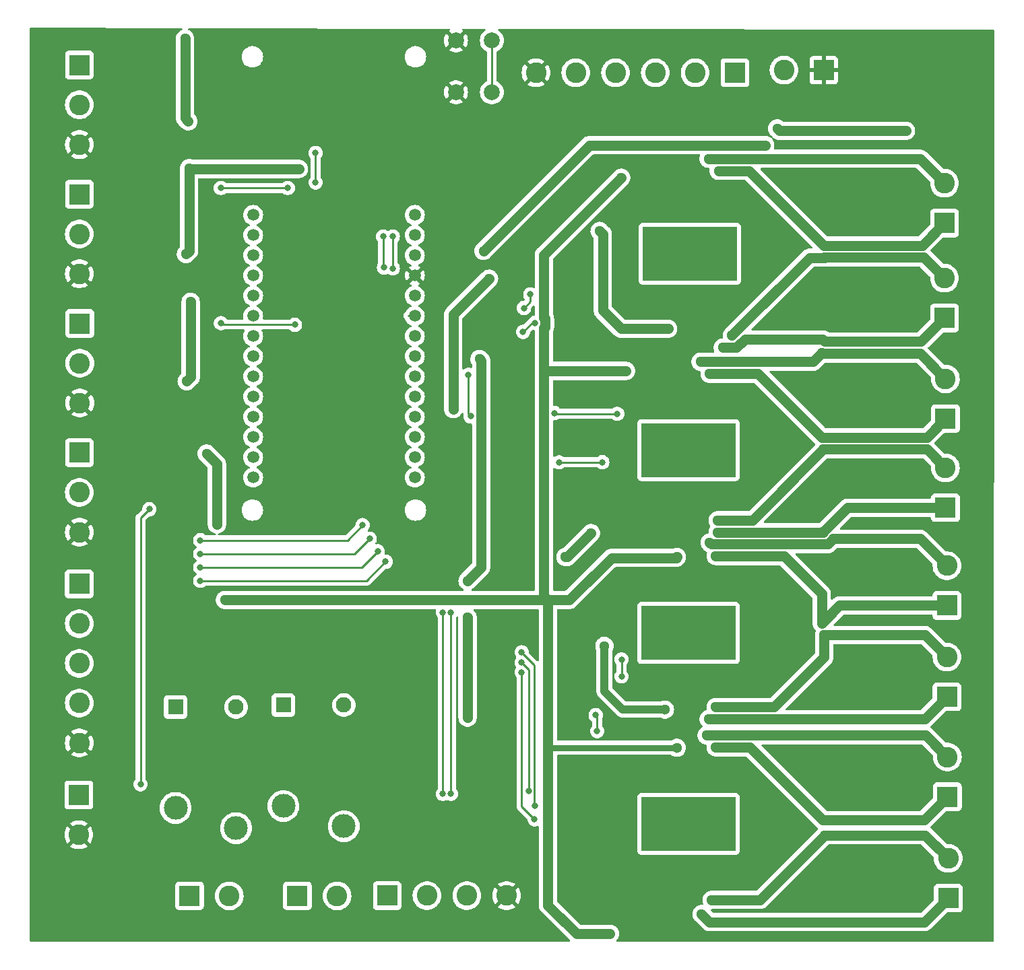
<source format=gbr>
%TF.GenerationSoftware,KiCad,Pcbnew,7.0.11*%
%TF.CreationDate,2024-05-01T23:49:06+02:00*%
%TF.ProjectId,KiCad,4b694361-642e-46b6-9963-61645f706362,rev?*%
%TF.SameCoordinates,Original*%
%TF.FileFunction,Copper,L2,Bot*%
%TF.FilePolarity,Positive*%
%FSLAX46Y46*%
G04 Gerber Fmt 4.6, Leading zero omitted, Abs format (unit mm)*
G04 Created by KiCad (PCBNEW 7.0.11) date 2024-05-01 23:49:06*
%MOMM*%
%LPD*%
G01*
G04 APERTURE LIST*
%TA.AperFunction,ComponentPad*%
%ADD10R,2.600000X2.600000*%
%TD*%
%TA.AperFunction,ComponentPad*%
%ADD11C,2.600000*%
%TD*%
%TA.AperFunction,ComponentPad*%
%ADD12C,1.508000*%
%TD*%
%TA.AperFunction,ComponentPad*%
%ADD13C,1.000000*%
%TD*%
%TA.AperFunction,SMDPad,CuDef*%
%ADD14R,11.860000X6.780000*%
%TD*%
%TA.AperFunction,ComponentPad*%
%ADD15R,1.950000X1.950000*%
%TD*%
%TA.AperFunction,ComponentPad*%
%ADD16C,1.950000*%
%TD*%
%TA.AperFunction,ComponentPad*%
%ADD17C,3.000000*%
%TD*%
%TA.AperFunction,ComponentPad*%
%ADD18C,2.000000*%
%TD*%
%TA.AperFunction,ViaPad*%
%ADD19C,1.300000*%
%TD*%
%TA.AperFunction,ViaPad*%
%ADD20C,0.800000*%
%TD*%
%TA.AperFunction,Conductor*%
%ADD21C,1.300000*%
%TD*%
%TA.AperFunction,Conductor*%
%ADD22C,1.000000*%
%TD*%
%TA.AperFunction,Conductor*%
%ADD23C,0.800000*%
%TD*%
%TA.AperFunction,Conductor*%
%ADD24C,0.250000*%
%TD*%
G04 APERTURE END LIST*
D10*
%TO.P,J18,1,Pin_1*%
%TO.N,/out_pump_11*%
X181245000Y-47798000D03*
D11*
%TO.P,J18,2,Pin_2*%
%TO.N,/out_pump_12*%
X181245000Y-42798000D03*
%TD*%
D10*
%TO.P,J11,1,Pin_1*%
%TO.N,/out_pump_41*%
X181355000Y-83600000D03*
D11*
%TO.P,J11,2,Pin_2*%
%TO.N,/out_pump_42*%
X181355000Y-78600000D03*
%TD*%
D12*
%TO.P,U2,J3_1,PA03/AREF/AIN(1)*%
%TO.N,unconnected-(U2-PA03{slash}AREF{slash}AIN(1)-PadJ3_1)*%
X94340000Y-46784800D03*
%TO.P,U2,J3_2,PA02/D15/DAC0/AIN(0)/A0*%
%TO.N,/S_HUM_1_IN*%
X94340000Y-49324800D03*
%TO.P,U2,J3_3,PB02/D16/AIN(10)/A1*%
%TO.N,/S_HUM_2_IN*%
X94340000Y-51864800D03*
%TO.P,U2,J3_4,PB03/D17/AIN(11)/A2*%
%TO.N,/S_HUM_3_IN*%
X94340000Y-54404800D03*
%TO.P,U2,J3_5,PA04/D18(PWM)/AIN(4)/A3*%
%TO.N,unconnected-(U2-PA04{slash}D18(PWM){slash}AIN(4){slash}A3-PadJ3_5)*%
X94340000Y-56944800D03*
%TO.P,U2,J3_6,PA05/D19(PWM)/AIN(5)/A4*%
%TO.N,/S_ANEM_IN*%
X94340000Y-59484800D03*
%TO.P,U2,J3_7,PA06/D20/AIN(6)/A5*%
%TO.N,unconnected-(U2-PA06{slash}D20{slash}AIN(6){slash}A5-PadJ3_7)*%
X94340000Y-62024800D03*
%TO.P,U2,J3_8,PA07/D21/AIN(7)/A6*%
%TO.N,unconnected-(U2-PA07{slash}D21{slash}AIN(7){slash}A6-PadJ3_8)*%
X94340000Y-64564800D03*
%TO.P,U2,J3_9,PA22/D0(PWM)*%
%TO.N,/S_HUM_1_EN*%
X94340000Y-67104800D03*
%TO.P,U2,J3_10,PA23/D1(PWM)*%
%TO.N,/S_HUM_2_EN*%
X94340000Y-69644800D03*
%TO.P,U2,J3_11,PA10/D2(PWM)*%
%TO.N,/S_HUM_3_EN*%
X94340000Y-72184800D03*
%TO.P,U2,J3_12,PA11/D3(PWM)*%
%TO.N,unconnected-(U2-PA11{slash}D3(PWM)-PadJ3_12)*%
X94340000Y-74724800D03*
%TO.P,U2,J3_13,PB10/D4(PWM)*%
%TO.N,/PULSE_IN*%
X94340000Y-77264800D03*
%TO.P,U2,J3_14,PB11/D5(PWM)*%
%TO.N,/HEAT_EN*%
X94340000Y-79804800D03*
%TO.P,U2,J5_1,PA20/D6(PWM)*%
%TO.N,/FOCO_1_EN*%
X114660000Y-79804800D03*
%TO.P,U2,J5_2,PA21/D7(PWM)*%
%TO.N,/FOCO_2_EN*%
X114660000Y-77264800D03*
%TO.P,U2,J5_3,PA16/D8(PWM)/COPI(SC1)*%
%TO.N,/FOCO_3_EN*%
X114660000Y-74724800D03*
%TO.P,U2,J5_4,PA17/D9/SCK(SC1)*%
%TO.N,/FOCO_4_EN*%
X114660000Y-72184800D03*
%TO.P,U2,J5_5,PA19/D10(PWM)/CIPO(SC1)*%
%TO.N,unconnected-(U2-PA19{slash}D10(PWM){slash}CIPO(SC1)-PadJ5_5)*%
X114660000Y-69644800D03*
%TO.P,U2,J5_6,PA08/D11/SDA(SC2)*%
%TO.N,/SDA*%
X114660000Y-67104800D03*
%TO.P,U2,J5_7,PA09/D12(PWM)/SCL(SC2)*%
%TO.N,/SCL*%
X114660000Y-64564800D03*
%TO.P,U2,J5_8,PB23/D13/RX(SC5)*%
%TO.N,/RX*%
X114660000Y-62024800D03*
%TO.P,U2,J5_9,PB22/D14/TX(SC5)*%
%TO.N,/TX*%
X114660000Y-59484800D03*
%TO.P,U2,J5_10,RESET*%
%TO.N,unconnected-(U2-RESET-PadJ5_10)*%
X114660000Y-56944800D03*
%TO.P,U2,J5_11,GND*%
%TO.N,Earth*%
X114660000Y-54404800D03*
%TO.P,U2,J5_12,+3V3*%
%TO.N,+3.3V*%
X114660000Y-51864800D03*
%TO.P,U2,J5_13,VIN*%
%TO.N,/Vin*%
X114660000Y-49324800D03*
%TO.P,U2,J5_14,+5V*%
%TO.N,+5V*%
X114660000Y-46784800D03*
%TD*%
D13*
%TO.P,U4,21*%
%TO.N,N/C*%
X151590000Y-73820000D03*
X149050000Y-73820000D03*
X146510000Y-73820000D03*
X154130000Y-75090000D03*
X151590000Y-75090000D03*
X149050000Y-75090000D03*
X146510000Y-75090000D03*
X143970000Y-75090000D03*
X154130000Y-76360000D03*
X151590000Y-76360000D03*
X149050000Y-76360000D03*
D14*
X149050000Y-76360000D03*
D13*
X146510000Y-76360000D03*
X143970000Y-76360000D03*
X154130000Y-77630000D03*
X151590000Y-77630000D03*
X149050000Y-77630000D03*
X146510000Y-77630000D03*
X143970000Y-77630000D03*
X151590000Y-78900000D03*
X149050000Y-78900000D03*
X146510000Y-78900000D03*
%TD*%
%TO.P,U1,21*%
%TO.N,N/C*%
X151597500Y-120860000D03*
X149057500Y-120860000D03*
X146517500Y-120860000D03*
X154137500Y-122130000D03*
X151597500Y-122130000D03*
X149057500Y-122130000D03*
X146517500Y-122130000D03*
X143977500Y-122130000D03*
X154137500Y-123400000D03*
X151597500Y-123400000D03*
X149057500Y-123400000D03*
D14*
X149057500Y-123400000D03*
D13*
X146517500Y-123400000D03*
X143977500Y-123400000D03*
X154137500Y-124670000D03*
X151597500Y-124670000D03*
X149057500Y-124670000D03*
X146517500Y-124670000D03*
X143977500Y-124670000D03*
X151597500Y-125940000D03*
X149057500Y-125940000D03*
X146517500Y-125940000D03*
%TD*%
D10*
%TO.P,J2,1,Pin_1*%
%TO.N,Net-(J2-Pin_1)*%
X72507500Y-44184800D03*
D11*
%TO.P,J2,2,Pin_2*%
%TO.N,Net-(J2-Pin_2)*%
X72507500Y-49184800D03*
%TO.P,J2,3,Pin_3*%
%TO.N,Earth*%
X72507500Y-54184800D03*
%TD*%
D13*
%TO.P,U3,21*%
%TO.N,N/C*%
X151590000Y-96820000D03*
X149050000Y-96820000D03*
X146510000Y-96820000D03*
X154130000Y-98090000D03*
X151590000Y-98090000D03*
X149050000Y-98090000D03*
X146510000Y-98090000D03*
X143970000Y-98090000D03*
X154130000Y-99360000D03*
X151590000Y-99360000D03*
X149050000Y-99360000D03*
D14*
X149050000Y-99360000D03*
D13*
X146510000Y-99360000D03*
X143970000Y-99360000D03*
X154130000Y-100630000D03*
X151590000Y-100630000D03*
X149050000Y-100630000D03*
X146510000Y-100630000D03*
X143970000Y-100630000D03*
X151590000Y-101900000D03*
X149050000Y-101900000D03*
X146510000Y-101900000D03*
%TD*%
D10*
%TO.P,J10,1,Pin_1*%
%TO.N,/FOCO_4_EN*%
X72500000Y-93184800D03*
D11*
%TO.P,J10,2,Pin_2*%
%TO.N,/FOCO_3_EN*%
X72500000Y-98184800D03*
%TO.P,J10,3,Pin_3*%
%TO.N,/FOCO_2_EN*%
X72500000Y-103184800D03*
%TO.P,J10,4,Pin_4*%
%TO.N,/FOCO_1_EN*%
X72500000Y-108184800D03*
%TO.P,J10,5,Pin_5*%
%TO.N,Earth*%
X72500000Y-113184800D03*
%TD*%
D10*
%TO.P,J14,1,Pin_1*%
%TO.N,/out_pump_31*%
X181355000Y-72400000D03*
D11*
%TO.P,J14,2,Pin_2*%
%TO.N,/out_pump_32*%
X181355000Y-67400000D03*
%TD*%
D10*
%TO.P,J6,1,Pin_1*%
%TO.N,/out_res_11*%
X181705000Y-132715200D03*
D11*
%TO.P,J6,2,Pin_2*%
%TO.N,/out_res_12*%
X181705000Y-127715200D03*
%TD*%
D10*
%TO.P,J19,1,Pin_1*%
%TO.N,Earth*%
X166069000Y-28566000D03*
D11*
%TO.P,J19,2,Pin_2*%
%TO.N,+12V*%
X161069000Y-28566000D03*
%TD*%
D10*
%TO.P,J17,1,Pin_1*%
%TO.N,/out_pump_21*%
X181245000Y-59736000D03*
D11*
%TO.P,J17,2,Pin_2*%
%TO.N,/out_pump_22*%
X181245000Y-54736000D03*
%TD*%
D10*
%TO.P,J13,1,Pin_1*%
%TO.N,+5V*%
X111200000Y-132400000D03*
D11*
%TO.P,J13,2,Pin_2*%
%TO.N,/SDA*%
X116200000Y-132400000D03*
%TO.P,J13,3,Pin_3*%
%TO.N,/SCL*%
X121200000Y-132400000D03*
%TO.P,J13,4,Pin_4*%
%TO.N,Earth*%
X126200000Y-132400000D03*
%TD*%
D15*
%TO.P,K2,1,COIL_1*%
%TO.N,Net-(K2-COIL_1)*%
X98149125Y-108433750D03*
D16*
%TO.P,K2,2,COIL_2*%
%TO.N,+5V*%
X105749125Y-108433750D03*
D17*
%TO.P,K2,3,COM*%
%TO.N,/COM_2*%
X98149125Y-121133750D03*
%TO.P,K2,4,NO*%
%TO.N,/NO_2*%
X105749125Y-123673750D03*
%TD*%
D10*
%TO.P,J7,1,Pin_1*%
%TO.N,/out_win_21*%
X181597500Y-119965200D03*
D11*
%TO.P,J7,2,Pin_2*%
%TO.N,/out_win_22*%
X181597500Y-114965200D03*
%TD*%
D10*
%TO.P,J15,1,Pin_1*%
%TO.N,/COM_1*%
X86350875Y-132426250D03*
D11*
%TO.P,J15,2,Pin_2*%
%TO.N,/NO_1*%
X91350875Y-132426250D03*
%TD*%
D10*
%TO.P,J12,1,Pin_1*%
%TO.N,/HEAT_EN*%
X72445000Y-119750000D03*
D11*
%TO.P,J12,2,Pin_2*%
%TO.N,Earth*%
X72445000Y-124750000D03*
%TD*%
D10*
%TO.P,J9,1,Pin_1*%
%TO.N,/out_pump_51*%
X181552500Y-95900000D03*
D11*
%TO.P,J9,2,Pin_2*%
%TO.N,/out_pump_52*%
X181552500Y-90900000D03*
%TD*%
D10*
%TO.P,J16,1,Pin_1*%
%TO.N,/COM_2*%
X99899125Y-132433750D03*
D11*
%TO.P,J16,2,Pin_2*%
%TO.N,/NO_2*%
X104899125Y-132433750D03*
%TD*%
D15*
%TO.P,K1,1,COIL_1*%
%TO.N,Net-(K1-COIL_1)*%
X84600875Y-108671250D03*
D16*
%TO.P,K1,2,COIL_2*%
%TO.N,+5V*%
X92200875Y-108671250D03*
D17*
%TO.P,K1,3,COM*%
%TO.N,/COM_1*%
X84600875Y-121371250D03*
%TO.P,K1,4,NO*%
%TO.N,/NO_1*%
X92200875Y-123911250D03*
%TD*%
D10*
%TO.P,J1,1,Pin_1*%
%TO.N,Net-(J1-Pin_1)*%
X72507500Y-27934800D03*
D11*
%TO.P,J1,2,Pin_2*%
%TO.N,Net-(J1-Pin_2)*%
X72507500Y-32934800D03*
%TO.P,J1,3,Pin_3*%
%TO.N,Earth*%
X72507500Y-37934800D03*
%TD*%
D10*
%TO.P,J21,1,Pin_1*%
%TO.N,+5V*%
X154900000Y-28900000D03*
D11*
%TO.P,J21,2,Pin_2*%
%TO.N,/D0+*%
X149900000Y-28900000D03*
%TO.P,J21,3,Pin_3*%
%TO.N,/D0-*%
X144900000Y-28900000D03*
%TO.P,J21,4,Pin_4*%
%TO.N,/RI+*%
X139900000Y-28900000D03*
%TO.P,J21,5,Pin_5*%
%TO.N,/RI-*%
X134900000Y-28900000D03*
%TO.P,J21,6,Pin_6*%
%TO.N,Earth*%
X129900000Y-28900000D03*
%TD*%
D13*
%TO.P,U5,21*%
%TO.N,N/C*%
X151780000Y-49130000D03*
X149240000Y-49130000D03*
X146700000Y-49130000D03*
X154320000Y-50400000D03*
X151780000Y-50400000D03*
X149240000Y-50400000D03*
X146700000Y-50400000D03*
X144160000Y-50400000D03*
X154320000Y-51670000D03*
X151780000Y-51670000D03*
X149240000Y-51670000D03*
D14*
X149240000Y-51670000D03*
D13*
X146700000Y-51670000D03*
X144160000Y-51670000D03*
X154320000Y-52940000D03*
X151780000Y-52940000D03*
X149240000Y-52940000D03*
X146700000Y-52940000D03*
X144160000Y-52940000D03*
X151780000Y-54210000D03*
X149240000Y-54210000D03*
X146700000Y-54210000D03*
%TD*%
D18*
%TO.P,SW1,1,1*%
%TO.N,/PULSE_IN*%
X124350000Y-24850000D03*
X124350000Y-31350000D03*
%TO.P,SW1,2,2*%
%TO.N,Earth*%
X119850000Y-24850000D03*
X119850000Y-31350000D03*
%TD*%
D10*
%TO.P,J8,1,Pin_1*%
%TO.N,/out_win_11*%
X181552500Y-107400000D03*
D11*
%TO.P,J8,2,Pin_2*%
%TO.N,/out_win_12*%
X181552500Y-102400000D03*
%TD*%
D10*
%TO.P,J3,1,Pin_1*%
%TO.N,Net-(J3-Pin_1)*%
X72562500Y-60434800D03*
D11*
%TO.P,J3,2,Pin_2*%
%TO.N,Net-(J3-Pin_2)*%
X72562500Y-65434800D03*
%TO.P,J3,3,Pin_3*%
%TO.N,Earth*%
X72562500Y-70434800D03*
%TD*%
D10*
%TO.P,J5,1,Pin_1*%
%TO.N,+12V*%
X72507500Y-76684800D03*
D11*
%TO.P,J5,2,Pin_2*%
%TO.N,/S_ANEM_IN*%
X72507500Y-81684800D03*
%TO.P,J5,3,Pin_3*%
%TO.N,Earth*%
X72507500Y-86684800D03*
%TD*%
D19*
%TO.N,+5V*%
X136800000Y-86800000D03*
X138500000Y-101000000D03*
X146100000Y-109000000D03*
X133600000Y-89800000D03*
X124000000Y-54800000D03*
X146500000Y-61100000D03*
X119500000Y-59400000D03*
X137900000Y-48800000D03*
X119500000Y-71200000D03*
%TO.N,Earth*%
X141600000Y-58600000D03*
X141700000Y-92500000D03*
X121200000Y-44500000D03*
X127500000Y-39500000D03*
X106500000Y-103200000D03*
X156600000Y-56400000D03*
X141615200Y-130250000D03*
X88500000Y-64400000D03*
X88600000Y-47600000D03*
X128325000Y-69100000D03*
X156400000Y-81100000D03*
X90500000Y-101600000D03*
X120700000Y-114500000D03*
X88100000Y-31500000D03*
X156400000Y-104000000D03*
X141600000Y-106200000D03*
X141700000Y-69500000D03*
X141900000Y-44800000D03*
X141500000Y-83300000D03*
X141800000Y-116600000D03*
X135600000Y-75900000D03*
X181300000Y-35600000D03*
X156400000Y-127800000D03*
%TO.N,+12V*%
X176400000Y-36200000D03*
X140600000Y-42100000D03*
X147600000Y-113800000D03*
X147600000Y-89800000D03*
X88500000Y-76800000D03*
X89800000Y-85700000D03*
X160200000Y-35900000D03*
X90800000Y-95200000D03*
X141200000Y-66400000D03*
X139200000Y-137200000D03*
%TO.N,/Vin*%
X158700000Y-38000000D03*
X123300000Y-51300000D03*
%TO.N,/out_res_12*%
X166199000Y-124810200D03*
X151975000Y-132938200D03*
%TO.N,/out_res_11*%
X166199000Y-135732200D03*
X150705000Y-134716200D03*
D20*
%TO.N,/R1_EN*%
X129800000Y-121100000D03*
X128100000Y-101800000D03*
%TO.N,/R1_IN1*%
X128100000Y-103100000D03*
X128975000Y-119200000D03*
%TO.N,/R1_IN2*%
X128100000Y-104300000D03*
X129700000Y-122800000D03*
D19*
%TO.N,+3.3V*%
X121300000Y-92800000D03*
X100100000Y-41000000D03*
X85800000Y-24600000D03*
X86200000Y-35000000D03*
X122800000Y-64900000D03*
X86000000Y-67700000D03*
X86500000Y-57700000D03*
X86300000Y-40900000D03*
X121300000Y-97400000D03*
X121300000Y-110000000D03*
X85900000Y-51700000D03*
D20*
%TO.N,/SDA*%
X118200000Y-119600000D03*
X118200000Y-96800000D03*
%TO.N,/SCL*%
X119200000Y-96800000D03*
X121400000Y-66900000D03*
X119200000Y-119600000D03*
X121687347Y-72112653D03*
%TO.N,/W1_IN2*%
X140650000Y-104825000D03*
X140650000Y-102700000D03*
%TO.N,/W2_IN1*%
X137400000Y-109700000D03*
X137587347Y-111712653D03*
%TO.N,/P1_IN1*%
X128387347Y-58487347D03*
X129187347Y-56787347D03*
%TO.N,/P2_EN*%
X128275000Y-61500000D03*
X129775153Y-60350153D03*
%TO.N,/FOCO_1_EN*%
X87700000Y-92800000D03*
X111000000Y-90400000D03*
%TO.N,/FOCO_2_EN*%
X110000000Y-89100000D03*
X87700000Y-91100000D03*
%TO.N,/FOCO_3_EN*%
X87700000Y-89400000D03*
X109000000Y-87500000D03*
%TO.N,/P3_IN2*%
X140100000Y-71800000D03*
X132200000Y-71700000D03*
%TO.N,/P4_IN2*%
X138219149Y-77880851D03*
X132800000Y-77900000D03*
%TO.N,/FOCO_4_EN*%
X87700000Y-87700000D03*
X108100000Y-85800000D03*
%TO.N,/RX*%
X110800000Y-53400000D03*
X110700000Y-49500000D03*
%TO.N,/TX*%
X111900000Y-53500000D03*
X111900000Y-49500000D03*
%TO.N,/HEAT_EN*%
X81300000Y-83800000D03*
X80200000Y-118400000D03*
%TO.N,/S_HUM_2_EN*%
X90300000Y-43400000D03*
X98700000Y-43400000D03*
%TO.N,/S_HUM_3_EN*%
X90300000Y-60400000D03*
X99600000Y-60600000D03*
%TO.N,/PULSE_IN*%
X102200000Y-42700000D03*
X102200000Y-39000000D03*
D19*
%TO.N,/out_win_22*%
X151340000Y-112237200D03*
X165945000Y-112237200D03*
%TO.N,/out_win_21*%
X165945000Y-122905200D03*
X152483000Y-113737200D03*
%TO.N,/out_win_12*%
X166112175Y-99611074D03*
X152483000Y-108681200D03*
%TO.N,/out_pump_52*%
X151721000Y-87980200D03*
X167259661Y-87516860D03*
%TO.N,/out_pump_51*%
X165818000Y-98140200D03*
X152483000Y-89686200D03*
%TO.N,/out_pump_42*%
X152737000Y-85186200D03*
X166030133Y-76257127D03*
%TO.N,/out_pump_41*%
X166072000Y-86583200D03*
X152737000Y-86686200D03*
%TO.N,/out_pump_32*%
X150578000Y-65247200D03*
X165804323Y-64154348D03*
%TO.N,/out_pump_31*%
X165818000Y-74772200D03*
X151721000Y-66771200D03*
%TO.N,/out_pump_22*%
X166207804Y-52136043D03*
X154515000Y-61945200D03*
%TO.N,/out_pump_21*%
X153372000Y-63469200D03*
X166199000Y-62707200D03*
%TO.N,/out_pump_12*%
X151594000Y-39720200D03*
X166072000Y-39720200D03*
%TO.N,/out_pump_11*%
X152864000Y-41244200D03*
X166072000Y-50642200D03*
%TO.N,/out_win_11*%
X151594000Y-110205200D03*
X165945000Y-110205200D03*
%TD*%
D21*
%TO.N,+5V*%
X119500000Y-59300000D02*
X124000000Y-54800000D01*
D22*
X140800000Y-109000000D02*
X138500000Y-106700000D01*
D21*
X133800000Y-89800000D02*
X136800000Y-86800000D01*
X138300000Y-49200000D02*
X137900000Y-48800000D01*
X119500000Y-59400000D02*
X119500000Y-59300000D01*
D22*
X146100000Y-109000000D02*
X140800000Y-109000000D01*
D21*
X138300000Y-58800000D02*
X138300000Y-49200000D01*
X140600000Y-61100000D02*
X138300000Y-58800000D01*
X146500000Y-61100000D02*
X140600000Y-61100000D01*
X133600000Y-89800000D02*
X133800000Y-89800000D01*
D22*
X138500000Y-106700000D02*
X138500000Y-101000000D01*
D21*
X119500000Y-71200000D02*
X119500000Y-59400000D01*
D23*
%TO.N,+12V*%
X131700000Y-113800000D02*
X131400000Y-114100000D01*
D21*
X131400000Y-133600000D02*
X135000000Y-137200000D01*
X131025153Y-59832386D02*
X131025153Y-60867920D01*
X130900000Y-60993073D02*
X130900000Y-66400000D01*
X131025153Y-60867920D02*
X130900000Y-60993073D01*
X90800000Y-95200000D02*
X131400000Y-95200000D01*
X130900000Y-51800000D02*
X130900000Y-59707233D01*
X135000000Y-137200000D02*
X139200000Y-137200000D01*
X176400000Y-36200000D02*
X160500000Y-36200000D01*
X141200000Y-66400000D02*
X130900000Y-66400000D01*
X131400000Y-95200000D02*
X134100000Y-95200000D01*
X130900000Y-66400000D02*
X130900000Y-94700000D01*
X147500000Y-89900000D02*
X147600000Y-89800000D01*
X134100000Y-95200000D02*
X139400000Y-89900000D01*
X88500000Y-76800000D02*
X89800000Y-78100000D01*
D23*
X147600000Y-113800000D02*
X131700000Y-113800000D01*
D21*
X130900000Y-94700000D02*
X131400000Y-95200000D01*
X131400000Y-95200000D02*
X131400000Y-114100000D01*
X130900000Y-59707233D02*
X131025153Y-59832386D01*
X160500000Y-36200000D02*
X160200000Y-35900000D01*
X131400000Y-114100000D02*
X131400000Y-133600000D01*
X140600000Y-42100000D02*
X130900000Y-51800000D01*
X139400000Y-89900000D02*
X147500000Y-89900000D01*
X89800000Y-78100000D02*
X89800000Y-85700000D01*
%TO.N,/Vin*%
X158700000Y-38000000D02*
X136600000Y-38000000D01*
X136600000Y-38000000D02*
X123300000Y-51300000D01*
%TO.N,/out_res_12*%
X166199000Y-124810200D02*
X158071000Y-132938200D01*
X166199000Y-124810200D02*
X178800000Y-124810200D01*
X158071000Y-132938200D02*
X151975000Y-132938200D01*
X178800000Y-124810200D02*
X181705000Y-127715200D01*
%TO.N,/out_res_11*%
X166199000Y-135732200D02*
X151721000Y-135732200D01*
X178688000Y-135732200D02*
X181705000Y-132715200D01*
X166199000Y-135732200D02*
X178688000Y-135732200D01*
X151721000Y-135732200D02*
X150705000Y-134716200D01*
D24*
%TO.N,/R1_EN*%
X129700000Y-121000000D02*
X129800000Y-121100000D01*
X129700000Y-117500000D02*
X129700000Y-121000000D01*
X128100000Y-101800000D02*
X129700000Y-103400000D01*
X129700000Y-103400000D02*
X129700000Y-117500000D01*
%TO.N,/R1_IN1*%
X128975000Y-103975000D02*
X128100000Y-103100000D01*
X128975000Y-119200000D02*
X128975000Y-103975000D01*
%TO.N,/R1_IN2*%
X128100000Y-104300000D02*
X128100000Y-121200000D01*
X128100000Y-121200000D02*
X129700000Y-122800000D01*
D21*
%TO.N,+3.3V*%
X123000000Y-65100000D02*
X122800000Y-64900000D01*
X121300000Y-110000000D02*
X121300000Y-97400000D01*
X121300000Y-92800000D02*
X123000000Y-91100000D01*
X123000000Y-91100000D02*
X123000000Y-65100000D01*
X86300000Y-51300000D02*
X86300000Y-40900000D01*
X86400000Y-41000000D02*
X86300000Y-40900000D01*
X85800000Y-34600000D02*
X85800000Y-24600000D01*
X86500000Y-67200000D02*
X86500000Y-57700000D01*
X85900000Y-51700000D02*
X86300000Y-51300000D01*
X86200000Y-35000000D02*
X85800000Y-34600000D01*
X100100000Y-41000000D02*
X86400000Y-41000000D01*
X86000000Y-67700000D02*
X86500000Y-67200000D01*
D24*
%TO.N,/SDA*%
X118200000Y-119600000D02*
X118200000Y-96800000D01*
%TO.N,/SCL*%
X121400000Y-66900000D02*
X121400000Y-71825306D01*
X121400000Y-71825306D02*
X121687347Y-72112653D01*
X119200000Y-119600000D02*
X119200000Y-96800000D01*
%TO.N,/W1_IN2*%
X140650000Y-104825000D02*
X140650000Y-102700000D01*
%TO.N,/W2_IN1*%
X137587347Y-111712653D02*
X137587347Y-109887347D01*
X137587347Y-109887347D02*
X137400000Y-109700000D01*
%TO.N,/P1_IN1*%
X129187347Y-56787347D02*
X129187347Y-57687347D01*
X129187347Y-57687347D02*
X128387347Y-58487347D01*
%TO.N,/P2_EN*%
X129424847Y-60350153D02*
X128275000Y-61500000D01*
X129775153Y-60350153D02*
X129424847Y-60350153D01*
%TO.N,/FOCO_1_EN*%
X108600000Y-92800000D02*
X87700000Y-92800000D01*
X111000000Y-90400000D02*
X108600000Y-92800000D01*
%TO.N,/FOCO_2_EN*%
X108000000Y-91100000D02*
X87700000Y-91100000D01*
X110000000Y-89100000D02*
X108000000Y-91100000D01*
%TO.N,/FOCO_3_EN*%
X109000000Y-87500000D02*
X107100000Y-89400000D01*
X107100000Y-89400000D02*
X87700000Y-89400000D01*
%TO.N,/P3_IN2*%
X132300000Y-71800000D02*
X132200000Y-71700000D01*
X140100000Y-71800000D02*
X132300000Y-71800000D01*
%TO.N,/P4_IN2*%
X133355851Y-77880851D02*
X132819149Y-77880851D01*
X138219149Y-77880851D02*
X133355851Y-77880851D01*
X132819149Y-77880851D02*
X132800000Y-77900000D01*
%TO.N,/FOCO_4_EN*%
X106200000Y-87700000D02*
X108100000Y-85800000D01*
X87600000Y-87700000D02*
X106200000Y-87700000D01*
%TO.N,/RX*%
X110700000Y-49500000D02*
X110700000Y-53300000D01*
X110700000Y-53300000D02*
X110800000Y-53400000D01*
%TO.N,/TX*%
X113884800Y-59484800D02*
X114660000Y-59484800D01*
X111900000Y-49500000D02*
X111900000Y-53500000D01*
%TO.N,/HEAT_EN*%
X80200000Y-84900000D02*
X81300000Y-83800000D01*
X80200000Y-118400000D02*
X80200000Y-84900000D01*
%TO.N,/S_HUM_2_EN*%
X90300000Y-43400000D02*
X98700000Y-43400000D01*
%TO.N,/S_HUM_3_EN*%
X99563800Y-60563800D02*
X99600000Y-60600000D01*
X90300000Y-60400000D02*
X90463800Y-60563800D01*
X90463800Y-60563800D02*
X99563800Y-60563800D01*
%TO.N,/PULSE_IN*%
X124350000Y-31350000D02*
X124350000Y-24850000D01*
X102200000Y-39000000D02*
X102200000Y-42700000D01*
D21*
%TO.N,/out_win_22*%
X178869500Y-112237200D02*
X181597500Y-114965200D01*
X165945000Y-112237200D02*
X151340000Y-112237200D01*
X165945000Y-112237200D02*
X178869500Y-112237200D01*
%TO.N,/out_win_21*%
X165945000Y-122905200D02*
X156777000Y-113737200D01*
X178657500Y-122905200D02*
X181597500Y-119965200D01*
X165945000Y-122905200D02*
X178657500Y-122905200D01*
X156777000Y-113737200D02*
X152483000Y-113737200D01*
%TO.N,/out_win_12*%
X178763574Y-99611074D02*
X181552500Y-102400000D01*
X166112175Y-99611074D02*
X166112175Y-102418025D01*
X166112175Y-99611074D02*
X178763574Y-99611074D01*
X159849000Y-108681200D02*
X152483000Y-108681200D01*
X166112175Y-102418025D02*
X159849000Y-108681200D01*
%TO.N,/out_pump_52*%
X151927000Y-88186200D02*
X166590320Y-88186200D01*
X178169360Y-87516860D02*
X181552500Y-90900000D01*
X166590320Y-88186200D02*
X167259661Y-87516860D01*
X151721000Y-87980200D02*
X151927000Y-88186200D01*
X167259661Y-87516860D02*
X178169360Y-87516860D01*
%TO.N,/out_pump_51*%
X168058200Y-95900000D02*
X165818000Y-98140200D01*
X161047000Y-89686200D02*
X160230000Y-89686200D01*
X165818000Y-94457200D02*
X161047000Y-89686200D01*
X165818000Y-98140200D02*
X165818000Y-94457200D01*
X181552500Y-95900000D02*
X168058200Y-95900000D01*
X160230000Y-89686200D02*
X152483000Y-89686200D01*
%TO.N,/out_pump_42*%
X166030133Y-76257127D02*
X179012127Y-76257127D01*
X157101060Y-85186200D02*
X166030133Y-76257127D01*
X179012127Y-76257127D02*
X181355000Y-78600000D01*
X152737000Y-85186200D02*
X157101060Y-85186200D01*
%TO.N,/out_pump_41*%
X152737000Y-86686200D02*
X165969000Y-86686200D01*
X181355000Y-83600000D02*
X169055200Y-83600000D01*
X165969000Y-86686200D02*
X166072000Y-86583200D01*
X169055200Y-83600000D02*
X166072000Y-86583200D01*
%TO.N,/out_pump_32*%
X178162200Y-64207200D02*
X165804323Y-64207200D01*
X165804323Y-64154348D02*
X164711471Y-65247200D01*
X164711471Y-65247200D02*
X152356000Y-65247200D01*
X181355000Y-67400000D02*
X178162200Y-64207200D01*
X152356000Y-65247200D02*
X150578000Y-65247200D01*
%TO.N,/out_pump_31*%
X151745000Y-66747200D02*
X151721000Y-66771200D01*
X178997873Y-74757127D02*
X165818000Y-74757127D01*
X153035661Y-66747200D02*
X151745000Y-66747200D01*
X157793000Y-66747200D02*
X153035661Y-66747200D01*
X181355000Y-72400000D02*
X178997873Y-74757127D01*
X165818000Y-74772200D02*
X157793000Y-66747200D01*
%TO.N,/out_pump_22*%
X164318000Y-52142200D02*
X166207804Y-52142200D01*
X154515000Y-61945200D02*
X164318000Y-52142200D01*
X166207804Y-52136043D02*
X178645043Y-52136043D01*
X178645043Y-52136043D02*
X181245000Y-54736000D01*
%TO.N,/out_pump_21*%
X166199000Y-62707200D02*
X165926160Y-62434360D01*
X155112320Y-63469200D02*
X153372000Y-63469200D01*
X165926160Y-62434360D02*
X156147160Y-62434360D01*
X166199000Y-62707200D02*
X178273800Y-62707200D01*
X156147160Y-62434360D02*
X155112320Y-63469200D01*
X178273800Y-62707200D02*
X181245000Y-59736000D01*
%TO.N,/out_pump_12*%
X166072000Y-39720200D02*
X151594000Y-39720200D01*
X178167200Y-39720200D02*
X166072000Y-39720200D01*
X181245000Y-42798000D02*
X178167200Y-39720200D01*
%TO.N,/out_pump_11*%
X178406957Y-50636043D02*
X166072000Y-50636043D01*
X166072000Y-50642200D02*
X156674000Y-41244200D01*
X181245000Y-47798000D02*
X178406957Y-50636043D01*
X156674000Y-41244200D02*
X152864000Y-41244200D01*
%TO.N,/out_win_11*%
X165945000Y-110205200D02*
X151594000Y-110205200D01*
X178747300Y-110205200D02*
X165945000Y-110205200D01*
X181552500Y-107400000D02*
X178747300Y-110205200D01*
%TD*%
%TA.AperFunction,Conductor*%
%TO.N,Earth*%
G36*
X85335243Y-23289351D02*
G01*
X85402238Y-23309173D01*
X85447884Y-23362071D01*
X85457685Y-23431250D01*
X85428529Y-23494746D01*
X85379779Y-23528976D01*
X85284988Y-23565698D01*
X85284980Y-23565702D01*
X85103699Y-23677947D01*
X84946127Y-23821593D01*
X84817632Y-23991746D01*
X84722596Y-24182605D01*
X84722596Y-24182607D01*
X84664244Y-24387689D01*
X84644571Y-24599999D01*
X84644571Y-24600000D01*
X84648971Y-24647484D01*
X84649500Y-24658925D01*
X84649500Y-34570545D01*
X84649368Y-34576270D01*
X84645804Y-34653366D01*
X84656463Y-34729779D01*
X84657123Y-34735467D01*
X84664244Y-34812310D01*
X84669209Y-34829762D01*
X84672752Y-34846558D01*
X84675259Y-34864532D01*
X84675260Y-34864533D01*
X84675260Y-34864535D01*
X84675261Y-34864536D01*
X84690238Y-34909222D01*
X84699786Y-34937707D01*
X84701480Y-34943179D01*
X84720802Y-35011089D01*
X84722596Y-35017391D01*
X84730683Y-35033633D01*
X84737253Y-35049495D01*
X84743019Y-35066698D01*
X84743021Y-35066703D01*
X84780570Y-35134119D01*
X84783240Y-35139184D01*
X84817630Y-35208249D01*
X84817636Y-35208258D01*
X84828565Y-35222730D01*
X84837942Y-35237120D01*
X84846773Y-35252975D01*
X84896086Y-35312362D01*
X84899641Y-35316850D01*
X84937657Y-35367191D01*
X84946128Y-35378407D01*
X84969742Y-35399934D01*
X85003158Y-35430397D01*
X85007300Y-35434353D01*
X85323920Y-35750973D01*
X85335192Y-35763926D01*
X85346126Y-35778405D01*
X85403158Y-35830397D01*
X85407300Y-35834353D01*
X85424087Y-35851140D01*
X85424091Y-35851143D01*
X85442360Y-35866314D01*
X85446679Y-35870073D01*
X85503697Y-35922051D01*
X85503700Y-35922054D01*
X85519120Y-35931601D01*
X85533060Y-35941630D01*
X85547026Y-35953227D01*
X85614429Y-35990770D01*
X85619368Y-35993672D01*
X85656614Y-36016734D01*
X85684981Y-36034298D01*
X85701903Y-36040853D01*
X85717450Y-36048151D01*
X85733298Y-36056979D01*
X85806479Y-36081507D01*
X85811843Y-36083444D01*
X85883800Y-36111321D01*
X85889093Y-36112310D01*
X85901633Y-36114654D01*
X85918245Y-36118968D01*
X85935463Y-36124739D01*
X86011902Y-36135401D01*
X86017495Y-36136312D01*
X86093390Y-36150500D01*
X86111542Y-36150500D01*
X86128671Y-36151688D01*
X86146638Y-36154195D01*
X86223714Y-36150632D01*
X86229439Y-36150500D01*
X86306611Y-36150500D01*
X86306611Y-36150499D01*
X86324440Y-36147166D01*
X86341496Y-36145186D01*
X86359629Y-36144349D01*
X86434743Y-36126681D01*
X86440336Y-36125501D01*
X86516198Y-36111321D01*
X86533114Y-36104766D01*
X86549523Y-36099685D01*
X86567185Y-36095532D01*
X86637783Y-36064358D01*
X86643027Y-36062186D01*
X86715019Y-36034298D01*
X86730452Y-36024741D01*
X86745637Y-36016737D01*
X86762237Y-36009408D01*
X86825886Y-35965805D01*
X86830684Y-35962680D01*
X86845733Y-35953362D01*
X86896302Y-35922052D01*
X86909720Y-35909818D01*
X86922120Y-35899997D01*
X159044571Y-35899997D01*
X159046245Y-35918073D01*
X159046641Y-35935225D01*
X159045804Y-35953358D01*
X159045804Y-35953363D01*
X159056463Y-36029780D01*
X159057123Y-36035468D01*
X159064243Y-36112310D01*
X159069209Y-36129762D01*
X159072752Y-36146558D01*
X159075259Y-36164532D01*
X159075260Y-36164533D01*
X159075260Y-36164535D01*
X159075261Y-36164536D01*
X159087147Y-36200000D01*
X159099786Y-36237707D01*
X159101480Y-36243179D01*
X159122596Y-36317391D01*
X159130683Y-36333633D01*
X159137253Y-36349495D01*
X159143019Y-36366698D01*
X159143021Y-36366703D01*
X159180570Y-36434119D01*
X159183240Y-36439184D01*
X159217630Y-36508249D01*
X159217636Y-36508258D01*
X159228565Y-36522730D01*
X159237942Y-36537120D01*
X159246773Y-36552975D01*
X159296086Y-36612362D01*
X159299641Y-36616850D01*
X159346126Y-36678405D01*
X159403158Y-36730397D01*
X159407300Y-36734353D01*
X159606607Y-36933660D01*
X159640092Y-36994983D01*
X159635640Y-37057231D01*
X159679532Y-37047489D01*
X159745099Y-37071628D01*
X159745894Y-37072223D01*
X159759640Y-37082604D01*
X159783163Y-37100368D01*
X159787648Y-37103921D01*
X159809481Y-37122051D01*
X159847025Y-37153227D01*
X159862880Y-37162058D01*
X159877264Y-37171430D01*
X159891745Y-37182366D01*
X159891750Y-37182368D01*
X159891752Y-37182370D01*
X159960837Y-37216770D01*
X159965880Y-37219428D01*
X160033298Y-37256979D01*
X160050502Y-37262745D01*
X160066368Y-37269317D01*
X160071951Y-37272097D01*
X160082611Y-37277405D01*
X160156869Y-37298533D01*
X160162247Y-37300198D01*
X160235464Y-37324739D01*
X160253439Y-37327245D01*
X160270231Y-37330787D01*
X160287690Y-37335756D01*
X160363876Y-37342815D01*
X160364521Y-37342875D01*
X160370210Y-37343534D01*
X160446638Y-37354196D01*
X160523728Y-37350632D01*
X160529454Y-37350500D01*
X176506607Y-37350500D01*
X176506610Y-37350500D01*
X176553496Y-37341735D01*
X176564822Y-37340156D01*
X176612310Y-37335756D01*
X176658179Y-37322703D01*
X176669331Y-37320081D01*
X176716198Y-37311321D01*
X176760673Y-37294090D01*
X176771521Y-37290455D01*
X176817389Y-37277405D01*
X176860079Y-37256147D01*
X176870533Y-37251530D01*
X176915019Y-37234298D01*
X176955563Y-37209193D01*
X176965556Y-37203626D01*
X177008255Y-37182366D01*
X177046325Y-37153615D01*
X177055743Y-37147164D01*
X177096302Y-37122052D01*
X177131559Y-37089909D01*
X177140346Y-37082613D01*
X177178407Y-37053872D01*
X177210547Y-37018615D01*
X177218615Y-37010547D01*
X177253872Y-36978407D01*
X177282613Y-36940346D01*
X177289909Y-36931559D01*
X177322052Y-36896302D01*
X177347164Y-36855743D01*
X177353615Y-36846325D01*
X177382366Y-36808255D01*
X177403626Y-36765556D01*
X177409195Y-36755560D01*
X177434298Y-36715019D01*
X177451530Y-36670533D01*
X177456151Y-36660071D01*
X177477405Y-36617389D01*
X177490455Y-36571520D01*
X177494090Y-36560673D01*
X177511321Y-36516198D01*
X177520081Y-36469331D01*
X177522704Y-36458179D01*
X177528109Y-36439184D01*
X177535756Y-36412310D01*
X177540156Y-36364822D01*
X177541735Y-36353496D01*
X177550500Y-36306610D01*
X177550500Y-36258925D01*
X177551029Y-36247484D01*
X177555429Y-36200000D01*
X177555429Y-36199999D01*
X177551029Y-36152514D01*
X177550500Y-36141073D01*
X177550500Y-36093393D01*
X177550500Y-36093390D01*
X177541734Y-36046499D01*
X177540155Y-36035170D01*
X177540074Y-36034299D01*
X177535756Y-35987690D01*
X177522704Y-35941820D01*
X177520081Y-35930666D01*
X177511323Y-35883813D01*
X177511321Y-35883802D01*
X177494095Y-35839339D01*
X177490457Y-35828481D01*
X177477409Y-35782622D01*
X177477406Y-35782615D01*
X177477405Y-35782611D01*
X177456150Y-35739926D01*
X177451526Y-35729453D01*
X177434298Y-35684981D01*
X177434297Y-35684979D01*
X177409195Y-35644439D01*
X177403625Y-35634441D01*
X177382366Y-35591745D01*
X177353629Y-35553691D01*
X177347156Y-35544242D01*
X177340080Y-35532814D01*
X177322052Y-35503698D01*
X177302829Y-35482611D01*
X177289926Y-35468457D01*
X177282610Y-35459647D01*
X177253873Y-35421594D01*
X177249262Y-35417390D01*
X177218627Y-35389462D01*
X177210534Y-35381369D01*
X177197603Y-35367185D01*
X177178407Y-35346128D01*
X177178406Y-35346127D01*
X177178404Y-35346125D01*
X177147508Y-35322794D01*
X177140345Y-35317384D01*
X177131541Y-35310073D01*
X177111436Y-35291745D01*
X177096302Y-35277948D01*
X177096301Y-35277947D01*
X177055755Y-35252841D01*
X177046308Y-35246370D01*
X177008253Y-35217632D01*
X176965574Y-35196381D01*
X176955569Y-35190809D01*
X176915019Y-35165702D01*
X176870551Y-35148475D01*
X176860081Y-35143852D01*
X176817393Y-35122597D01*
X176817389Y-35122595D01*
X176771524Y-35109545D01*
X176760670Y-35105907D01*
X176716198Y-35088679D01*
X176669321Y-35079915D01*
X176658175Y-35077294D01*
X176656579Y-35076840D01*
X176624397Y-35067683D01*
X176612307Y-35064243D01*
X176564817Y-35059842D01*
X176553479Y-35058260D01*
X176506612Y-35049500D01*
X176506610Y-35049500D01*
X176453194Y-35049500D01*
X161022828Y-35049500D01*
X160955789Y-35029815D01*
X160939289Y-35017136D01*
X160932651Y-35011085D01*
X160896302Y-34977948D01*
X160896301Y-34977947D01*
X160896297Y-34977944D01*
X160880876Y-34968395D01*
X160866943Y-34958371D01*
X160852980Y-34946777D01*
X160852978Y-34946776D01*
X160852975Y-34946773D01*
X160833298Y-34935813D01*
X160785558Y-34909222D01*
X160780622Y-34906321D01*
X160717748Y-34867392D01*
X160715019Y-34865702D01*
X160715016Y-34865701D01*
X160715015Y-34865700D01*
X160698095Y-34859145D01*
X160682558Y-34851851D01*
X160666710Y-34843025D01*
X160666700Y-34843020D01*
X160593531Y-34818496D01*
X160588145Y-34816551D01*
X160516202Y-34788680D01*
X160516193Y-34788678D01*
X160498357Y-34785343D01*
X160481753Y-34781031D01*
X160464536Y-34775261D01*
X160464535Y-34775260D01*
X160464533Y-34775260D01*
X160388101Y-34764598D01*
X160382451Y-34763676D01*
X160306611Y-34749500D01*
X160306610Y-34749500D01*
X160288465Y-34749500D01*
X160271334Y-34748311D01*
X160253364Y-34745804D01*
X160253362Y-34745804D01*
X160182591Y-34749075D01*
X160176272Y-34749368D01*
X160170546Y-34749500D01*
X160093390Y-34749500D01*
X160075552Y-34752834D01*
X160058505Y-34754811D01*
X160040381Y-34755649D01*
X160040367Y-34755651D01*
X159965229Y-34773322D01*
X159959629Y-34774503D01*
X159883808Y-34788677D01*
X159883803Y-34788678D01*
X159883802Y-34788679D01*
X159878215Y-34790843D01*
X159866879Y-34795234D01*
X159850490Y-34800309D01*
X159832814Y-34804467D01*
X159832804Y-34804470D01*
X159762207Y-34835641D01*
X159756919Y-34837832D01*
X159684987Y-34865699D01*
X159684984Y-34865700D01*
X159669540Y-34875262D01*
X159654365Y-34883260D01*
X159637764Y-34890591D01*
X159637762Y-34890592D01*
X159574112Y-34934192D01*
X159569317Y-34937317D01*
X159503698Y-34977947D01*
X159490285Y-34990175D01*
X159476830Y-35000832D01*
X159461862Y-35011085D01*
X159407288Y-35065658D01*
X159403148Y-35069611D01*
X159346125Y-35121595D01*
X159346124Y-35121596D01*
X159335189Y-35136075D01*
X159323927Y-35149017D01*
X159311093Y-35161852D01*
X159311092Y-35161853D01*
X159267479Y-35225519D01*
X159264135Y-35230167D01*
X159217634Y-35291744D01*
X159209539Y-35308000D01*
X159200845Y-35322794D01*
X159190595Y-35337758D01*
X159190592Y-35337762D01*
X159159417Y-35408363D01*
X159156986Y-35413542D01*
X159122593Y-35482615D01*
X159122592Y-35482617D01*
X159117628Y-35500063D01*
X159111800Y-35516204D01*
X159104469Y-35532807D01*
X159104465Y-35532820D01*
X159086798Y-35607937D01*
X159085358Y-35613481D01*
X159064244Y-35687687D01*
X159064242Y-35687697D01*
X159062567Y-35705768D01*
X159059805Y-35722701D01*
X159055652Y-35740362D01*
X159055651Y-35740370D01*
X159052086Y-35817458D01*
X159051689Y-35823168D01*
X159044571Y-35899996D01*
X159044571Y-35899997D01*
X86922120Y-35899997D01*
X86923171Y-35899165D01*
X86938141Y-35888911D01*
X86992707Y-35834343D01*
X86996831Y-35830406D01*
X87007908Y-35820308D01*
X87053872Y-35778407D01*
X87064813Y-35763916D01*
X87076083Y-35750968D01*
X87088909Y-35738143D01*
X87088910Y-35738142D01*
X87099487Y-35722701D01*
X87132546Y-35674440D01*
X87135834Y-35669871D01*
X87182366Y-35608255D01*
X87182366Y-35608253D01*
X87182369Y-35608250D01*
X87190451Y-35592016D01*
X87199154Y-35577204D01*
X87209408Y-35562237D01*
X87240591Y-35491610D01*
X87242986Y-35486509D01*
X87277405Y-35417389D01*
X87282371Y-35399932D01*
X87288207Y-35383773D01*
X87289269Y-35381369D01*
X87295532Y-35367185D01*
X87313207Y-35292032D01*
X87314620Y-35286588D01*
X87335756Y-35212310D01*
X87337431Y-35194225D01*
X87340191Y-35177301D01*
X87344349Y-35159629D01*
X87347912Y-35082526D01*
X87348304Y-35076881D01*
X87355429Y-35000000D01*
X87355055Y-34995970D01*
X87353754Y-34981930D01*
X87353356Y-34964765D01*
X87354195Y-34946638D01*
X87343533Y-34870207D01*
X87342876Y-34864536D01*
X87342088Y-34856036D01*
X87335756Y-34787690D01*
X87330789Y-34770238D01*
X87327245Y-34753433D01*
X87327161Y-34752834D01*
X87324739Y-34735463D01*
X87300197Y-34662243D01*
X87298532Y-34656865D01*
X87277405Y-34582611D01*
X87269316Y-34566367D01*
X87262745Y-34550501D01*
X87262596Y-34550057D01*
X87256979Y-34533298D01*
X87237570Y-34498453D01*
X87219440Y-34465903D01*
X87216780Y-34460860D01*
X87182366Y-34391745D01*
X87171429Y-34377262D01*
X87162056Y-34362880D01*
X87153226Y-34347025D01*
X87152736Y-34346435D01*
X87103919Y-34287646D01*
X87100363Y-34283157D01*
X87053872Y-34221593D01*
X87053869Y-34221590D01*
X86996840Y-34169600D01*
X86992698Y-34165645D01*
X86986819Y-34159766D01*
X86953334Y-34098443D01*
X86950500Y-34072085D01*
X86950500Y-31350005D01*
X118344859Y-31350005D01*
X118365385Y-31597729D01*
X118365387Y-31597738D01*
X118426412Y-31838717D01*
X118526266Y-32066364D01*
X118626564Y-32219882D01*
X119324070Y-31522376D01*
X119326884Y-31535915D01*
X119396442Y-31670156D01*
X119499638Y-31780652D01*
X119628819Y-31859209D01*
X119680002Y-31873549D01*
X118979942Y-32573609D01*
X119026768Y-32610055D01*
X119026770Y-32610056D01*
X119245385Y-32728364D01*
X119245396Y-32728369D01*
X119480506Y-32809083D01*
X119725707Y-32850000D01*
X119974293Y-32850000D01*
X120219493Y-32809083D01*
X120454603Y-32728369D01*
X120454614Y-32728364D01*
X120673228Y-32610057D01*
X120673231Y-32610055D01*
X120720056Y-32573609D01*
X120021568Y-31875121D01*
X120138458Y-31824349D01*
X120255739Y-31728934D01*
X120342928Y-31605415D01*
X120373354Y-31519802D01*
X121073434Y-32219882D01*
X121173731Y-32066369D01*
X121273587Y-31838717D01*
X121334612Y-31597738D01*
X121334614Y-31597729D01*
X121355141Y-31350005D01*
X121355141Y-31349994D01*
X121334614Y-31102270D01*
X121334612Y-31102261D01*
X121273587Y-30861282D01*
X121173731Y-30633630D01*
X121073434Y-30480116D01*
X120375929Y-31177622D01*
X120373116Y-31164085D01*
X120303558Y-31029844D01*
X120200362Y-30919348D01*
X120071181Y-30840791D01*
X120019997Y-30826450D01*
X120720057Y-30126390D01*
X120720056Y-30126389D01*
X120673229Y-30089943D01*
X120454614Y-29971635D01*
X120454603Y-29971630D01*
X120219493Y-29890916D01*
X119974293Y-29850000D01*
X119725707Y-29850000D01*
X119480506Y-29890916D01*
X119245396Y-29971630D01*
X119245390Y-29971632D01*
X119026761Y-30089949D01*
X118979942Y-30126388D01*
X118979942Y-30126390D01*
X119678431Y-30824878D01*
X119561542Y-30875651D01*
X119444261Y-30971066D01*
X119357072Y-31094585D01*
X119326645Y-31180197D01*
X118626564Y-30480116D01*
X118526267Y-30633632D01*
X118426412Y-30861282D01*
X118365387Y-31102261D01*
X118365385Y-31102270D01*
X118344859Y-31349994D01*
X118344859Y-31350005D01*
X86950500Y-31350005D01*
X86950500Y-26900000D01*
X92894341Y-26900000D01*
X92914936Y-27135403D01*
X92914938Y-27135413D01*
X92976094Y-27363655D01*
X92976096Y-27363659D01*
X92976097Y-27363663D01*
X93021624Y-27461296D01*
X93075964Y-27577828D01*
X93075965Y-27577830D01*
X93211505Y-27771402D01*
X93378597Y-27938494D01*
X93572169Y-28074034D01*
X93572171Y-28074035D01*
X93786337Y-28173903D01*
X94014592Y-28235063D01*
X94191032Y-28250499D01*
X94191033Y-28250500D01*
X94191034Y-28250500D01*
X94308967Y-28250500D01*
X94308967Y-28250499D01*
X94485408Y-28235063D01*
X94713663Y-28173903D01*
X94927829Y-28074035D01*
X95121401Y-27938495D01*
X95288495Y-27771401D01*
X95424035Y-27577830D01*
X95523903Y-27363663D01*
X95585063Y-27135408D01*
X95605659Y-26900000D01*
X113394341Y-26900000D01*
X113414936Y-27135403D01*
X113414938Y-27135413D01*
X113476094Y-27363655D01*
X113476096Y-27363659D01*
X113476097Y-27363663D01*
X113521624Y-27461296D01*
X113575964Y-27577828D01*
X113575965Y-27577830D01*
X113711505Y-27771402D01*
X113878597Y-27938494D01*
X114072169Y-28074034D01*
X114072171Y-28074035D01*
X114286337Y-28173903D01*
X114514592Y-28235063D01*
X114691032Y-28250499D01*
X114691033Y-28250500D01*
X114691034Y-28250500D01*
X114808967Y-28250500D01*
X114808967Y-28250499D01*
X114985408Y-28235063D01*
X115213663Y-28173903D01*
X115427829Y-28074035D01*
X115621401Y-27938495D01*
X115788495Y-27771401D01*
X115924035Y-27577830D01*
X116023903Y-27363663D01*
X116085063Y-27135408D01*
X116105659Y-26900000D01*
X116085063Y-26664592D01*
X116023903Y-26436337D01*
X115924035Y-26222171D01*
X115924034Y-26222169D01*
X115788494Y-26028597D01*
X115621402Y-25861505D01*
X115427830Y-25725965D01*
X115427828Y-25725964D01*
X115320746Y-25676031D01*
X115213663Y-25626097D01*
X115213659Y-25626096D01*
X115213655Y-25626094D01*
X114985413Y-25564938D01*
X114985403Y-25564936D01*
X114808967Y-25549500D01*
X114808966Y-25549500D01*
X114691034Y-25549500D01*
X114691033Y-25549500D01*
X114514596Y-25564936D01*
X114514586Y-25564938D01*
X114286344Y-25626094D01*
X114286335Y-25626098D01*
X114072171Y-25725964D01*
X114072169Y-25725965D01*
X113878597Y-25861505D01*
X113711506Y-26028597D01*
X113711501Y-26028604D01*
X113575967Y-26222165D01*
X113575965Y-26222169D01*
X113476098Y-26436335D01*
X113476094Y-26436344D01*
X113414938Y-26664586D01*
X113414936Y-26664596D01*
X113394341Y-26899999D01*
X113394341Y-26900000D01*
X95605659Y-26900000D01*
X95585063Y-26664592D01*
X95523903Y-26436337D01*
X95424035Y-26222171D01*
X95424034Y-26222169D01*
X95288494Y-26028597D01*
X95121402Y-25861505D01*
X94927830Y-25725965D01*
X94927828Y-25725964D01*
X94820746Y-25676031D01*
X94713663Y-25626097D01*
X94713659Y-25626096D01*
X94713655Y-25626094D01*
X94485413Y-25564938D01*
X94485403Y-25564936D01*
X94308967Y-25549500D01*
X94308966Y-25549500D01*
X94191034Y-25549500D01*
X94191033Y-25549500D01*
X94014596Y-25564936D01*
X94014586Y-25564938D01*
X93786344Y-25626094D01*
X93786335Y-25626098D01*
X93572171Y-25725964D01*
X93572169Y-25725965D01*
X93378597Y-25861505D01*
X93211506Y-26028597D01*
X93211501Y-26028604D01*
X93075967Y-26222165D01*
X93075965Y-26222169D01*
X92976098Y-26436335D01*
X92976094Y-26436344D01*
X92914938Y-26664586D01*
X92914936Y-26664596D01*
X92894341Y-26899999D01*
X92894341Y-26900000D01*
X86950500Y-26900000D01*
X86950500Y-24658925D01*
X86951029Y-24647484D01*
X86955429Y-24600000D01*
X86955429Y-24599999D01*
X86948928Y-24529844D01*
X86935756Y-24387690D01*
X86877405Y-24182611D01*
X86877403Y-24182606D01*
X86877403Y-24182605D01*
X86782367Y-23991746D01*
X86653872Y-23821593D01*
X86496302Y-23677948D01*
X86315019Y-23565702D01*
X86315017Y-23565701D01*
X86225197Y-23530905D01*
X86169795Y-23488332D01*
X86146205Y-23422565D01*
X86161916Y-23354484D01*
X86211940Y-23305706D01*
X86270243Y-23291278D01*
X118964685Y-23358690D01*
X119031680Y-23378512D01*
X119077326Y-23431410D01*
X119087127Y-23500589D01*
X119057971Y-23564085D01*
X119030417Y-23586166D01*
X119031056Y-23587143D01*
X119026767Y-23589944D01*
X118979942Y-23626388D01*
X118979942Y-23626390D01*
X119678431Y-24324878D01*
X119561542Y-24375651D01*
X119444261Y-24471066D01*
X119357072Y-24594585D01*
X119326645Y-24680197D01*
X118626564Y-23980116D01*
X118526267Y-24133632D01*
X118426412Y-24361282D01*
X118365387Y-24602261D01*
X118365385Y-24602270D01*
X118344859Y-24849994D01*
X118344859Y-24850005D01*
X118365385Y-25097729D01*
X118365387Y-25097738D01*
X118426412Y-25338717D01*
X118526266Y-25566364D01*
X118626564Y-25719882D01*
X119324070Y-25022376D01*
X119326884Y-25035915D01*
X119396442Y-25170156D01*
X119499638Y-25280652D01*
X119628819Y-25359209D01*
X119680002Y-25373549D01*
X118979942Y-26073609D01*
X119026768Y-26110055D01*
X119026770Y-26110056D01*
X119245385Y-26228364D01*
X119245396Y-26228369D01*
X119480506Y-26309083D01*
X119725707Y-26350000D01*
X119974293Y-26350000D01*
X120219493Y-26309083D01*
X120454603Y-26228369D01*
X120454614Y-26228364D01*
X120673228Y-26110057D01*
X120673231Y-26110055D01*
X120720056Y-26073609D01*
X120021568Y-25375121D01*
X120138458Y-25324349D01*
X120255739Y-25228934D01*
X120342928Y-25105415D01*
X120373354Y-25019802D01*
X121073434Y-25719882D01*
X121173731Y-25566369D01*
X121273587Y-25338717D01*
X121334612Y-25097738D01*
X121334614Y-25097729D01*
X121355141Y-24850005D01*
X121355141Y-24849994D01*
X121334614Y-24602270D01*
X121334612Y-24602261D01*
X121273587Y-24361282D01*
X121173731Y-24133630D01*
X121073434Y-23980116D01*
X120375929Y-24677622D01*
X120373116Y-24664085D01*
X120303558Y-24529844D01*
X120200362Y-24419348D01*
X120071181Y-24340791D01*
X120019997Y-24326450D01*
X120720057Y-23626390D01*
X120720056Y-23626389D01*
X120669187Y-23586797D01*
X120669903Y-23585876D01*
X120628203Y-23537005D01*
X120618786Y-23467773D01*
X120648293Y-23404440D01*
X120707357Y-23367114D01*
X120741635Y-23362353D01*
X123450249Y-23367938D01*
X123517242Y-23387760D01*
X123562888Y-23440658D01*
X123572689Y-23509837D01*
X123543533Y-23573333D01*
X123526151Y-23589790D01*
X123330258Y-23742260D01*
X123161833Y-23925217D01*
X123025826Y-24133393D01*
X122925936Y-24361118D01*
X122864892Y-24602175D01*
X122864890Y-24602187D01*
X122844357Y-24849994D01*
X122844357Y-24850005D01*
X122864890Y-25097812D01*
X122864892Y-25097824D01*
X122925936Y-25338881D01*
X123025826Y-25566606D01*
X123161833Y-25774782D01*
X123161836Y-25774785D01*
X123330256Y-25957738D01*
X123421296Y-26028597D01*
X123525952Y-26110055D01*
X123526491Y-26110474D01*
X123653088Y-26178984D01*
X123659517Y-26182464D01*
X123709108Y-26231683D01*
X123724500Y-26291519D01*
X123724500Y-29908479D01*
X123704815Y-29975518D01*
X123659519Y-30017533D01*
X123526496Y-30089522D01*
X123526494Y-30089523D01*
X123330257Y-30242261D01*
X123330256Y-30242262D01*
X123325092Y-30247872D01*
X123161833Y-30425217D01*
X123025826Y-30633393D01*
X122925936Y-30861118D01*
X122864892Y-31102175D01*
X122864890Y-31102187D01*
X122844357Y-31349994D01*
X122844357Y-31350005D01*
X122864890Y-31597812D01*
X122864892Y-31597824D01*
X122925936Y-31838881D01*
X123025826Y-32066606D01*
X123161833Y-32274782D01*
X123161836Y-32274785D01*
X123330256Y-32457738D01*
X123526491Y-32610474D01*
X123526493Y-32610475D01*
X123744332Y-32728364D01*
X123745190Y-32728828D01*
X123964141Y-32803994D01*
X123978964Y-32809083D01*
X123980386Y-32809571D01*
X124225665Y-32850500D01*
X124474335Y-32850500D01*
X124719614Y-32809571D01*
X124954810Y-32728828D01*
X125173509Y-32610474D01*
X125369744Y-32457738D01*
X125538164Y-32274785D01*
X125674173Y-32066607D01*
X125774063Y-31838881D01*
X125835108Y-31597821D01*
X125841294Y-31523165D01*
X125855643Y-31350005D01*
X125855643Y-31349994D01*
X125835109Y-31102187D01*
X125835107Y-31102175D01*
X125774063Y-30861118D01*
X125674173Y-30633393D01*
X125538166Y-30425217D01*
X125458523Y-30338702D01*
X125369744Y-30242262D01*
X125173509Y-30089526D01*
X125173508Y-30089525D01*
X125173505Y-30089523D01*
X125173503Y-30089522D01*
X125040481Y-30017533D01*
X124990891Y-29968313D01*
X124975500Y-29908479D01*
X124975500Y-28900004D01*
X128094953Y-28900004D01*
X128115113Y-29169026D01*
X128115113Y-29169028D01*
X128175142Y-29432033D01*
X128175148Y-29432052D01*
X128273709Y-29683181D01*
X128273708Y-29683181D01*
X128408602Y-29916822D01*
X128462294Y-29984151D01*
X128462295Y-29984151D01*
X129297452Y-29148993D01*
X129307188Y-29178956D01*
X129395186Y-29317619D01*
X129514903Y-29430040D01*
X129649510Y-29504041D01*
X128814848Y-30338702D01*
X128997483Y-30463220D01*
X128997485Y-30463221D01*
X129240539Y-30580269D01*
X129240537Y-30580269D01*
X129498337Y-30659790D01*
X129498343Y-30659792D01*
X129765101Y-30699999D01*
X129765110Y-30700000D01*
X130034890Y-30700000D01*
X130034898Y-30699999D01*
X130301656Y-30659792D01*
X130301662Y-30659790D01*
X130559461Y-30580269D01*
X130802521Y-30463218D01*
X130985150Y-30338702D01*
X130147534Y-29501086D01*
X130215629Y-29474126D01*
X130348492Y-29377595D01*
X130453175Y-29251055D01*
X130501631Y-29148079D01*
X131337703Y-29984151D01*
X131337704Y-29984150D01*
X131391393Y-29916828D01*
X131391400Y-29916817D01*
X131526290Y-29683181D01*
X131624851Y-29432052D01*
X131624857Y-29432033D01*
X131684886Y-29169028D01*
X131684886Y-29169026D01*
X131705047Y-28900004D01*
X133094451Y-28900004D01*
X133114616Y-29169101D01*
X133174664Y-29432188D01*
X133174666Y-29432195D01*
X133237520Y-29592344D01*
X133273257Y-29683398D01*
X133408185Y-29917102D01*
X133544080Y-30087509D01*
X133576442Y-30128089D01*
X133763183Y-30301358D01*
X133774259Y-30311635D01*
X133997226Y-30463651D01*
X134240359Y-30580738D01*
X134498228Y-30660280D01*
X134498229Y-30660280D01*
X134498232Y-30660281D01*
X134765063Y-30700499D01*
X134765068Y-30700499D01*
X134765071Y-30700500D01*
X134765072Y-30700500D01*
X135034928Y-30700500D01*
X135034929Y-30700500D01*
X135034936Y-30700499D01*
X135301767Y-30660281D01*
X135301768Y-30660280D01*
X135301772Y-30660280D01*
X135559641Y-30580738D01*
X135802775Y-30463651D01*
X136025741Y-30311635D01*
X136221871Y-30129653D01*
X136223557Y-30128089D01*
X136223557Y-30128087D01*
X136223561Y-30128085D01*
X136391815Y-29917102D01*
X136526743Y-29683398D01*
X136625334Y-29432195D01*
X136685383Y-29169103D01*
X136705549Y-28900004D01*
X138094451Y-28900004D01*
X138114616Y-29169101D01*
X138174664Y-29432188D01*
X138174666Y-29432195D01*
X138237520Y-29592344D01*
X138273257Y-29683398D01*
X138408185Y-29917102D01*
X138544080Y-30087509D01*
X138576442Y-30128089D01*
X138763183Y-30301358D01*
X138774259Y-30311635D01*
X138997226Y-30463651D01*
X139240359Y-30580738D01*
X139498228Y-30660280D01*
X139498229Y-30660280D01*
X139498232Y-30660281D01*
X139765063Y-30700499D01*
X139765068Y-30700499D01*
X139765071Y-30700500D01*
X139765072Y-30700500D01*
X140034928Y-30700500D01*
X140034929Y-30700500D01*
X140034936Y-30700499D01*
X140301767Y-30660281D01*
X140301768Y-30660280D01*
X140301772Y-30660280D01*
X140559641Y-30580738D01*
X140802775Y-30463651D01*
X141025741Y-30311635D01*
X141221871Y-30129653D01*
X141223557Y-30128089D01*
X141223557Y-30128087D01*
X141223561Y-30128085D01*
X141391815Y-29917102D01*
X141526743Y-29683398D01*
X141625334Y-29432195D01*
X141685383Y-29169103D01*
X141705549Y-28900004D01*
X143094451Y-28900004D01*
X143114616Y-29169101D01*
X143174664Y-29432188D01*
X143174666Y-29432195D01*
X143237520Y-29592344D01*
X143273257Y-29683398D01*
X143408185Y-29917102D01*
X143544080Y-30087509D01*
X143576442Y-30128089D01*
X143763183Y-30301358D01*
X143774259Y-30311635D01*
X143997226Y-30463651D01*
X144240359Y-30580738D01*
X144498228Y-30660280D01*
X144498229Y-30660280D01*
X144498232Y-30660281D01*
X144765063Y-30700499D01*
X144765068Y-30700499D01*
X144765071Y-30700500D01*
X144765072Y-30700500D01*
X145034928Y-30700500D01*
X145034929Y-30700500D01*
X145034936Y-30700499D01*
X145301767Y-30660281D01*
X145301768Y-30660280D01*
X145301772Y-30660280D01*
X145559641Y-30580738D01*
X145802775Y-30463651D01*
X146025741Y-30311635D01*
X146221871Y-30129653D01*
X146223557Y-30128089D01*
X146223557Y-30128087D01*
X146223561Y-30128085D01*
X146391815Y-29917102D01*
X146526743Y-29683398D01*
X146625334Y-29432195D01*
X146685383Y-29169103D01*
X146705549Y-28900004D01*
X148094451Y-28900004D01*
X148114616Y-29169101D01*
X148174664Y-29432188D01*
X148174666Y-29432195D01*
X148237520Y-29592344D01*
X148273257Y-29683398D01*
X148408185Y-29917102D01*
X148544080Y-30087509D01*
X148576442Y-30128089D01*
X148763183Y-30301358D01*
X148774259Y-30311635D01*
X148997226Y-30463651D01*
X149240359Y-30580738D01*
X149498228Y-30660280D01*
X149498229Y-30660280D01*
X149498232Y-30660281D01*
X149765063Y-30700499D01*
X149765068Y-30700499D01*
X149765071Y-30700500D01*
X149765072Y-30700500D01*
X150034928Y-30700500D01*
X150034929Y-30700500D01*
X150034936Y-30700499D01*
X150301767Y-30660281D01*
X150301768Y-30660280D01*
X150301772Y-30660280D01*
X150559641Y-30580738D01*
X150802775Y-30463651D01*
X151025741Y-30311635D01*
X151094463Y-30247870D01*
X153099500Y-30247870D01*
X153099501Y-30247876D01*
X153105908Y-30307483D01*
X153156202Y-30442328D01*
X153156206Y-30442335D01*
X153242452Y-30557544D01*
X153242455Y-30557547D01*
X153357664Y-30643793D01*
X153357671Y-30643797D01*
X153492517Y-30694091D01*
X153492516Y-30694091D01*
X153499444Y-30694835D01*
X153552127Y-30700500D01*
X156247872Y-30700499D01*
X156307483Y-30694091D01*
X156442331Y-30643796D01*
X156557546Y-30557546D01*
X156643796Y-30442331D01*
X156694091Y-30307483D01*
X156700500Y-30247873D01*
X156700499Y-28566004D01*
X159263451Y-28566004D01*
X159283616Y-28835101D01*
X159343664Y-29098188D01*
X159343666Y-29098195D01*
X159439464Y-29342283D01*
X159442257Y-29349398D01*
X159577185Y-29583102D01*
X159693448Y-29728891D01*
X159745442Y-29794089D01*
X159878020Y-29917102D01*
X159943259Y-29977635D01*
X160166226Y-30129651D01*
X160409359Y-30246738D01*
X160667228Y-30326280D01*
X160667229Y-30326280D01*
X160667232Y-30326281D01*
X160934063Y-30366499D01*
X160934068Y-30366499D01*
X160934071Y-30366500D01*
X160934072Y-30366500D01*
X161203928Y-30366500D01*
X161203929Y-30366500D01*
X161203936Y-30366499D01*
X161470767Y-30326281D01*
X161470768Y-30326280D01*
X161470772Y-30326280D01*
X161728641Y-30246738D01*
X161971775Y-30129651D01*
X162194741Y-29977635D01*
X162263491Y-29913844D01*
X164269000Y-29913844D01*
X164275401Y-29973372D01*
X164275403Y-29973379D01*
X164325645Y-30108086D01*
X164325649Y-30108093D01*
X164411809Y-30223187D01*
X164411812Y-30223190D01*
X164526906Y-30309350D01*
X164526913Y-30309354D01*
X164661620Y-30359596D01*
X164661627Y-30359598D01*
X164721155Y-30365999D01*
X164721172Y-30366000D01*
X165819000Y-30366000D01*
X165819000Y-29170310D01*
X165827817Y-29175158D01*
X165986886Y-29216000D01*
X166109894Y-29216000D01*
X166231933Y-29200583D01*
X166319000Y-29166110D01*
X166319000Y-30366000D01*
X167416828Y-30366000D01*
X167416844Y-30365999D01*
X167476372Y-30359598D01*
X167476379Y-30359596D01*
X167611086Y-30309354D01*
X167611093Y-30309350D01*
X167726187Y-30223190D01*
X167726190Y-30223187D01*
X167812350Y-30108093D01*
X167812354Y-30108086D01*
X167862596Y-29973379D01*
X167862598Y-29973372D01*
X167868999Y-29913844D01*
X167869000Y-29913827D01*
X167869000Y-28816000D01*
X166669728Y-28816000D01*
X166692100Y-28768457D01*
X166722873Y-28607138D01*
X166712561Y-28443234D01*
X166671220Y-28316000D01*
X167869000Y-28316000D01*
X167869000Y-27218172D01*
X167868999Y-27218155D01*
X167862598Y-27158627D01*
X167862596Y-27158620D01*
X167812354Y-27023913D01*
X167812350Y-27023906D01*
X167726190Y-26908812D01*
X167726187Y-26908809D01*
X167611093Y-26822649D01*
X167611086Y-26822645D01*
X167476379Y-26772403D01*
X167476372Y-26772401D01*
X167416844Y-26766000D01*
X166319000Y-26766000D01*
X166319000Y-27961689D01*
X166310183Y-27956842D01*
X166151114Y-27916000D01*
X166028106Y-27916000D01*
X165906067Y-27931417D01*
X165819000Y-27965889D01*
X165819000Y-26766000D01*
X164721155Y-26766000D01*
X164661627Y-26772401D01*
X164661620Y-26772403D01*
X164526913Y-26822645D01*
X164526906Y-26822649D01*
X164411812Y-26908809D01*
X164411809Y-26908812D01*
X164325649Y-27023906D01*
X164325645Y-27023913D01*
X164275403Y-27158620D01*
X164275401Y-27158627D01*
X164269000Y-27218155D01*
X164269000Y-28316000D01*
X165468272Y-28316000D01*
X165445900Y-28363543D01*
X165415127Y-28524862D01*
X165425439Y-28688766D01*
X165466780Y-28816000D01*
X164269000Y-28816000D01*
X164269000Y-29913844D01*
X162263491Y-29913844D01*
X162392561Y-29794085D01*
X162560815Y-29583102D01*
X162695743Y-29349398D01*
X162794334Y-29098195D01*
X162854383Y-28835103D01*
X162861105Y-28745402D01*
X162874549Y-28566004D01*
X162874549Y-28565995D01*
X162856554Y-28325874D01*
X162854383Y-28296897D01*
X162794334Y-28033805D01*
X162695743Y-27782602D01*
X162560815Y-27548898D01*
X162392561Y-27337915D01*
X162392560Y-27337914D01*
X162392557Y-27337910D01*
X162194741Y-27154365D01*
X162173258Y-27139718D01*
X161971775Y-27002349D01*
X161971769Y-27002346D01*
X161971768Y-27002345D01*
X161971767Y-27002344D01*
X161728643Y-26885263D01*
X161728645Y-26885263D01*
X161470773Y-26805720D01*
X161470767Y-26805718D01*
X161203936Y-26765500D01*
X161203929Y-26765500D01*
X160934071Y-26765500D01*
X160934063Y-26765500D01*
X160667232Y-26805718D01*
X160667226Y-26805720D01*
X160409358Y-26885262D01*
X160166230Y-27002346D01*
X159943258Y-27154365D01*
X159745442Y-27337910D01*
X159577185Y-27548898D01*
X159442258Y-27782599D01*
X159442256Y-27782603D01*
X159343666Y-28033804D01*
X159343664Y-28033811D01*
X159283616Y-28296898D01*
X159263451Y-28565995D01*
X159263451Y-28566004D01*
X156700499Y-28566004D01*
X156700499Y-27552128D01*
X156694091Y-27492517D01*
X156692542Y-27488365D01*
X156643797Y-27357671D01*
X156643793Y-27357664D01*
X156557547Y-27242455D01*
X156557544Y-27242452D01*
X156442335Y-27156206D01*
X156442328Y-27156202D01*
X156307482Y-27105908D01*
X156307483Y-27105908D01*
X156247883Y-27099501D01*
X156247881Y-27099500D01*
X156247873Y-27099500D01*
X156247864Y-27099500D01*
X153552129Y-27099500D01*
X153552123Y-27099501D01*
X153492516Y-27105908D01*
X153357671Y-27156202D01*
X153357664Y-27156206D01*
X153242455Y-27242452D01*
X153242452Y-27242455D01*
X153156206Y-27357664D01*
X153156202Y-27357671D01*
X153105908Y-27492517D01*
X153099847Y-27548898D01*
X153099501Y-27552123D01*
X153099500Y-27552135D01*
X153099500Y-30247870D01*
X151094463Y-30247870D01*
X151221871Y-30129653D01*
X151223557Y-30128089D01*
X151223557Y-30128087D01*
X151223561Y-30128085D01*
X151391815Y-29917102D01*
X151526743Y-29683398D01*
X151625334Y-29432195D01*
X151685383Y-29169103D01*
X151705549Y-28900000D01*
X151702466Y-28858862D01*
X151685389Y-28630973D01*
X151685383Y-28630897D01*
X151625334Y-28367805D01*
X151526743Y-28116602D01*
X151391815Y-27882898D01*
X151223561Y-27671915D01*
X151223560Y-27671914D01*
X151223557Y-27671910D01*
X151025741Y-27488365D01*
X150986038Y-27461296D01*
X150802775Y-27336349D01*
X150802769Y-27336346D01*
X150802768Y-27336345D01*
X150802767Y-27336344D01*
X150559643Y-27219263D01*
X150559645Y-27219263D01*
X150301773Y-27139720D01*
X150301767Y-27139718D01*
X150034936Y-27099500D01*
X150034929Y-27099500D01*
X149765071Y-27099500D01*
X149765063Y-27099500D01*
X149498232Y-27139718D01*
X149498226Y-27139720D01*
X149240358Y-27219262D01*
X148997230Y-27336346D01*
X148774258Y-27488365D01*
X148576442Y-27671910D01*
X148408185Y-27882898D01*
X148273258Y-28116599D01*
X148273256Y-28116603D01*
X148174666Y-28367804D01*
X148174664Y-28367811D01*
X148114616Y-28630898D01*
X148094451Y-28899995D01*
X148094451Y-28900004D01*
X146705549Y-28900004D01*
X146705549Y-28900000D01*
X146702466Y-28858862D01*
X146685389Y-28630973D01*
X146685383Y-28630897D01*
X146625334Y-28367805D01*
X146526743Y-28116602D01*
X146391815Y-27882898D01*
X146223561Y-27671915D01*
X146223560Y-27671914D01*
X146223557Y-27671910D01*
X146025741Y-27488365D01*
X145986038Y-27461296D01*
X145802775Y-27336349D01*
X145802769Y-27336346D01*
X145802768Y-27336345D01*
X145802767Y-27336344D01*
X145559643Y-27219263D01*
X145559645Y-27219263D01*
X145301773Y-27139720D01*
X145301767Y-27139718D01*
X145034936Y-27099500D01*
X145034929Y-27099500D01*
X144765071Y-27099500D01*
X144765063Y-27099500D01*
X144498232Y-27139718D01*
X144498226Y-27139720D01*
X144240358Y-27219262D01*
X143997230Y-27336346D01*
X143774258Y-27488365D01*
X143576442Y-27671910D01*
X143408185Y-27882898D01*
X143273258Y-28116599D01*
X143273256Y-28116603D01*
X143174666Y-28367804D01*
X143174664Y-28367811D01*
X143114616Y-28630898D01*
X143094451Y-28899995D01*
X143094451Y-28900004D01*
X141705549Y-28900004D01*
X141705549Y-28900000D01*
X141702466Y-28858862D01*
X141685389Y-28630973D01*
X141685383Y-28630897D01*
X141625334Y-28367805D01*
X141526743Y-28116602D01*
X141391815Y-27882898D01*
X141223561Y-27671915D01*
X141223560Y-27671914D01*
X141223557Y-27671910D01*
X141025741Y-27488365D01*
X140986038Y-27461296D01*
X140802775Y-27336349D01*
X140802769Y-27336346D01*
X140802768Y-27336345D01*
X140802767Y-27336344D01*
X140559643Y-27219263D01*
X140559645Y-27219263D01*
X140301773Y-27139720D01*
X140301767Y-27139718D01*
X140034936Y-27099500D01*
X140034929Y-27099500D01*
X139765071Y-27099500D01*
X139765063Y-27099500D01*
X139498232Y-27139718D01*
X139498226Y-27139720D01*
X139240358Y-27219262D01*
X138997230Y-27336346D01*
X138774258Y-27488365D01*
X138576442Y-27671910D01*
X138408185Y-27882898D01*
X138273258Y-28116599D01*
X138273256Y-28116603D01*
X138174666Y-28367804D01*
X138174664Y-28367811D01*
X138114616Y-28630898D01*
X138094451Y-28899995D01*
X138094451Y-28900004D01*
X136705549Y-28900004D01*
X136705549Y-28900000D01*
X136702466Y-28858862D01*
X136685389Y-28630973D01*
X136685383Y-28630897D01*
X136625334Y-28367805D01*
X136526743Y-28116602D01*
X136391815Y-27882898D01*
X136223561Y-27671915D01*
X136223560Y-27671914D01*
X136223557Y-27671910D01*
X136025741Y-27488365D01*
X135986038Y-27461296D01*
X135802775Y-27336349D01*
X135802769Y-27336346D01*
X135802768Y-27336345D01*
X135802767Y-27336344D01*
X135559643Y-27219263D01*
X135559645Y-27219263D01*
X135301773Y-27139720D01*
X135301767Y-27139718D01*
X135034936Y-27099500D01*
X135034929Y-27099500D01*
X134765071Y-27099500D01*
X134765063Y-27099500D01*
X134498232Y-27139718D01*
X134498226Y-27139720D01*
X134240358Y-27219262D01*
X133997230Y-27336346D01*
X133774258Y-27488365D01*
X133576442Y-27671910D01*
X133408185Y-27882898D01*
X133273258Y-28116599D01*
X133273256Y-28116603D01*
X133174666Y-28367804D01*
X133174664Y-28367811D01*
X133114616Y-28630898D01*
X133094451Y-28899995D01*
X133094451Y-28900004D01*
X131705047Y-28900004D01*
X131705047Y-28899995D01*
X131684886Y-28630973D01*
X131684886Y-28630971D01*
X131624857Y-28367966D01*
X131624851Y-28367947D01*
X131526290Y-28116818D01*
X131526291Y-28116818D01*
X131391397Y-27883177D01*
X131337704Y-27815847D01*
X130502546Y-28651004D01*
X130492812Y-28621044D01*
X130404814Y-28482381D01*
X130285097Y-28369960D01*
X130150489Y-28295958D01*
X130985150Y-27461296D01*
X130802517Y-27336779D01*
X130802516Y-27336778D01*
X130559460Y-27219730D01*
X130559462Y-27219730D01*
X130301662Y-27140209D01*
X130301656Y-27140207D01*
X130034898Y-27100000D01*
X129765101Y-27100000D01*
X129498343Y-27140207D01*
X129498337Y-27140209D01*
X129240538Y-27219730D01*
X128997485Y-27336778D01*
X128997476Y-27336783D01*
X128814848Y-27461296D01*
X129652465Y-28298913D01*
X129584371Y-28325874D01*
X129451508Y-28422405D01*
X129346825Y-28548945D01*
X129298368Y-28651921D01*
X128462295Y-27815848D01*
X128408600Y-27883180D01*
X128273709Y-28116818D01*
X128175148Y-28367947D01*
X128175142Y-28367966D01*
X128115113Y-28630971D01*
X128115113Y-28630973D01*
X128094953Y-28899995D01*
X128094953Y-28900004D01*
X124975500Y-28900004D01*
X124975500Y-26291519D01*
X124995185Y-26224480D01*
X125040483Y-26182464D01*
X125041369Y-26181984D01*
X125173509Y-26110474D01*
X125369744Y-25957738D01*
X125538164Y-25774785D01*
X125674173Y-25566607D01*
X125774063Y-25338881D01*
X125835108Y-25097821D01*
X125840238Y-25035915D01*
X125855643Y-24850005D01*
X125855643Y-24849994D01*
X125835109Y-24602187D01*
X125835107Y-24602175D01*
X125774063Y-24361118D01*
X125674173Y-24133393D01*
X125538166Y-23925217D01*
X125442773Y-23821593D01*
X125369744Y-23742262D01*
X125178627Y-23593509D01*
X125137816Y-23536801D01*
X125134141Y-23467028D01*
X125168772Y-23406345D01*
X125230714Y-23374018D01*
X125255027Y-23371659D01*
X187376150Y-23499744D01*
X187443146Y-23519567D01*
X187488792Y-23572465D01*
X187499892Y-23623852D01*
X187400108Y-138076108D01*
X187380365Y-138143130D01*
X187327521Y-138188839D01*
X187276108Y-138200000D01*
X140130877Y-138200000D01*
X140063838Y-138180315D01*
X140018083Y-138127511D01*
X140008139Y-138058353D01*
X140037164Y-137994797D01*
X140047333Y-137984367D01*
X140053872Y-137978407D01*
X140082613Y-137940346D01*
X140089909Y-137931559D01*
X140122052Y-137896302D01*
X140147164Y-137855743D01*
X140153615Y-137846325D01*
X140182366Y-137808255D01*
X140203626Y-137765556D01*
X140209195Y-137755560D01*
X140234298Y-137715019D01*
X140251530Y-137670533D01*
X140256151Y-137660071D01*
X140277405Y-137617389D01*
X140290455Y-137571520D01*
X140294090Y-137560673D01*
X140311321Y-137516198D01*
X140320081Y-137469331D01*
X140322704Y-137458179D01*
X140335756Y-137412310D01*
X140340156Y-137364822D01*
X140341735Y-137353496D01*
X140350500Y-137306610D01*
X140350500Y-137258925D01*
X140351029Y-137247484D01*
X140355429Y-137200000D01*
X140355429Y-137199999D01*
X140351029Y-137152514D01*
X140350500Y-137141073D01*
X140350500Y-137093393D01*
X140350500Y-137093390D01*
X140341734Y-137046499D01*
X140340155Y-137035170D01*
X140335756Y-136987692D01*
X140335755Y-136987688D01*
X140322704Y-136941820D01*
X140320081Y-136930666D01*
X140311323Y-136883813D01*
X140311321Y-136883802D01*
X140294095Y-136839339D01*
X140290457Y-136828481D01*
X140277409Y-136782622D01*
X140277406Y-136782615D01*
X140277405Y-136782611D01*
X140256150Y-136739926D01*
X140251526Y-136729453D01*
X140245760Y-136714570D01*
X140234298Y-136684981D01*
X140209193Y-136644436D01*
X140203625Y-136634441D01*
X140182366Y-136591745D01*
X140153629Y-136553691D01*
X140147156Y-136544242D01*
X140136440Y-136526936D01*
X140122052Y-136503698D01*
X140114104Y-136494980D01*
X140089926Y-136468457D01*
X140082610Y-136459647D01*
X140053873Y-136421594D01*
X140018629Y-136389464D01*
X140010534Y-136381369D01*
X139978404Y-136346125D01*
X139956948Y-136329922D01*
X139940345Y-136317384D01*
X139931541Y-136310073D01*
X139896302Y-136277948D01*
X139896301Y-136277947D01*
X139855755Y-136252841D01*
X139846308Y-136246370D01*
X139808253Y-136217632D01*
X139765574Y-136196381D01*
X139755569Y-136190809D01*
X139715019Y-136165702D01*
X139670551Y-136148475D01*
X139660081Y-136143852D01*
X139617393Y-136122597D01*
X139617389Y-136122595D01*
X139571524Y-136109545D01*
X139560670Y-136105907D01*
X139516198Y-136088679D01*
X139469321Y-136079915D01*
X139458175Y-136077294D01*
X139412307Y-136064243D01*
X139364817Y-136059842D01*
X139353479Y-136058260D01*
X139306612Y-136049500D01*
X139306610Y-136049500D01*
X139253194Y-136049500D01*
X135527914Y-136049500D01*
X135460875Y-136029815D01*
X135440233Y-136013181D01*
X132586819Y-133159766D01*
X132553334Y-133098443D01*
X132550500Y-133072085D01*
X132550500Y-126837870D01*
X142627000Y-126837870D01*
X142627001Y-126837876D01*
X142633408Y-126897483D01*
X142683702Y-127032328D01*
X142683706Y-127032335D01*
X142769952Y-127147544D01*
X142769955Y-127147547D01*
X142885164Y-127233793D01*
X142885171Y-127233797D01*
X143020017Y-127284091D01*
X143020016Y-127284091D01*
X143026944Y-127284835D01*
X143079627Y-127290500D01*
X155035372Y-127290499D01*
X155094983Y-127284091D01*
X155229831Y-127233796D01*
X155345046Y-127147546D01*
X155431296Y-127032331D01*
X155481591Y-126897483D01*
X155488000Y-126837873D01*
X155487999Y-119962128D01*
X155481591Y-119902517D01*
X155464062Y-119855520D01*
X155431297Y-119767671D01*
X155431293Y-119767664D01*
X155345047Y-119652455D01*
X155345044Y-119652452D01*
X155229835Y-119566206D01*
X155229828Y-119566202D01*
X155094982Y-119515908D01*
X155094983Y-119515908D01*
X155035383Y-119509501D01*
X155035381Y-119509500D01*
X155035373Y-119509500D01*
X155035364Y-119509500D01*
X143079629Y-119509500D01*
X143079623Y-119509501D01*
X143020016Y-119515908D01*
X142885171Y-119566202D01*
X142885164Y-119566206D01*
X142769955Y-119652452D01*
X142769952Y-119652455D01*
X142683706Y-119767664D01*
X142683702Y-119767671D01*
X142633408Y-119902517D01*
X142627001Y-119962116D01*
X142627001Y-119962123D01*
X142627000Y-119962135D01*
X142627000Y-126837870D01*
X132550500Y-126837870D01*
X132550500Y-114824500D01*
X132570185Y-114757461D01*
X132622989Y-114711706D01*
X132674500Y-114700500D01*
X146833609Y-114700500D01*
X146898887Y-114719073D01*
X146903697Y-114722051D01*
X146903698Y-114722052D01*
X147084981Y-114834298D01*
X147283802Y-114911321D01*
X147493390Y-114950500D01*
X147493392Y-114950500D01*
X147706608Y-114950500D01*
X147706610Y-114950500D01*
X147916198Y-114911321D01*
X148115019Y-114834298D01*
X148296302Y-114722052D01*
X148453872Y-114578407D01*
X148582366Y-114408255D01*
X148594688Y-114383508D01*
X148677403Y-114217394D01*
X148677403Y-114217393D01*
X148677405Y-114217389D01*
X148735756Y-114012310D01*
X148755429Y-113800000D01*
X148735756Y-113587690D01*
X148677405Y-113382611D01*
X148677403Y-113382606D01*
X148677403Y-113382605D01*
X148582367Y-113191746D01*
X148453872Y-113021593D01*
X148410817Y-112982343D01*
X148296302Y-112877948D01*
X148115019Y-112765702D01*
X148115017Y-112765701D01*
X147965442Y-112707756D01*
X147916198Y-112688679D01*
X147706610Y-112649500D01*
X147493390Y-112649500D01*
X147283802Y-112688679D01*
X147283799Y-112688679D01*
X147283799Y-112688680D01*
X147084982Y-112765701D01*
X147084980Y-112765702D01*
X146898887Y-112880927D01*
X146833609Y-112899500D01*
X132674500Y-112899500D01*
X132607461Y-112879815D01*
X132561706Y-112827011D01*
X132550500Y-112775500D01*
X132550500Y-109700000D01*
X136494540Y-109700000D01*
X136514326Y-109888256D01*
X136514327Y-109888259D01*
X136572818Y-110068277D01*
X136572821Y-110068284D01*
X136667467Y-110232216D01*
X136739134Y-110311810D01*
X136794129Y-110372888D01*
X136910732Y-110457605D01*
X136953398Y-110512935D01*
X136961847Y-110557923D01*
X136961847Y-111013965D01*
X136942162Y-111081004D01*
X136929997Y-111096937D01*
X136854813Y-111180437D01*
X136760168Y-111344368D01*
X136760165Y-111344375D01*
X136709139Y-111501419D01*
X136701673Y-111524397D01*
X136681887Y-111712653D01*
X136701673Y-111900909D01*
X136701674Y-111900912D01*
X136760165Y-112080930D01*
X136760168Y-112080937D01*
X136854814Y-112244869D01*
X136943901Y-112343810D01*
X136981476Y-112385541D01*
X137134612Y-112496801D01*
X137134617Y-112496804D01*
X137307539Y-112573795D01*
X137307544Y-112573797D01*
X137492701Y-112613153D01*
X137492702Y-112613153D01*
X137681991Y-112613153D01*
X137681993Y-112613153D01*
X137867150Y-112573797D01*
X138040077Y-112496804D01*
X138193218Y-112385541D01*
X138319880Y-112244869D01*
X138414526Y-112080937D01*
X138473021Y-111900909D01*
X138492807Y-111712653D01*
X138473021Y-111524397D01*
X138414526Y-111344369D01*
X138319880Y-111180437D01*
X138257646Y-111111319D01*
X138244697Y-111096937D01*
X138214467Y-111033945D01*
X138212847Y-111013965D01*
X138212847Y-110126333D01*
X138226572Y-110075125D01*
X138224537Y-110074219D01*
X138227178Y-110068286D01*
X138232082Y-110053193D01*
X138285674Y-109888256D01*
X138305460Y-109700000D01*
X138285674Y-109511744D01*
X138227179Y-109331716D01*
X138132533Y-109167784D01*
X138005871Y-109027112D01*
X138005870Y-109027111D01*
X137852734Y-108915851D01*
X137852729Y-108915848D01*
X137679807Y-108838857D01*
X137679802Y-108838855D01*
X137532199Y-108807482D01*
X137494646Y-108799500D01*
X137305354Y-108799500D01*
X137272897Y-108806398D01*
X137120197Y-108838855D01*
X137120192Y-108838857D01*
X136947270Y-108915848D01*
X136947265Y-108915851D01*
X136794129Y-109027111D01*
X136667466Y-109167785D01*
X136572821Y-109331715D01*
X136572818Y-109331722D01*
X136515250Y-109508899D01*
X136514326Y-109511744D01*
X136494540Y-109700000D01*
X132550500Y-109700000D01*
X132550500Y-101000000D01*
X137344571Y-101000000D01*
X137364244Y-101212310D01*
X137422595Y-101417391D01*
X137461072Y-101494662D01*
X137486500Y-101545729D01*
X137499500Y-101600999D01*
X137499500Y-106685721D01*
X137499460Y-106688861D01*
X137497243Y-106776362D01*
X137497243Y-106776371D01*
X137507648Y-106834420D01*
X137508956Y-106843748D01*
X137514925Y-106902430D01*
X137514927Y-106902444D01*
X137524033Y-106931468D01*
X137527772Y-106946701D01*
X137533142Y-106976653D01*
X137533142Y-106976655D01*
X137555020Y-107031424D01*
X137558177Y-107040292D01*
X137575841Y-107096588D01*
X137575842Y-107096589D01*
X137575844Y-107096595D01*
X137590603Y-107123185D01*
X137597336Y-107137361D01*
X137608622Y-107165614D01*
X137608627Y-107165624D01*
X137641080Y-107214866D01*
X137645962Y-107222923D01*
X137674588Y-107274498D01*
X137674589Y-107274500D01*
X137674591Y-107274502D01*
X137694410Y-107297588D01*
X137703855Y-107310115D01*
X137720599Y-107335521D01*
X137762299Y-107377220D01*
X137768704Y-107384131D01*
X137807130Y-107428892D01*
X137831193Y-107447518D01*
X137842972Y-107457893D01*
X140082432Y-109697352D01*
X140084625Y-109699601D01*
X140144940Y-109763052D01*
X140144948Y-109763058D01*
X140193362Y-109796755D01*
X140200871Y-109802416D01*
X140246593Y-109839698D01*
X140273565Y-109853786D01*
X140286982Y-109861916D01*
X140311951Y-109879295D01*
X140366163Y-109902559D01*
X140374652Y-109906590D01*
X140426951Y-109933909D01*
X140448998Y-109940216D01*
X140456184Y-109942273D01*
X140470976Y-109947539D01*
X140498939Y-109959539D01*
X140498942Y-109959540D01*
X140556727Y-109971414D01*
X140565869Y-109973657D01*
X140622582Y-109989886D01*
X140652918Y-109992196D01*
X140668457Y-109994376D01*
X140698255Y-110000500D01*
X140698259Y-110000500D01*
X140757244Y-110000500D01*
X140766659Y-110000857D01*
X140825476Y-110005337D01*
X140855651Y-110001493D01*
X140871318Y-110000500D01*
X145495114Y-110000500D01*
X145560392Y-110019074D01*
X145584971Y-110034293D01*
X145584979Y-110034297D01*
X145584981Y-110034298D01*
X145783802Y-110111321D01*
X145993390Y-110150500D01*
X145993392Y-110150500D01*
X146206608Y-110150500D01*
X146206610Y-110150500D01*
X146416198Y-110111321D01*
X146615019Y-110034298D01*
X146796302Y-109922052D01*
X146953872Y-109778407D01*
X147082366Y-109608255D01*
X147088252Y-109596434D01*
X147177403Y-109417394D01*
X147177403Y-109417393D01*
X147177405Y-109417389D01*
X147235756Y-109212310D01*
X147255429Y-109000000D01*
X147235756Y-108787690D01*
X147177405Y-108582611D01*
X147177403Y-108582606D01*
X147177403Y-108582605D01*
X147082367Y-108391746D01*
X146953872Y-108221593D01*
X146919280Y-108190058D01*
X146796302Y-108077948D01*
X146615019Y-107965702D01*
X146615017Y-107965701D01*
X146452633Y-107902794D01*
X146416198Y-107888679D01*
X146206610Y-107849500D01*
X145993390Y-107849500D01*
X145783802Y-107888679D01*
X145783799Y-107888679D01*
X145783799Y-107888680D01*
X145584981Y-107965701D01*
X145584971Y-107965706D01*
X145560392Y-107980926D01*
X145495114Y-107999500D01*
X141265783Y-107999500D01*
X141198744Y-107979815D01*
X141178102Y-107963181D01*
X139536819Y-106321898D01*
X139503334Y-106260575D01*
X139500500Y-106234217D01*
X139500500Y-104869175D01*
X139513494Y-104824920D01*
X139512311Y-104822570D01*
X139735977Y-104822570D01*
X139743477Y-104834240D01*
X139747820Y-104856210D01*
X139764326Y-105013256D01*
X139764327Y-105013259D01*
X139822818Y-105193277D01*
X139822821Y-105193284D01*
X139917467Y-105357216D01*
X140044129Y-105497888D01*
X140197265Y-105609148D01*
X140197270Y-105609151D01*
X140370192Y-105686142D01*
X140370197Y-105686144D01*
X140555354Y-105725500D01*
X140555355Y-105725500D01*
X140744644Y-105725500D01*
X140744646Y-105725500D01*
X140929803Y-105686144D01*
X141102730Y-105609151D01*
X141255871Y-105497888D01*
X141382533Y-105357216D01*
X141477179Y-105193284D01*
X141535674Y-105013256D01*
X141555460Y-104825000D01*
X141535674Y-104636744D01*
X141477179Y-104456716D01*
X141382533Y-104292784D01*
X141307350Y-104209284D01*
X141277120Y-104146292D01*
X141275500Y-104126312D01*
X141275500Y-103398687D01*
X141295185Y-103331648D01*
X141307350Y-103315715D01*
X141332074Y-103288256D01*
X141382533Y-103232216D01*
X141477179Y-103068284D01*
X141535674Y-102888256D01*
X141545174Y-102797870D01*
X142619500Y-102797870D01*
X142619501Y-102797876D01*
X142625908Y-102857483D01*
X142676202Y-102992328D01*
X142676206Y-102992335D01*
X142762452Y-103107544D01*
X142762455Y-103107547D01*
X142877664Y-103193793D01*
X142877671Y-103193797D01*
X143012517Y-103244091D01*
X143012516Y-103244091D01*
X143019444Y-103244835D01*
X143072127Y-103250500D01*
X155027872Y-103250499D01*
X155087483Y-103244091D01*
X155222331Y-103193796D01*
X155337546Y-103107546D01*
X155423796Y-102992331D01*
X155474091Y-102857483D01*
X155480500Y-102797873D01*
X155480499Y-95922128D01*
X155474091Y-95862517D01*
X155469752Y-95850884D01*
X155423797Y-95727671D01*
X155423793Y-95727664D01*
X155337547Y-95612455D01*
X155337544Y-95612452D01*
X155222335Y-95526206D01*
X155222328Y-95526202D01*
X155087482Y-95475908D01*
X155087483Y-95475908D01*
X155027883Y-95469501D01*
X155027881Y-95469500D01*
X155027873Y-95469500D01*
X155027864Y-95469500D01*
X143072129Y-95469500D01*
X143072123Y-95469501D01*
X143012516Y-95475908D01*
X142877671Y-95526202D01*
X142877664Y-95526206D01*
X142762455Y-95612452D01*
X142762452Y-95612455D01*
X142676206Y-95727664D01*
X142676202Y-95727671D01*
X142625908Y-95862517D01*
X142619501Y-95922116D01*
X142619501Y-95922123D01*
X142619500Y-95922135D01*
X142619500Y-102797870D01*
X141545174Y-102797870D01*
X141555460Y-102700000D01*
X141535674Y-102511744D01*
X141481112Y-102343823D01*
X141477181Y-102331722D01*
X141477180Y-102331721D01*
X141477179Y-102331716D01*
X141382533Y-102167784D01*
X141255871Y-102027112D01*
X141255870Y-102027111D01*
X141102734Y-101915851D01*
X141102729Y-101915848D01*
X140929807Y-101838857D01*
X140929802Y-101838855D01*
X140784001Y-101807865D01*
X140744646Y-101799500D01*
X140555354Y-101799500D01*
X140522897Y-101806398D01*
X140370197Y-101838855D01*
X140370192Y-101838857D01*
X140197270Y-101915848D01*
X140197265Y-101915851D01*
X140044129Y-102027111D01*
X139917466Y-102167785D01*
X139822821Y-102331715D01*
X139822818Y-102331722D01*
X139768351Y-102499356D01*
X139764326Y-102511744D01*
X139749521Y-102652611D01*
X139747821Y-102668786D01*
X139735977Y-102697570D01*
X139743477Y-102709240D01*
X139747820Y-102731210D01*
X139764326Y-102888256D01*
X139764327Y-102888259D01*
X139822818Y-103068277D01*
X139822821Y-103068284D01*
X139917467Y-103232216D01*
X139935622Y-103252379D01*
X139992650Y-103315715D01*
X140022880Y-103378706D01*
X140024500Y-103398687D01*
X140024500Y-104126312D01*
X140004815Y-104193351D01*
X139992650Y-104209284D01*
X139917466Y-104292784D01*
X139822821Y-104456715D01*
X139822818Y-104456722D01*
X139777423Y-104596435D01*
X139764326Y-104636744D01*
X139752585Y-104748455D01*
X139747821Y-104793786D01*
X139735977Y-104822570D01*
X139512311Y-104822570D01*
X139502523Y-104803131D01*
X139500500Y-104780824D01*
X139500500Y-102744175D01*
X139513494Y-102699920D01*
X139502523Y-102678131D01*
X139500500Y-102655824D01*
X139500500Y-101600999D01*
X139513499Y-101545729D01*
X139577405Y-101417389D01*
X139635756Y-101212310D01*
X139655429Y-101000000D01*
X139635756Y-100787690D01*
X139577405Y-100582611D01*
X139577403Y-100582606D01*
X139577403Y-100582605D01*
X139482367Y-100391746D01*
X139353872Y-100221593D01*
X139196302Y-100077948D01*
X139015019Y-99965702D01*
X139015017Y-99965701D01*
X138915608Y-99927190D01*
X138816198Y-99888679D01*
X138606610Y-99849500D01*
X138393390Y-99849500D01*
X138183802Y-99888679D01*
X138183799Y-99888679D01*
X138183799Y-99888680D01*
X137984982Y-99965701D01*
X137984980Y-99965702D01*
X137803699Y-100077947D01*
X137646127Y-100221593D01*
X137517632Y-100391746D01*
X137422596Y-100582605D01*
X137422596Y-100582607D01*
X137364244Y-100787689D01*
X137344571Y-100999999D01*
X137344571Y-101000000D01*
X132550500Y-101000000D01*
X132550500Y-96474500D01*
X132570185Y-96407461D01*
X132622989Y-96361706D01*
X132674500Y-96350500D01*
X134070546Y-96350500D01*
X134076272Y-96350632D01*
X134153362Y-96354196D01*
X134229830Y-96343528D01*
X134235444Y-96342878D01*
X134312310Y-96335756D01*
X134329761Y-96330789D01*
X134346566Y-96327245D01*
X134364536Y-96324739D01*
X134437743Y-96300201D01*
X134443125Y-96298534D01*
X134517389Y-96277405D01*
X134533635Y-96269314D01*
X134549486Y-96262748D01*
X134566702Y-96256979D01*
X134634155Y-96219407D01*
X134639134Y-96216782D01*
X134708255Y-96182366D01*
X134722730Y-96171434D01*
X134737113Y-96162061D01*
X134752975Y-96153227D01*
X134812373Y-96103902D01*
X134816822Y-96100378D01*
X134878407Y-96053872D01*
X134930398Y-95996839D01*
X134934332Y-95992719D01*
X139840233Y-91086819D01*
X139901556Y-91053334D01*
X139927914Y-91050500D01*
X147470546Y-91050500D01*
X147476272Y-91050632D01*
X147553362Y-91054196D01*
X147629830Y-91043528D01*
X147635444Y-91042878D01*
X147712310Y-91035756D01*
X147729761Y-91030789D01*
X147746566Y-91027245D01*
X147764536Y-91024739D01*
X147837743Y-91000201D01*
X147843125Y-90998534D01*
X147917389Y-90977405D01*
X147933635Y-90969314D01*
X147949486Y-90962748D01*
X147966702Y-90956979D01*
X148034155Y-90919407D01*
X148039134Y-90916782D01*
X148108255Y-90882366D01*
X148122730Y-90871434D01*
X148137113Y-90862061D01*
X148152975Y-90853227D01*
X148212373Y-90803902D01*
X148216822Y-90800378D01*
X148278407Y-90753872D01*
X148330398Y-90696839D01*
X148334332Y-90692719D01*
X148392719Y-90634332D01*
X148396841Y-90630397D01*
X148409750Y-90618629D01*
X148453872Y-90578407D01*
X148500405Y-90516785D01*
X148503888Y-90512389D01*
X148553226Y-90452975D01*
X148562054Y-90437123D01*
X148571421Y-90422746D01*
X148582366Y-90408255D01*
X148616781Y-90339138D01*
X148619414Y-90334142D01*
X148656979Y-90266702D01*
X148662748Y-90249487D01*
X148669316Y-90233633D01*
X148677405Y-90217389D01*
X148698528Y-90143147D01*
X148700202Y-90137741D01*
X148724739Y-90064537D01*
X148727245Y-90046567D01*
X148730792Y-90029754D01*
X148731985Y-90025561D01*
X148735756Y-90012310D01*
X148742877Y-89935451D01*
X148743536Y-89929773D01*
X148754195Y-89853362D01*
X148753356Y-89835233D01*
X148753754Y-89818069D01*
X148755429Y-89800004D01*
X148755429Y-89800003D01*
X148754763Y-89792812D01*
X148748303Y-89723115D01*
X148747912Y-89717475D01*
X148744349Y-89640371D01*
X148744348Y-89640365D01*
X148740195Y-89622709D01*
X148737429Y-89605752D01*
X148735756Y-89587691D01*
X148735756Y-89587690D01*
X148714632Y-89513449D01*
X148713202Y-89507947D01*
X148695532Y-89432815D01*
X148688203Y-89416217D01*
X148682371Y-89400065D01*
X148677405Y-89382612D01*
X148677405Y-89382611D01*
X148642998Y-89313513D01*
X148640575Y-89308351D01*
X148631704Y-89288259D01*
X148609408Y-89237763D01*
X148599157Y-89222800D01*
X148590455Y-89207990D01*
X148582371Y-89191755D01*
X148582370Y-89191754D01*
X148582366Y-89191745D01*
X148535853Y-89130152D01*
X148532514Y-89125511D01*
X148488915Y-89061863D01*
X148488912Y-89061860D01*
X148486705Y-89059653D01*
X148476075Y-89049023D01*
X148464808Y-89036075D01*
X148461516Y-89031716D01*
X148453872Y-89021593D01*
X148396829Y-88969591D01*
X148392687Y-88965635D01*
X148338139Y-88911087D01*
X148323174Y-88900836D01*
X148309718Y-88890178D01*
X148296302Y-88877948D01*
X148230665Y-88837307D01*
X148225893Y-88834197D01*
X148189225Y-88809079D01*
X148162239Y-88790593D01*
X148162233Y-88790590D01*
X148145641Y-88783264D01*
X148130457Y-88775260D01*
X148115019Y-88765702D01*
X148111255Y-88764244D01*
X148056601Y-88743071D01*
X148043049Y-88737821D01*
X148037757Y-88735629D01*
X147967187Y-88704468D01*
X147967178Y-88704465D01*
X147949522Y-88700313D01*
X147933120Y-88695234D01*
X147916204Y-88688680D01*
X147916200Y-88688679D01*
X147889906Y-88683764D01*
X147840314Y-88674493D01*
X147834748Y-88673318D01*
X147824375Y-88670878D01*
X147759634Y-88655651D01*
X147759618Y-88655649D01*
X147741494Y-88654811D01*
X147724449Y-88652834D01*
X147706610Y-88649500D01*
X147706607Y-88649500D01*
X147629439Y-88649500D01*
X147623714Y-88649368D01*
X147615901Y-88649006D01*
X147546638Y-88645805D01*
X147546637Y-88645805D01*
X147546634Y-88645805D01*
X147531922Y-88647857D01*
X147528671Y-88648311D01*
X147511542Y-88649500D01*
X147493386Y-88649500D01*
X147417540Y-88663677D01*
X147411891Y-88664599D01*
X147335463Y-88675261D01*
X147335456Y-88675262D01*
X147318243Y-88681031D01*
X147301633Y-88685345D01*
X147283803Y-88688678D01*
X147283794Y-88688681D01*
X147211848Y-88716552D01*
X147206464Y-88718496D01*
X147133147Y-88743071D01*
X147093739Y-88749500D01*
X139429454Y-88749500D01*
X139423728Y-88749368D01*
X139421069Y-88749245D01*
X139346638Y-88745804D01*
X139346636Y-88745804D01*
X139346633Y-88745804D01*
X139270219Y-88756463D01*
X139264531Y-88757123D01*
X139187692Y-88764243D01*
X139170232Y-88769211D01*
X139153435Y-88772754D01*
X139135463Y-88775261D01*
X139062290Y-88799786D01*
X139056818Y-88801480D01*
X138982611Y-88822595D01*
X138982608Y-88822596D01*
X138982600Y-88822599D01*
X138966359Y-88830686D01*
X138950503Y-88837253D01*
X138946403Y-88838628D01*
X138933296Y-88843021D01*
X138865888Y-88880566D01*
X138860824Y-88883235D01*
X138791744Y-88917633D01*
X138791742Y-88917635D01*
X138777267Y-88928566D01*
X138762886Y-88937937D01*
X138747032Y-88946768D01*
X138747022Y-88946775D01*
X138687655Y-88996073D01*
X138683167Y-88999628D01*
X138621593Y-89046128D01*
X138621590Y-89046130D01*
X138569601Y-89103158D01*
X138565647Y-89107299D01*
X133659766Y-94013181D01*
X133598443Y-94046666D01*
X133572085Y-94049500D01*
X132174500Y-94049500D01*
X132107461Y-94029815D01*
X132061706Y-93977011D01*
X132050500Y-93925500D01*
X132050500Y-89800000D01*
X132444571Y-89800000D01*
X132448971Y-89847484D01*
X132449500Y-89858925D01*
X132449500Y-89906612D01*
X132458260Y-89953479D01*
X132459842Y-89964817D01*
X132464243Y-90012307D01*
X132477294Y-90058175D01*
X132479915Y-90069321D01*
X132488679Y-90116198D01*
X132505906Y-90160666D01*
X132509545Y-90171524D01*
X132522595Y-90217389D01*
X132522597Y-90217393D01*
X132543852Y-90260081D01*
X132548477Y-90270556D01*
X132565702Y-90315019D01*
X132590809Y-90355569D01*
X132596381Y-90365574D01*
X132617632Y-90408253D01*
X132646370Y-90446308D01*
X132652841Y-90455755D01*
X132677947Y-90496301D01*
X132677948Y-90496302D01*
X132694582Y-90514549D01*
X132710073Y-90531541D01*
X132717384Y-90540345D01*
X132729922Y-90556948D01*
X132746125Y-90578404D01*
X132746127Y-90578406D01*
X132746128Y-90578407D01*
X132778866Y-90608252D01*
X132781369Y-90610534D01*
X132789464Y-90618629D01*
X132821594Y-90653873D01*
X132859647Y-90682610D01*
X132868457Y-90689926D01*
X132876043Y-90696841D01*
X132903698Y-90722052D01*
X132932356Y-90739796D01*
X132944242Y-90747156D01*
X132953691Y-90753629D01*
X132991745Y-90782366D01*
X133034441Y-90803625D01*
X133044439Y-90809195D01*
X133084979Y-90834297D01*
X133084981Y-90834298D01*
X133129453Y-90851526D01*
X133139926Y-90856150D01*
X133182611Y-90877405D01*
X133182615Y-90877406D01*
X133182622Y-90877409D01*
X133228481Y-90890457D01*
X133239339Y-90894095D01*
X133283802Y-90911321D01*
X133283813Y-90911323D01*
X133330666Y-90920081D01*
X133341820Y-90922704D01*
X133387690Y-90935756D01*
X133435179Y-90940156D01*
X133446499Y-90941734D01*
X133493390Y-90950500D01*
X133546806Y-90950500D01*
X133770546Y-90950500D01*
X133776272Y-90950632D01*
X133853362Y-90954196D01*
X133929830Y-90943528D01*
X133935444Y-90942878D01*
X134012310Y-90935756D01*
X134029761Y-90930789D01*
X134046566Y-90927245D01*
X134064536Y-90924739D01*
X134137743Y-90900201D01*
X134143125Y-90898534D01*
X134217389Y-90877405D01*
X134233635Y-90869314D01*
X134249486Y-90862748D01*
X134266702Y-90856979D01*
X134334155Y-90819407D01*
X134339134Y-90816782D01*
X134408255Y-90782366D01*
X134422730Y-90771434D01*
X134437113Y-90762061D01*
X134452975Y-90753227D01*
X134512373Y-90703902D01*
X134516822Y-90700378D01*
X134578407Y-90653872D01*
X134630398Y-90596839D01*
X134634332Y-90592719D01*
X137592708Y-87634342D01*
X137596830Y-87630407D01*
X137615917Y-87613007D01*
X137653872Y-87578407D01*
X137700382Y-87516816D01*
X137703927Y-87512343D01*
X137753223Y-87452981D01*
X137753223Y-87452979D01*
X137753227Y-87452975D01*
X137762061Y-87437112D01*
X137771427Y-87422739D01*
X137782366Y-87408255D01*
X137816782Y-87339134D01*
X137819407Y-87334155D01*
X137856979Y-87266702D01*
X137862748Y-87249486D01*
X137869314Y-87233635D01*
X137877405Y-87217389D01*
X137898534Y-87143125D01*
X137900201Y-87137743D01*
X137924739Y-87064536D01*
X137927245Y-87046565D01*
X137930789Y-87029761D01*
X137935756Y-87012310D01*
X137942875Y-86935474D01*
X137943535Y-86929786D01*
X137954196Y-86853362D01*
X137953357Y-86835227D01*
X137953753Y-86818074D01*
X137955429Y-86800000D01*
X137948305Y-86723127D01*
X137947913Y-86717486D01*
X137944349Y-86640370D01*
X137940194Y-86622708D01*
X137937429Y-86605752D01*
X137935756Y-86587690D01*
X137914637Y-86513466D01*
X137913207Y-86507964D01*
X137895533Y-86432814D01*
X137888200Y-86416207D01*
X137882368Y-86400057D01*
X137881867Y-86398295D01*
X137877405Y-86382611D01*
X137873109Y-86373983D01*
X137843012Y-86313538D01*
X137840579Y-86308354D01*
X137809413Y-86237770D01*
X137809410Y-86237766D01*
X137809409Y-86237763D01*
X137799152Y-86222789D01*
X137790453Y-86207987D01*
X137782365Y-86191743D01*
X137735868Y-86130172D01*
X137732523Y-86125523D01*
X137688913Y-86061861D01*
X137688911Y-86061858D01*
X137676079Y-86049026D01*
X137664806Y-86036072D01*
X137653872Y-86021593D01*
X137631811Y-86001482D01*
X137596840Y-85969601D01*
X137592698Y-85965645D01*
X137538140Y-85911087D01*
X137523173Y-85900835D01*
X137509709Y-85890170D01*
X137496303Y-85877949D01*
X137496302Y-85877948D01*
X137430687Y-85837321D01*
X137425909Y-85834207D01*
X137362237Y-85790591D01*
X137345629Y-85783257D01*
X137330447Y-85775254D01*
X137315022Y-85765703D01*
X137279066Y-85751774D01*
X137243050Y-85737821D01*
X137237791Y-85735642D01*
X137167186Y-85704467D01*
X137167184Y-85704466D01*
X137167177Y-85704464D01*
X137149511Y-85700309D01*
X137133111Y-85695231D01*
X137116200Y-85688679D01*
X137116192Y-85688677D01*
X137040372Y-85674503D01*
X137034773Y-85673322D01*
X136959626Y-85655650D01*
X136941494Y-85654811D01*
X136924447Y-85652834D01*
X136906610Y-85649500D01*
X136906607Y-85649500D01*
X136829454Y-85649500D01*
X136823728Y-85649368D01*
X136820433Y-85649215D01*
X136746638Y-85645804D01*
X136746637Y-85645804D01*
X136746634Y-85645804D01*
X136728666Y-85648311D01*
X136711535Y-85649500D01*
X136693386Y-85649500D01*
X136617546Y-85663676D01*
X136611897Y-85664598D01*
X136535459Y-85675261D01*
X136518246Y-85681030D01*
X136501641Y-85685343D01*
X136483801Y-85688679D01*
X136483798Y-85688679D01*
X136411833Y-85716558D01*
X136406449Y-85718502D01*
X136333302Y-85743019D01*
X136333293Y-85743023D01*
X136317441Y-85751852D01*
X136301909Y-85759143D01*
X136284986Y-85765699D01*
X136284978Y-85765703D01*
X136219379Y-85806320D01*
X136214443Y-85809221D01*
X136147024Y-85846773D01*
X136133057Y-85858371D01*
X136119124Y-85868396D01*
X136103699Y-85877947D01*
X136046673Y-85929932D01*
X136042356Y-85933689D01*
X136024088Y-85948859D01*
X136007285Y-85965661D01*
X136003148Y-85969611D01*
X135946128Y-86021593D01*
X135935185Y-86036082D01*
X135923917Y-86049029D01*
X133303058Y-88669887D01*
X133260170Y-88697833D01*
X133239333Y-88705905D01*
X133228478Y-88709543D01*
X133182616Y-88722593D01*
X133182606Y-88722597D01*
X133139925Y-88743849D01*
X133129456Y-88748471D01*
X133114612Y-88754222D01*
X133084977Y-88765703D01*
X133084976Y-88765704D01*
X133044428Y-88790809D01*
X133034427Y-88796379D01*
X132991758Y-88817626D01*
X132991742Y-88817636D01*
X132953683Y-88846375D01*
X132944241Y-88852843D01*
X132903699Y-88877947D01*
X132868457Y-88910073D01*
X132859653Y-88917383D01*
X132821594Y-88946126D01*
X132789464Y-88981370D01*
X132781370Y-88989464D01*
X132746126Y-89021594D01*
X132717383Y-89059653D01*
X132710073Y-89068457D01*
X132677947Y-89103699D01*
X132652843Y-89144241D01*
X132646375Y-89153683D01*
X132617636Y-89191742D01*
X132617626Y-89191758D01*
X132596379Y-89234427D01*
X132590809Y-89244428D01*
X132565704Y-89284976D01*
X132565703Y-89284977D01*
X132555636Y-89310964D01*
X132548789Y-89328639D01*
X132548474Y-89329451D01*
X132543849Y-89339925D01*
X132522597Y-89382606D01*
X132522593Y-89382616D01*
X132509543Y-89428478D01*
X132505906Y-89439331D01*
X132488680Y-89483798D01*
X132488678Y-89483805D01*
X132479914Y-89530683D01*
X132477293Y-89541827D01*
X132464244Y-89587690D01*
X132459842Y-89635182D01*
X132458260Y-89646518D01*
X132449500Y-89693384D01*
X132449500Y-89741073D01*
X132448971Y-89752514D01*
X132444571Y-89799999D01*
X132444571Y-89800000D01*
X132050500Y-89800000D01*
X132050500Y-79797870D01*
X142619500Y-79797870D01*
X142619501Y-79797876D01*
X142625908Y-79857483D01*
X142676202Y-79992328D01*
X142676206Y-79992335D01*
X142762452Y-80107544D01*
X142762455Y-80107547D01*
X142877664Y-80193793D01*
X142877671Y-80193797D01*
X143012517Y-80244091D01*
X143012516Y-80244091D01*
X143019444Y-80244835D01*
X143072127Y-80250500D01*
X155027872Y-80250499D01*
X155087483Y-80244091D01*
X155222331Y-80193796D01*
X155337546Y-80107546D01*
X155423796Y-79992331D01*
X155474091Y-79857483D01*
X155480500Y-79797873D01*
X155480499Y-72922128D01*
X155474091Y-72862517D01*
X155456163Y-72814450D01*
X155423797Y-72727671D01*
X155423793Y-72727664D01*
X155337547Y-72612455D01*
X155337544Y-72612452D01*
X155222335Y-72526206D01*
X155222328Y-72526202D01*
X155087482Y-72475908D01*
X155087483Y-72475908D01*
X155027883Y-72469501D01*
X155027881Y-72469500D01*
X155027873Y-72469500D01*
X155027864Y-72469500D01*
X143072129Y-72469500D01*
X143072123Y-72469501D01*
X143012516Y-72475908D01*
X142877671Y-72526202D01*
X142877664Y-72526206D01*
X142762455Y-72612452D01*
X142762452Y-72612455D01*
X142676206Y-72727664D01*
X142676202Y-72727671D01*
X142625908Y-72862517D01*
X142619501Y-72922116D01*
X142619501Y-72922123D01*
X142619500Y-72922135D01*
X142619500Y-79797870D01*
X132050500Y-79797870D01*
X132050500Y-78711898D01*
X132070185Y-78644859D01*
X132122989Y-78599104D01*
X132192147Y-78589160D01*
X132247381Y-78611578D01*
X132320914Y-78665002D01*
X132347270Y-78684151D01*
X132520192Y-78761142D01*
X132520197Y-78761144D01*
X132705354Y-78800500D01*
X132705355Y-78800500D01*
X132894644Y-78800500D01*
X132894646Y-78800500D01*
X133079803Y-78761144D01*
X133252730Y-78684151D01*
X133405871Y-78572888D01*
X133423113Y-78553739D01*
X133428840Y-78547379D01*
X133488326Y-78510731D01*
X133520990Y-78506351D01*
X137515401Y-78506351D01*
X137582440Y-78526036D01*
X137607549Y-78547377D01*
X137613275Y-78553736D01*
X137613279Y-78553740D01*
X137766414Y-78664999D01*
X137766419Y-78665002D01*
X137939341Y-78741993D01*
X137939346Y-78741995D01*
X138124503Y-78781351D01*
X138124504Y-78781351D01*
X138313793Y-78781351D01*
X138313795Y-78781351D01*
X138498952Y-78741995D01*
X138671879Y-78665002D01*
X138825020Y-78553739D01*
X138951682Y-78413067D01*
X139046328Y-78249135D01*
X139104823Y-78069107D01*
X139124609Y-77880851D01*
X139104823Y-77692595D01*
X139046328Y-77512567D01*
X138951682Y-77348635D01*
X138825020Y-77207963D01*
X138825019Y-77207962D01*
X138671883Y-77096702D01*
X138671878Y-77096699D01*
X138498956Y-77019708D01*
X138498951Y-77019706D01*
X138353150Y-76988716D01*
X138313795Y-76980351D01*
X138124503Y-76980351D01*
X138092046Y-76987249D01*
X137939346Y-77019706D01*
X137939341Y-77019708D01*
X137766419Y-77096699D01*
X137766414Y-77096702D01*
X137613279Y-77207961D01*
X137613275Y-77207965D01*
X137607549Y-77214325D01*
X137548062Y-77250972D01*
X137515401Y-77255351D01*
X133484833Y-77255351D01*
X133417794Y-77235666D01*
X133411293Y-77230703D01*
X133411128Y-77230931D01*
X133252734Y-77115851D01*
X133252729Y-77115848D01*
X133079807Y-77038857D01*
X133079802Y-77038855D01*
X132934001Y-77007865D01*
X132894646Y-76999500D01*
X132705354Y-76999500D01*
X132672897Y-77006398D01*
X132520197Y-77038855D01*
X132520192Y-77038857D01*
X132347270Y-77115848D01*
X132347265Y-77115851D01*
X132247385Y-77188419D01*
X132181579Y-77211899D01*
X132113525Y-77196073D01*
X132064830Y-77145968D01*
X132050500Y-77088101D01*
X132050500Y-72724500D01*
X132070185Y-72657461D01*
X132122989Y-72611706D01*
X132174500Y-72600500D01*
X132294644Y-72600500D01*
X132294646Y-72600500D01*
X132479803Y-72561144D01*
X132652730Y-72484151D01*
X132668231Y-72472889D01*
X132700862Y-72449182D01*
X132766669Y-72425702D01*
X132773747Y-72425500D01*
X139396252Y-72425500D01*
X139463291Y-72445185D01*
X139488400Y-72466526D01*
X139494126Y-72472885D01*
X139494130Y-72472889D01*
X139647265Y-72584148D01*
X139647270Y-72584151D01*
X139820192Y-72661142D01*
X139820197Y-72661144D01*
X140005354Y-72700500D01*
X140005355Y-72700500D01*
X140194644Y-72700500D01*
X140194646Y-72700500D01*
X140379803Y-72661144D01*
X140552730Y-72584151D01*
X140705871Y-72472888D01*
X140832533Y-72332216D01*
X140927179Y-72168284D01*
X140985674Y-71988256D01*
X141005460Y-71800000D01*
X140985674Y-71611744D01*
X140927179Y-71431716D01*
X140832533Y-71267784D01*
X140705871Y-71127112D01*
X140705870Y-71127111D01*
X140552734Y-71015851D01*
X140552729Y-71015848D01*
X140379807Y-70938857D01*
X140379802Y-70938855D01*
X140234001Y-70907865D01*
X140194646Y-70899500D01*
X140005354Y-70899500D01*
X139983750Y-70904092D01*
X139820197Y-70938855D01*
X139820192Y-70938857D01*
X139647270Y-71015848D01*
X139647265Y-71015851D01*
X139494130Y-71127110D01*
X139494126Y-71127114D01*
X139488400Y-71133474D01*
X139428913Y-71170121D01*
X139396252Y-71174500D01*
X132993788Y-71174500D01*
X132926749Y-71154815D01*
X132901638Y-71133472D01*
X132895911Y-71127112D01*
X132805871Y-71027112D01*
X132790369Y-71015849D01*
X132652734Y-70915851D01*
X132652729Y-70915848D01*
X132479807Y-70838857D01*
X132479802Y-70838855D01*
X132308374Y-70802418D01*
X132294646Y-70799500D01*
X132174500Y-70799500D01*
X132107461Y-70779815D01*
X132061706Y-70727011D01*
X132050500Y-70675500D01*
X132050500Y-67674500D01*
X132070185Y-67607461D01*
X132122989Y-67561706D01*
X132174500Y-67550500D01*
X141306607Y-67550500D01*
X141306610Y-67550500D01*
X141353496Y-67541735D01*
X141364822Y-67540156D01*
X141412310Y-67535756D01*
X141458179Y-67522703D01*
X141469331Y-67520081D01*
X141516198Y-67511321D01*
X141560673Y-67494090D01*
X141571521Y-67490455D01*
X141581232Y-67487692D01*
X141617389Y-67477405D01*
X141660079Y-67456147D01*
X141670533Y-67451530D01*
X141715019Y-67434298D01*
X141755563Y-67409193D01*
X141765556Y-67403626D01*
X141808255Y-67382366D01*
X141846325Y-67353615D01*
X141855743Y-67347164D01*
X141896302Y-67322052D01*
X141931559Y-67289909D01*
X141940350Y-67282611D01*
X141978407Y-67253872D01*
X142010547Y-67218615D01*
X142018615Y-67210547D01*
X142053872Y-67178407D01*
X142082613Y-67140346D01*
X142089909Y-67131559D01*
X142122052Y-67096302D01*
X142147164Y-67055743D01*
X142153615Y-67046325D01*
X142182366Y-67008255D01*
X142203626Y-66965556D01*
X142209195Y-66955560D01*
X142213570Y-66948494D01*
X142234298Y-66915019D01*
X142251530Y-66870533D01*
X142256151Y-66860071D01*
X142277405Y-66817389D01*
X142290455Y-66771520D01*
X142294090Y-66760673D01*
X142311321Y-66716198D01*
X142320081Y-66669331D01*
X142322704Y-66658179D01*
X142334534Y-66616603D01*
X142335756Y-66612310D01*
X142340156Y-66564822D01*
X142341735Y-66553496D01*
X142350500Y-66506610D01*
X142350500Y-66458925D01*
X142351029Y-66447484D01*
X142355429Y-66400000D01*
X142355429Y-66399999D01*
X142351029Y-66352514D01*
X142350500Y-66341073D01*
X142350500Y-66293393D01*
X142350500Y-66293390D01*
X142341734Y-66246499D01*
X142340155Y-66235170D01*
X142339635Y-66229563D01*
X142335756Y-66187690D01*
X142322704Y-66141820D01*
X142320081Y-66130666D01*
X142311323Y-66083813D01*
X142311321Y-66083802D01*
X142294095Y-66039339D01*
X142290457Y-66028481D01*
X142277409Y-65982622D01*
X142277406Y-65982615D01*
X142277405Y-65982611D01*
X142256150Y-65939926D01*
X142251526Y-65929453D01*
X142240507Y-65901010D01*
X142234298Y-65884981D01*
X142209193Y-65844436D01*
X142203625Y-65834441D01*
X142182366Y-65791745D01*
X142153629Y-65753691D01*
X142147156Y-65744242D01*
X142131689Y-65719263D01*
X142122052Y-65703698D01*
X142114104Y-65694980D01*
X142089926Y-65668457D01*
X142082610Y-65659647D01*
X142053873Y-65621594D01*
X142050725Y-65618724D01*
X142018627Y-65589462D01*
X142010534Y-65581369D01*
X141978407Y-65546128D01*
X141978406Y-65546127D01*
X141978404Y-65546125D01*
X141956351Y-65529472D01*
X141940345Y-65517384D01*
X141931541Y-65510073D01*
X141929540Y-65508249D01*
X141896302Y-65477948D01*
X141896301Y-65477947D01*
X141855755Y-65452841D01*
X141846308Y-65446370D01*
X141808253Y-65417632D01*
X141765574Y-65396381D01*
X141755569Y-65390809D01*
X141715019Y-65365702D01*
X141701679Y-65360534D01*
X141670551Y-65348475D01*
X141660081Y-65343852D01*
X141617393Y-65322597D01*
X141617389Y-65322595D01*
X141571524Y-65309545D01*
X141560670Y-65305907D01*
X141516198Y-65288679D01*
X141469321Y-65279915D01*
X141458175Y-65277294D01*
X141412307Y-65264243D01*
X141364817Y-65259842D01*
X141353479Y-65258260D01*
X141306612Y-65249500D01*
X141306610Y-65249500D01*
X141253194Y-65249500D01*
X132174500Y-65249500D01*
X132107461Y-65229815D01*
X132061706Y-65177011D01*
X132050500Y-65125500D01*
X132050500Y-61423615D01*
X132066169Y-61363280D01*
X132082132Y-61334622D01*
X132087901Y-61317406D01*
X132094467Y-61301555D01*
X132102558Y-61285309D01*
X132123687Y-61211045D01*
X132125354Y-61205663D01*
X132149892Y-61132456D01*
X132152398Y-61114485D01*
X132155942Y-61097681D01*
X132160909Y-61080230D01*
X132168031Y-61003364D01*
X132168681Y-60997750D01*
X132179349Y-60921282D01*
X132175785Y-60844190D01*
X132175653Y-60838465D01*
X132175653Y-59861839D01*
X132175785Y-59856113D01*
X132175973Y-59852056D01*
X132179349Y-59779024D01*
X132168687Y-59702596D01*
X132168028Y-59696907D01*
X132160909Y-59620078D01*
X132160909Y-59620076D01*
X132155940Y-59602617D01*
X132152398Y-59585825D01*
X132149892Y-59567850D01*
X132125351Y-59494633D01*
X132123686Y-59489255D01*
X132102558Y-59414997D01*
X132094470Y-59398754D01*
X132087897Y-59382886D01*
X132082132Y-59365684D01*
X132082130Y-59365680D01*
X132082130Y-59365679D01*
X132066170Y-59337024D01*
X132050500Y-59276687D01*
X132050500Y-52327914D01*
X132070185Y-52260875D01*
X132086814Y-52240238D01*
X135527055Y-48799997D01*
X136744571Y-48799997D01*
X136746245Y-48818073D01*
X136746641Y-48835225D01*
X136745804Y-48853358D01*
X136745804Y-48853363D01*
X136756463Y-48929780D01*
X136757123Y-48935468D01*
X136764243Y-49012310D01*
X136769209Y-49029762D01*
X136772752Y-49046558D01*
X136775259Y-49064532D01*
X136775260Y-49064533D01*
X136775260Y-49064535D01*
X136775261Y-49064536D01*
X136797777Y-49131715D01*
X136799786Y-49137707D01*
X136801480Y-49143179D01*
X136819207Y-49205483D01*
X136822596Y-49217391D01*
X136830683Y-49233633D01*
X136837253Y-49249495D01*
X136843019Y-49266698D01*
X136843021Y-49266703D01*
X136880570Y-49334119D01*
X136883240Y-49339184D01*
X136917630Y-49408249D01*
X136917636Y-49408258D01*
X136928565Y-49422730D01*
X136937942Y-49437120D01*
X136946773Y-49452975D01*
X136996086Y-49512362D01*
X136999641Y-49516850D01*
X137019742Y-49543468D01*
X137046128Y-49578407D01*
X137103158Y-49630397D01*
X137107300Y-49634353D01*
X137113181Y-49640234D01*
X137146666Y-49701557D01*
X137149500Y-49727915D01*
X137149500Y-58770545D01*
X137149368Y-58776270D01*
X137145804Y-58853366D01*
X137156463Y-58929779D01*
X137157123Y-58935467D01*
X137164244Y-59012310D01*
X137169209Y-59029762D01*
X137172752Y-59046558D01*
X137175259Y-59064532D01*
X137175260Y-59064533D01*
X137175260Y-59064535D01*
X137175261Y-59064536D01*
X137182768Y-59086935D01*
X137199786Y-59137707D01*
X137201480Y-59143179D01*
X137222596Y-59217391D01*
X137230683Y-59233633D01*
X137237253Y-59249495D01*
X137243019Y-59266698D01*
X137243021Y-59266703D01*
X137280570Y-59334119D01*
X137283240Y-59339184D01*
X137317630Y-59408249D01*
X137317636Y-59408258D01*
X137328565Y-59422730D01*
X137337942Y-59437120D01*
X137346773Y-59452975D01*
X137396086Y-59512362D01*
X137399641Y-59516850D01*
X137438155Y-59567850D01*
X137446128Y-59578407D01*
X137491839Y-59620078D01*
X137503158Y-59630397D01*
X137507300Y-59634353D01*
X139765645Y-61892698D01*
X139769600Y-61896840D01*
X139813687Y-61945200D01*
X139821593Y-61953872D01*
X139883167Y-62000371D01*
X139887646Y-62003919D01*
X139947022Y-62053224D01*
X139947023Y-62053225D01*
X139947025Y-62053226D01*
X139962880Y-62062056D01*
X139977262Y-62071429D01*
X139991745Y-62082366D01*
X140060860Y-62116780D01*
X140065893Y-62119434D01*
X140086420Y-62130868D01*
X140133290Y-62156975D01*
X140133292Y-62156976D01*
X140133298Y-62156979D01*
X140144597Y-62160766D01*
X140150501Y-62162745D01*
X140166367Y-62169316D01*
X140182611Y-62177405D01*
X140182614Y-62177405D01*
X140182617Y-62177407D01*
X140186800Y-62178597D01*
X140256865Y-62198532D01*
X140262243Y-62200197D01*
X140335463Y-62224739D01*
X140353433Y-62227245D01*
X140370238Y-62230789D01*
X140387690Y-62235756D01*
X140464543Y-62242876D01*
X140470218Y-62243535D01*
X140546638Y-62254195D01*
X140623714Y-62250632D01*
X140629439Y-62250500D01*
X146606607Y-62250500D01*
X146606610Y-62250500D01*
X146653496Y-62241735D01*
X146664822Y-62240156D01*
X146712310Y-62235756D01*
X146758179Y-62222703D01*
X146769331Y-62220081D01*
X146816198Y-62211321D01*
X146860673Y-62194090D01*
X146871521Y-62190455D01*
X146917389Y-62177405D01*
X146960079Y-62156147D01*
X146970533Y-62151530D01*
X147015019Y-62134298D01*
X147055563Y-62109193D01*
X147065556Y-62103626D01*
X147108255Y-62082366D01*
X147146325Y-62053615D01*
X147155743Y-62047164D01*
X147196302Y-62022052D01*
X147231559Y-61989909D01*
X147240346Y-61982613D01*
X147278407Y-61953872D01*
X147310547Y-61918615D01*
X147318615Y-61910547D01*
X147353872Y-61878407D01*
X147382613Y-61840346D01*
X147389909Y-61831559D01*
X147422052Y-61796302D01*
X147447164Y-61755743D01*
X147453615Y-61746325D01*
X147482366Y-61708255D01*
X147503626Y-61665556D01*
X147509195Y-61655560D01*
X147534298Y-61615019D01*
X147551530Y-61570533D01*
X147556151Y-61560071D01*
X147559241Y-61553866D01*
X147577405Y-61517389D01*
X147590455Y-61471520D01*
X147594090Y-61460673D01*
X147611321Y-61416198D01*
X147620081Y-61369331D01*
X147622704Y-61358179D01*
X147628747Y-61336942D01*
X147635756Y-61312310D01*
X147640156Y-61264822D01*
X147641735Y-61253496D01*
X147650500Y-61206610D01*
X147650500Y-61158925D01*
X147651029Y-61147484D01*
X147655429Y-61100000D01*
X147655429Y-61099999D01*
X147651029Y-61052514D01*
X147650500Y-61041073D01*
X147650500Y-60993393D01*
X147650500Y-60993390D01*
X147641734Y-60946499D01*
X147640155Y-60935170D01*
X147640067Y-60934223D01*
X147635756Y-60887690D01*
X147622704Y-60841820D01*
X147620081Y-60830666D01*
X147611323Y-60783813D01*
X147611321Y-60783802D01*
X147594095Y-60739339D01*
X147590457Y-60728481D01*
X147577409Y-60682622D01*
X147577406Y-60682615D01*
X147577405Y-60682611D01*
X147556150Y-60639926D01*
X147551526Y-60629453D01*
X147534298Y-60584981D01*
X147534297Y-60584979D01*
X147509195Y-60544439D01*
X147503625Y-60534441D01*
X147482366Y-60491745D01*
X147453629Y-60453691D01*
X147447156Y-60444242D01*
X147441291Y-60434770D01*
X147422052Y-60403698D01*
X147414104Y-60394980D01*
X147389926Y-60368457D01*
X147382610Y-60359647D01*
X147353873Y-60321594D01*
X147318629Y-60289464D01*
X147310534Y-60281369D01*
X147278404Y-60246125D01*
X147256948Y-60229922D01*
X147240345Y-60217384D01*
X147231541Y-60210073D01*
X147196302Y-60177948D01*
X147196301Y-60177947D01*
X147155755Y-60152841D01*
X147146308Y-60146370D01*
X147108253Y-60117632D01*
X147065574Y-60096381D01*
X147055569Y-60090809D01*
X147015019Y-60065702D01*
X146970551Y-60048475D01*
X146960081Y-60043852D01*
X146917393Y-60022597D01*
X146917389Y-60022595D01*
X146871524Y-60009545D01*
X146860670Y-60005907D01*
X146816198Y-59988679D01*
X146769321Y-59979915D01*
X146758175Y-59977294D01*
X146712307Y-59964243D01*
X146664817Y-59959842D01*
X146653479Y-59958260D01*
X146606612Y-59949500D01*
X146606610Y-59949500D01*
X146553194Y-59949500D01*
X141127915Y-59949500D01*
X141060876Y-59929815D01*
X141040234Y-59913181D01*
X139486819Y-58359766D01*
X139453334Y-58298443D01*
X139450500Y-58272085D01*
X139450500Y-55107870D01*
X142809500Y-55107870D01*
X142809501Y-55107876D01*
X142815908Y-55167483D01*
X142866202Y-55302328D01*
X142866206Y-55302335D01*
X142952452Y-55417544D01*
X142952455Y-55417547D01*
X143067664Y-55503793D01*
X143067671Y-55503797D01*
X143202517Y-55554091D01*
X143202516Y-55554091D01*
X143209444Y-55554835D01*
X143262127Y-55560500D01*
X155217872Y-55560499D01*
X155277483Y-55554091D01*
X155412331Y-55503796D01*
X155527546Y-55417546D01*
X155613796Y-55302331D01*
X155664091Y-55167483D01*
X155670500Y-55107873D01*
X155670499Y-48232128D01*
X155664091Y-48172517D01*
X155662101Y-48167182D01*
X155613797Y-48037671D01*
X155613793Y-48037664D01*
X155527547Y-47922455D01*
X155527544Y-47922452D01*
X155412335Y-47836206D01*
X155412328Y-47836202D01*
X155277482Y-47785908D01*
X155277483Y-47785908D01*
X155217883Y-47779501D01*
X155217881Y-47779500D01*
X155217873Y-47779500D01*
X155217864Y-47779500D01*
X143262129Y-47779500D01*
X143262123Y-47779501D01*
X143202516Y-47785908D01*
X143067671Y-47836202D01*
X143067664Y-47836206D01*
X142952455Y-47922452D01*
X142952452Y-47922455D01*
X142866206Y-48037664D01*
X142866202Y-48037671D01*
X142815908Y-48172517D01*
X142812094Y-48208000D01*
X142809501Y-48232123D01*
X142809500Y-48232135D01*
X142809500Y-55107870D01*
X139450500Y-55107870D01*
X139450500Y-49229439D01*
X139450632Y-49223714D01*
X139450924Y-49217389D01*
X139454195Y-49146638D01*
X139443535Y-49070218D01*
X139442876Y-49064535D01*
X139441210Y-49046558D01*
X139435756Y-48987690D01*
X139430789Y-48970238D01*
X139427245Y-48953433D01*
X139424739Y-48935464D01*
X139424739Y-48935463D01*
X139400197Y-48862243D01*
X139398532Y-48856865D01*
X139377405Y-48782611D01*
X139369316Y-48766367D01*
X139362745Y-48750501D01*
X139362596Y-48750057D01*
X139356979Y-48733298D01*
X139347259Y-48715848D01*
X139319440Y-48665903D01*
X139316780Y-48660860D01*
X139282366Y-48591745D01*
X139271429Y-48577262D01*
X139262056Y-48562880D01*
X139253226Y-48547025D01*
X139226921Y-48515347D01*
X139203919Y-48487646D01*
X139200363Y-48483157D01*
X139162350Y-48432820D01*
X139153872Y-48421593D01*
X139131724Y-48401402D01*
X139096840Y-48369600D01*
X139092698Y-48365645D01*
X138776079Y-48049026D01*
X138764806Y-48036072D01*
X138753872Y-48021593D01*
X138696841Y-47969602D01*
X138692711Y-47965658D01*
X138675913Y-47948860D01*
X138657633Y-47933680D01*
X138653344Y-47929949D01*
X138596302Y-47877948D01*
X138596300Y-47877947D01*
X138596296Y-47877943D01*
X138580876Y-47868395D01*
X138566943Y-47858371D01*
X138552980Y-47846777D01*
X138552978Y-47846776D01*
X138552975Y-47846773D01*
X138533298Y-47835813D01*
X138485558Y-47809222D01*
X138480622Y-47806321D01*
X138427072Y-47773165D01*
X138415019Y-47765702D01*
X138415016Y-47765701D01*
X138415015Y-47765700D01*
X138398095Y-47759145D01*
X138382558Y-47751851D01*
X138366710Y-47743025D01*
X138366700Y-47743020D01*
X138293531Y-47718496D01*
X138288145Y-47716551D01*
X138216202Y-47688680D01*
X138216193Y-47688678D01*
X138198357Y-47685343D01*
X138181753Y-47681031D01*
X138164536Y-47675261D01*
X138164535Y-47675260D01*
X138164533Y-47675260D01*
X138088101Y-47664598D01*
X138082451Y-47663676D01*
X138006611Y-47649500D01*
X138006610Y-47649500D01*
X137988465Y-47649500D01*
X137971334Y-47648311D01*
X137953364Y-47645804D01*
X137953362Y-47645804D01*
X137882591Y-47649075D01*
X137876272Y-47649368D01*
X137870546Y-47649500D01*
X137793390Y-47649500D01*
X137775552Y-47652834D01*
X137758505Y-47654811D01*
X137740381Y-47655649D01*
X137740367Y-47655651D01*
X137665229Y-47673322D01*
X137659629Y-47674503D01*
X137583808Y-47688677D01*
X137583803Y-47688678D01*
X137583802Y-47688679D01*
X137578215Y-47690843D01*
X137566879Y-47695234D01*
X137550490Y-47700309D01*
X137532814Y-47704467D01*
X137532804Y-47704470D01*
X137462207Y-47735641D01*
X137456919Y-47737832D01*
X137384987Y-47765699D01*
X137384984Y-47765700D01*
X137369540Y-47775262D01*
X137354365Y-47783260D01*
X137337764Y-47790591D01*
X137337762Y-47790592D01*
X137274112Y-47834192D01*
X137269317Y-47837317D01*
X137203698Y-47877947D01*
X137190285Y-47890175D01*
X137176830Y-47900832D01*
X137161862Y-47911085D01*
X137107288Y-47965658D01*
X137103148Y-47969611D01*
X137046125Y-48021595D01*
X137046124Y-48021596D01*
X137035189Y-48036075D01*
X137023927Y-48049017D01*
X137011093Y-48061852D01*
X137011092Y-48061853D01*
X136967479Y-48125519D01*
X136964135Y-48130167D01*
X136917634Y-48191744D01*
X136909539Y-48208000D01*
X136900845Y-48222794D01*
X136890595Y-48237758D01*
X136890592Y-48237762D01*
X136859417Y-48308363D01*
X136856986Y-48313542D01*
X136822593Y-48382615D01*
X136822592Y-48382617D01*
X136817628Y-48400063D01*
X136811800Y-48416204D01*
X136804469Y-48432807D01*
X136804465Y-48432820D01*
X136786798Y-48507937D01*
X136785358Y-48513481D01*
X136764244Y-48587687D01*
X136764242Y-48587697D01*
X136762567Y-48605768D01*
X136759805Y-48622701D01*
X136755652Y-48640362D01*
X136755651Y-48640370D01*
X136752086Y-48717458D01*
X136751689Y-48723168D01*
X136744571Y-48799996D01*
X136744571Y-48799997D01*
X135527055Y-48799997D01*
X141392719Y-42934332D01*
X141396841Y-42930397D01*
X141453872Y-42878407D01*
X141500399Y-42816794D01*
X141503909Y-42812365D01*
X141553227Y-42752975D01*
X141562061Y-42737112D01*
X141571431Y-42722732D01*
X141582366Y-42708255D01*
X141616769Y-42639162D01*
X141619436Y-42634104D01*
X141656979Y-42566701D01*
X141662747Y-42549489D01*
X141669315Y-42533635D01*
X141677405Y-42517389D01*
X141698530Y-42443140D01*
X141700204Y-42437734D01*
X141724739Y-42364536D01*
X141727245Y-42346565D01*
X141730789Y-42329761D01*
X141735756Y-42312310D01*
X141742878Y-42235438D01*
X141743528Y-42229834D01*
X141754196Y-42153361D01*
X141753357Y-42135226D01*
X141753753Y-42118074D01*
X141755429Y-42100000D01*
X141748305Y-42023127D01*
X141747913Y-42017486D01*
X141744349Y-41940370D01*
X141740194Y-41922708D01*
X141737429Y-41905752D01*
X141735756Y-41887695D01*
X141735756Y-41887690D01*
X141714637Y-41813466D01*
X141713207Y-41807964D01*
X141695533Y-41732814D01*
X141688200Y-41716207D01*
X141682368Y-41700057D01*
X141681300Y-41696302D01*
X141677405Y-41682611D01*
X141677403Y-41682606D01*
X141643012Y-41613538D01*
X141640579Y-41608354D01*
X141609413Y-41537770D01*
X141609410Y-41537766D01*
X141609409Y-41537763D01*
X141599152Y-41522789D01*
X141590453Y-41507987D01*
X141590406Y-41507893D01*
X141582366Y-41491745D01*
X141582365Y-41491744D01*
X141582365Y-41491743D01*
X141535868Y-41430172D01*
X141532523Y-41425523D01*
X141488913Y-41361861D01*
X141488911Y-41361858D01*
X141476078Y-41349025D01*
X141464806Y-41336072D01*
X141453872Y-41321593D01*
X141396841Y-41269602D01*
X141392698Y-41265645D01*
X141338140Y-41211087D01*
X141323173Y-41200835D01*
X141309709Y-41190170D01*
X141296303Y-41177949D01*
X141296302Y-41177948D01*
X141230687Y-41137321D01*
X141225909Y-41134207D01*
X141162237Y-41090591D01*
X141145629Y-41083257D01*
X141130447Y-41075254D01*
X141115022Y-41065703D01*
X141079270Y-41051853D01*
X141043050Y-41037821D01*
X141037791Y-41035642D01*
X140967186Y-41004467D01*
X140967184Y-41004466D01*
X140967177Y-41004464D01*
X140949511Y-41000309D01*
X140933111Y-40995231D01*
X140916200Y-40988679D01*
X140916192Y-40988677D01*
X140840372Y-40974503D01*
X140834773Y-40973322D01*
X140759626Y-40955650D01*
X140741494Y-40954811D01*
X140724447Y-40952834D01*
X140706610Y-40949500D01*
X140706607Y-40949500D01*
X140629455Y-40949500D01*
X140623729Y-40949368D01*
X140620434Y-40949215D01*
X140546639Y-40945804D01*
X140546638Y-40945804D01*
X140546635Y-40945804D01*
X140528667Y-40948311D01*
X140511536Y-40949500D01*
X140493386Y-40949500D01*
X140417545Y-40963676D01*
X140411896Y-40964598D01*
X140335462Y-40975261D01*
X140318248Y-40981030D01*
X140301642Y-40985343D01*
X140283806Y-40988678D01*
X140283803Y-40988678D01*
X140283802Y-40988679D01*
X140283799Y-40988680D01*
X140283793Y-40988682D01*
X140211847Y-41016553D01*
X140206464Y-41018497D01*
X140148801Y-41037825D01*
X140133299Y-41043021D01*
X140133295Y-41043022D01*
X140133293Y-41043024D01*
X140117439Y-41051853D01*
X140101917Y-41059139D01*
X140084982Y-41065701D01*
X140084977Y-41065704D01*
X140019375Y-41106322D01*
X140014439Y-41109222D01*
X139947026Y-41146771D01*
X139933054Y-41158373D01*
X139919125Y-41168395D01*
X139903696Y-41177948D01*
X139846680Y-41229926D01*
X139842361Y-41233685D01*
X139824092Y-41248855D01*
X139824075Y-41248871D01*
X139807272Y-41265672D01*
X139803138Y-41269620D01*
X139746128Y-41321593D01*
X139735188Y-41336078D01*
X139723920Y-41349025D01*
X130107288Y-50965657D01*
X130103147Y-50969611D01*
X130046127Y-51021594D01*
X130046123Y-51021597D01*
X129999633Y-51083159D01*
X129996079Y-51087646D01*
X129946773Y-51147024D01*
X129946769Y-51147030D01*
X129937937Y-51162886D01*
X129928566Y-51177267D01*
X129917635Y-51191742D01*
X129917633Y-51191744D01*
X129883235Y-51260824D01*
X129880566Y-51265888D01*
X129843021Y-51333296D01*
X129837255Y-51350501D01*
X129830686Y-51366359D01*
X129822599Y-51382600D01*
X129822596Y-51382608D01*
X129822595Y-51382611D01*
X129807557Y-51435463D01*
X129801480Y-51456820D01*
X129799786Y-51462290D01*
X129775261Y-51535463D01*
X129772754Y-51553435D01*
X129769211Y-51570232D01*
X129764243Y-51587692D01*
X129757123Y-51664531D01*
X129756463Y-51670219D01*
X129745804Y-51746633D01*
X129745804Y-51746636D01*
X129745804Y-51746638D01*
X129746732Y-51766702D01*
X129749368Y-51823727D01*
X129749500Y-51829453D01*
X129749500Y-55860970D01*
X129729815Y-55928009D01*
X129677011Y-55973764D01*
X129607853Y-55983708D01*
X129575064Y-55974250D01*
X129552233Y-55964085D01*
X129467150Y-55926203D01*
X129467148Y-55926202D01*
X129467147Y-55926202D01*
X129350449Y-55901397D01*
X129281993Y-55886847D01*
X129092701Y-55886847D01*
X129060244Y-55893745D01*
X128907544Y-55926202D01*
X128907539Y-55926204D01*
X128734617Y-56003195D01*
X128734612Y-56003198D01*
X128581476Y-56114458D01*
X128454813Y-56255132D01*
X128360168Y-56419062D01*
X128360165Y-56419069D01*
X128301674Y-56599087D01*
X128301673Y-56599091D01*
X128281887Y-56787347D01*
X128301673Y-56975603D01*
X128301674Y-56975606D01*
X128360165Y-57155624D01*
X128360168Y-57155631D01*
X128454811Y-57319559D01*
X128454812Y-57319561D01*
X128454814Y-57319563D01*
X128478287Y-57345632D01*
X128508516Y-57408622D01*
X128499891Y-57477957D01*
X128473820Y-57516282D01*
X128439578Y-57550526D01*
X128378256Y-57584012D01*
X128351894Y-57586847D01*
X128292701Y-57586847D01*
X128260244Y-57593745D01*
X128107544Y-57626202D01*
X128107539Y-57626204D01*
X127934617Y-57703195D01*
X127934612Y-57703198D01*
X127781476Y-57814458D01*
X127654813Y-57955132D01*
X127560168Y-58119062D01*
X127560165Y-58119069D01*
X127501674Y-58299087D01*
X127501673Y-58299091D01*
X127481887Y-58487347D01*
X127501673Y-58675603D01*
X127501674Y-58675606D01*
X127560165Y-58855624D01*
X127560168Y-58855631D01*
X127654814Y-59019563D01*
X127766119Y-59143179D01*
X127781476Y-59160235D01*
X127934612Y-59271495D01*
X127934617Y-59271498D01*
X128107539Y-59348489D01*
X128107544Y-59348491D01*
X128292701Y-59387847D01*
X128292702Y-59387847D01*
X128481991Y-59387847D01*
X128481993Y-59387847D01*
X128667150Y-59348491D01*
X128840077Y-59271498D01*
X128993218Y-59160235D01*
X129119880Y-59019563D01*
X129214526Y-58855631D01*
X129273021Y-58675603D01*
X129290668Y-58507691D01*
X129317251Y-58443081D01*
X129326298Y-58432985D01*
X129537819Y-58221465D01*
X129599142Y-58187980D01*
X129668834Y-58192964D01*
X129724767Y-58234836D01*
X129749184Y-58300300D01*
X129749500Y-58309146D01*
X129749500Y-59334575D01*
X129729815Y-59401614D01*
X129677011Y-59447369D01*
X129651281Y-59455865D01*
X129495350Y-59489008D01*
X129495345Y-59489010D01*
X129322423Y-59566001D01*
X129322418Y-59566004D01*
X129169282Y-59677264D01*
X129042622Y-59817934D01*
X129042616Y-59817942D01*
X129018643Y-59859463D01*
X128996143Y-59887851D01*
X128993260Y-59890557D01*
X128965418Y-59924212D01*
X128957557Y-59932850D01*
X128327228Y-60563181D01*
X128265905Y-60596666D01*
X128239547Y-60599500D01*
X128180354Y-60599500D01*
X128147897Y-60606398D01*
X127995197Y-60638855D01*
X127995192Y-60638857D01*
X127822270Y-60715848D01*
X127822265Y-60715851D01*
X127669129Y-60827111D01*
X127542466Y-60967785D01*
X127447821Y-61131715D01*
X127447818Y-61131722D01*
X127390134Y-61309256D01*
X127389326Y-61311744D01*
X127369540Y-61500000D01*
X127389326Y-61688256D01*
X127389327Y-61688259D01*
X127447818Y-61868277D01*
X127447821Y-61868284D01*
X127542467Y-62032216D01*
X127655284Y-62157512D01*
X127669129Y-62172888D01*
X127822265Y-62284148D01*
X127822270Y-62284151D01*
X127995192Y-62361142D01*
X127995197Y-62361144D01*
X128180354Y-62400500D01*
X128180355Y-62400500D01*
X128369644Y-62400500D01*
X128369646Y-62400500D01*
X128554803Y-62361144D01*
X128727730Y-62284151D01*
X128880871Y-62172888D01*
X129007533Y-62032216D01*
X129102179Y-61868284D01*
X129160674Y-61688256D01*
X129178321Y-61520344D01*
X129204904Y-61455734D01*
X129213951Y-61445638D01*
X129408936Y-61250653D01*
X129470257Y-61217170D01*
X129522392Y-61217045D01*
X129651285Y-61244441D01*
X129712762Y-61277632D01*
X129746539Y-61338794D01*
X129749500Y-61365730D01*
X129749500Y-93925500D01*
X129729815Y-93992539D01*
X129677011Y-94038294D01*
X129625500Y-94049500D01*
X121903269Y-94049500D01*
X121836230Y-94029815D01*
X121790475Y-93977011D01*
X121780531Y-93907853D01*
X121809556Y-93844297D01*
X121837987Y-93820075D01*
X121880644Y-93793663D01*
X121885527Y-93790793D01*
X121952975Y-93753227D01*
X121966947Y-93741624D01*
X121980869Y-93731606D01*
X121996302Y-93722052D01*
X122053334Y-93670058D01*
X122057626Y-93666325D01*
X122075908Y-93651144D01*
X122075907Y-93651144D01*
X122075913Y-93651140D01*
X122092728Y-93634323D01*
X122096853Y-93630386D01*
X122100797Y-93626791D01*
X122153872Y-93578407D01*
X122164806Y-93563926D01*
X122176072Y-93550979D01*
X123792719Y-91934332D01*
X123796841Y-91930397D01*
X123824687Y-91905012D01*
X123853872Y-91878407D01*
X123900378Y-91816822D01*
X123903902Y-91812373D01*
X123953227Y-91752975D01*
X123962061Y-91737113D01*
X123971434Y-91722730D01*
X123982366Y-91708255D01*
X124016782Y-91639134D01*
X124019407Y-91634155D01*
X124056979Y-91566702D01*
X124062748Y-91549486D01*
X124069314Y-91533635D01*
X124077405Y-91517389D01*
X124098534Y-91443125D01*
X124100201Y-91437743D01*
X124124739Y-91364536D01*
X124127245Y-91346565D01*
X124130789Y-91329761D01*
X124135756Y-91312310D01*
X124142878Y-91235444D01*
X124143528Y-91229830D01*
X124154196Y-91153362D01*
X124150632Y-91076270D01*
X124150500Y-91070545D01*
X124150500Y-65129454D01*
X124150632Y-65123728D01*
X124152019Y-65093718D01*
X124154196Y-65046638D01*
X124143534Y-64970210D01*
X124142875Y-64964521D01*
X124138571Y-64918073D01*
X124135756Y-64887690D01*
X124130787Y-64870231D01*
X124127245Y-64853439D01*
X124124739Y-64835464D01*
X124100198Y-64762247D01*
X124098533Y-64756869D01*
X124077405Y-64682611D01*
X124069317Y-64666368D01*
X124062744Y-64650500D01*
X124058876Y-64638958D01*
X124056979Y-64633298D01*
X124019428Y-64565880D01*
X124016770Y-64560837D01*
X123982370Y-64491752D01*
X123982368Y-64491750D01*
X123982366Y-64491745D01*
X123971430Y-64477264D01*
X123962058Y-64462880D01*
X123959095Y-64457560D01*
X123953227Y-64447025D01*
X123903921Y-64387649D01*
X123900364Y-64383158D01*
X123872402Y-64346131D01*
X123853872Y-64321593D01*
X123847404Y-64315697D01*
X123796854Y-64269614D01*
X123792710Y-64265658D01*
X123676075Y-64149022D01*
X123664803Y-64136068D01*
X123664660Y-64135878D01*
X123653872Y-64121593D01*
X123653869Y-64121590D01*
X123653870Y-64121590D01*
X123596840Y-64069600D01*
X123592711Y-64065658D01*
X123575913Y-64048860D01*
X123557633Y-64033680D01*
X123553344Y-64029949D01*
X123496302Y-63977948D01*
X123496300Y-63977947D01*
X123496296Y-63977943D01*
X123480876Y-63968395D01*
X123466943Y-63958371D01*
X123452980Y-63946777D01*
X123452978Y-63946776D01*
X123452975Y-63946773D01*
X123430766Y-63934403D01*
X123385558Y-63909222D01*
X123380622Y-63906321D01*
X123323811Y-63871146D01*
X123315019Y-63865702D01*
X123315016Y-63865701D01*
X123315015Y-63865700D01*
X123298095Y-63859145D01*
X123282558Y-63851851D01*
X123266710Y-63843025D01*
X123266700Y-63843020D01*
X123193531Y-63818496D01*
X123188145Y-63816551D01*
X123116202Y-63788680D01*
X123116193Y-63788678D01*
X123098357Y-63785343D01*
X123081753Y-63781031D01*
X123064536Y-63775261D01*
X123064535Y-63775260D01*
X123064533Y-63775260D01*
X122988101Y-63764598D01*
X122982451Y-63763676D01*
X122906611Y-63749500D01*
X122906610Y-63749500D01*
X122888465Y-63749500D01*
X122871334Y-63748311D01*
X122853364Y-63745804D01*
X122853362Y-63745804D01*
X122782591Y-63749075D01*
X122776272Y-63749368D01*
X122770546Y-63749500D01*
X122693390Y-63749500D01*
X122675552Y-63752834D01*
X122658505Y-63754811D01*
X122640381Y-63755649D01*
X122640367Y-63755651D01*
X122565229Y-63773322D01*
X122559629Y-63774503D01*
X122483808Y-63788677D01*
X122483803Y-63788678D01*
X122483802Y-63788679D01*
X122480229Y-63790063D01*
X122466879Y-63795234D01*
X122450490Y-63800309D01*
X122432814Y-63804467D01*
X122432804Y-63804470D01*
X122362207Y-63835641D01*
X122356919Y-63837832D01*
X122284987Y-63865699D01*
X122284984Y-63865700D01*
X122269540Y-63875262D01*
X122254365Y-63883260D01*
X122237764Y-63890591D01*
X122237762Y-63890592D01*
X122174112Y-63934192D01*
X122169317Y-63937317D01*
X122103698Y-63977947D01*
X122090285Y-63990175D01*
X122076830Y-64000832D01*
X122061862Y-64011085D01*
X122007288Y-64065658D01*
X122003148Y-64069611D01*
X121946125Y-64121595D01*
X121946124Y-64121596D01*
X121935189Y-64136075D01*
X121923927Y-64149017D01*
X121911093Y-64161852D01*
X121911092Y-64161853D01*
X121867479Y-64225519D01*
X121864135Y-64230167D01*
X121817634Y-64291744D01*
X121809539Y-64308000D01*
X121800845Y-64322794D01*
X121790595Y-64337758D01*
X121790592Y-64337762D01*
X121759417Y-64408363D01*
X121756986Y-64413542D01*
X121722593Y-64482615D01*
X121722592Y-64482617D01*
X121717628Y-64500063D01*
X121711800Y-64516204D01*
X121704469Y-64532807D01*
X121704465Y-64532820D01*
X121686798Y-64607937D01*
X121685358Y-64613481D01*
X121664244Y-64687687D01*
X121664242Y-64687697D01*
X121662567Y-64705768D01*
X121659805Y-64722701D01*
X121655652Y-64740362D01*
X121655651Y-64740370D01*
X121652086Y-64817458D01*
X121651689Y-64823168D01*
X121645711Y-64887692D01*
X121644571Y-64900000D01*
X121644813Y-64902611D01*
X121646245Y-64918073D01*
X121646641Y-64935225D01*
X121645804Y-64953358D01*
X121645804Y-64953363D01*
X121656463Y-65029780D01*
X121657123Y-65035468D01*
X121664243Y-65112310D01*
X121669209Y-65129762D01*
X121672752Y-65146558D01*
X121675259Y-65164532D01*
X121675260Y-65164533D01*
X121675260Y-65164535D01*
X121675261Y-65164536D01*
X121685138Y-65194006D01*
X121699786Y-65237707D01*
X121701480Y-65243179D01*
X121720363Y-65309545D01*
X121722596Y-65317391D01*
X121730683Y-65333633D01*
X121737253Y-65349495D01*
X121743019Y-65366698D01*
X121743021Y-65366703D01*
X121780570Y-65434119D01*
X121783240Y-65439184D01*
X121817630Y-65508249D01*
X121817636Y-65508258D01*
X121824453Y-65517285D01*
X121849146Y-65582646D01*
X121849500Y-65592013D01*
X121849500Y-65923466D01*
X121829815Y-65990505D01*
X121777011Y-66036260D01*
X121707853Y-66046204D01*
X121686276Y-66039983D01*
X121685990Y-66040866D01*
X121679802Y-66038855D01*
X121534001Y-66007865D01*
X121494646Y-65999500D01*
X121305354Y-65999500D01*
X121272897Y-66006398D01*
X121120197Y-66038855D01*
X121120192Y-66038857D01*
X120947270Y-66115848D01*
X120947265Y-66115851D01*
X120847385Y-66188419D01*
X120781579Y-66211899D01*
X120713525Y-66196073D01*
X120664830Y-66145968D01*
X120650500Y-66088101D01*
X120650500Y-59827914D01*
X120670185Y-59760875D01*
X120686814Y-59740238D01*
X124792719Y-55634332D01*
X124796841Y-55630397D01*
X124853872Y-55578407D01*
X124900378Y-55516822D01*
X124903902Y-55512373D01*
X124953227Y-55452975D01*
X124962061Y-55437113D01*
X124971434Y-55422730D01*
X124982366Y-55408255D01*
X125016782Y-55339134D01*
X125019407Y-55334155D01*
X125056979Y-55266702D01*
X125062748Y-55249486D01*
X125069314Y-55233635D01*
X125077405Y-55217389D01*
X125098534Y-55143125D01*
X125100201Y-55137743D01*
X125124739Y-55064536D01*
X125127245Y-55046565D01*
X125130789Y-55029761D01*
X125135756Y-55012310D01*
X125142875Y-54935474D01*
X125143535Y-54929786D01*
X125154196Y-54853362D01*
X125153357Y-54835227D01*
X125153753Y-54818074D01*
X125155429Y-54800000D01*
X125148305Y-54723126D01*
X125147913Y-54717485D01*
X125144349Y-54640371D01*
X125140373Y-54623468D01*
X125140195Y-54622709D01*
X125137429Y-54605752D01*
X125135756Y-54587690D01*
X125135755Y-54587688D01*
X125114641Y-54513481D01*
X125113200Y-54507935D01*
X125095533Y-54432814D01*
X125088195Y-54416197D01*
X125082370Y-54400063D01*
X125077405Y-54382611D01*
X125077404Y-54382609D01*
X125077403Y-54382605D01*
X125043007Y-54313531D01*
X125040585Y-54308372D01*
X125019731Y-54261142D01*
X125009413Y-54237773D01*
X125009405Y-54237758D01*
X124999159Y-54222802D01*
X124990455Y-54207990D01*
X124982370Y-54191751D01*
X124982364Y-54191742D01*
X124959535Y-54161513D01*
X124935848Y-54130146D01*
X124932530Y-54125536D01*
X124888911Y-54061858D01*
X124876078Y-54049025D01*
X124864806Y-54036072D01*
X124853872Y-54021593D01*
X124796841Y-53969602D01*
X124792698Y-53965645D01*
X124738140Y-53911087D01*
X124723173Y-53900835D01*
X124709709Y-53890170D01*
X124696303Y-53877949D01*
X124696302Y-53877948D01*
X124630677Y-53837314D01*
X124625898Y-53834201D01*
X124562237Y-53790592D01*
X124545635Y-53783260D01*
X124530454Y-53775259D01*
X124515019Y-53765702D01*
X124515016Y-53765700D01*
X124515015Y-53765699D01*
X124443060Y-53737824D01*
X124437767Y-53735632D01*
X124367191Y-53704469D01*
X124367188Y-53704468D01*
X124367186Y-53704467D01*
X124367184Y-53704466D01*
X124367177Y-53704464D01*
X124349511Y-53700309D01*
X124333111Y-53695231D01*
X124316202Y-53688680D01*
X124316192Y-53688677D01*
X124240353Y-53674500D01*
X124234758Y-53673320D01*
X124197671Y-53664598D01*
X124159626Y-53655650D01*
X124159618Y-53655649D01*
X124141494Y-53654811D01*
X124124447Y-53652834D01*
X124106610Y-53649500D01*
X124106607Y-53649500D01*
X124029454Y-53649500D01*
X124023728Y-53649368D01*
X124020433Y-53649215D01*
X123946638Y-53645804D01*
X123946637Y-53645804D01*
X123946634Y-53645804D01*
X123928666Y-53648311D01*
X123911535Y-53649500D01*
X123893386Y-53649500D01*
X123817546Y-53663676D01*
X123811897Y-53664598D01*
X123735459Y-53675261D01*
X123718246Y-53681030D01*
X123701641Y-53685343D01*
X123683801Y-53688679D01*
X123683798Y-53688679D01*
X123611833Y-53716558D01*
X123606449Y-53718502D01*
X123533302Y-53743019D01*
X123533293Y-53743023D01*
X123517441Y-53751852D01*
X123501909Y-53759143D01*
X123484986Y-53765699D01*
X123484978Y-53765703D01*
X123419379Y-53806320D01*
X123414443Y-53809220D01*
X123347030Y-53846769D01*
X123347022Y-53846774D01*
X123333052Y-53858374D01*
X123319127Y-53868393D01*
X123303702Y-53877945D01*
X123303694Y-53877950D01*
X123246670Y-53929934D01*
X123242355Y-53933689D01*
X123224087Y-53948860D01*
X123224081Y-53948864D01*
X123207272Y-53965672D01*
X123203138Y-53969620D01*
X123146128Y-54021593D01*
X123135188Y-54036078D01*
X123123920Y-54049025D01*
X118707288Y-58465657D01*
X118703147Y-58469611D01*
X118646125Y-58521595D01*
X118646123Y-58521597D01*
X118599633Y-58583159D01*
X118596079Y-58587646D01*
X118546773Y-58647024D01*
X118546769Y-58647030D01*
X118537937Y-58662886D01*
X118528566Y-58677267D01*
X118517635Y-58691742D01*
X118517633Y-58691744D01*
X118483235Y-58760824D01*
X118480566Y-58765888D01*
X118443021Y-58833296D01*
X118437255Y-58850501D01*
X118430686Y-58866359D01*
X118422599Y-58882600D01*
X118422596Y-58882608D01*
X118422595Y-58882611D01*
X118409174Y-58929779D01*
X118401480Y-58956820D01*
X118399786Y-58962290D01*
X118375261Y-59035463D01*
X118372754Y-59053435D01*
X118369211Y-59070232D01*
X118364243Y-59087692D01*
X118357123Y-59164531D01*
X118356463Y-59170219D01*
X118345804Y-59246633D01*
X118345804Y-59246636D01*
X118345804Y-59246638D01*
X118346732Y-59266702D01*
X118349368Y-59323727D01*
X118349500Y-59329453D01*
X118349500Y-59341073D01*
X118348971Y-59352514D01*
X118344571Y-59399999D01*
X118344571Y-59400000D01*
X118348971Y-59447484D01*
X118349500Y-59458925D01*
X118349500Y-71141073D01*
X118348971Y-71152514D01*
X118344571Y-71200000D01*
X118349500Y-71253193D01*
X118349500Y-71253194D01*
X118364244Y-71412310D01*
X118394586Y-71518951D01*
X118422596Y-71617392D01*
X118422596Y-71617394D01*
X118517632Y-71808253D01*
X118646127Y-71978406D01*
X118646128Y-71978407D01*
X118803698Y-72122052D01*
X118984981Y-72234298D01*
X119183802Y-72311321D01*
X119393390Y-72350500D01*
X119393392Y-72350500D01*
X119606608Y-72350500D01*
X119606610Y-72350500D01*
X119816198Y-72311321D01*
X120015019Y-72234298D01*
X120196302Y-72122052D01*
X120353872Y-71978407D01*
X120482366Y-71808255D01*
X120538141Y-71696241D01*
X120585642Y-71645007D01*
X120653305Y-71627585D01*
X120719645Y-71649510D01*
X120763601Y-71703821D01*
X120771835Y-71758183D01*
X120772082Y-71758176D01*
X120772146Y-71760243D01*
X120772591Y-71763175D01*
X120772326Y-71765970D01*
X120774439Y-71833178D01*
X120774500Y-71837073D01*
X120774500Y-71864663D01*
X120775003Y-71868641D01*
X120775918Y-71880273D01*
X120777290Y-71923933D01*
X120782879Y-71943167D01*
X120786825Y-71962224D01*
X120790313Y-71989838D01*
X120789131Y-71989987D01*
X120791454Y-72021617D01*
X120781887Y-72112653D01*
X120801673Y-72300909D01*
X120801674Y-72300912D01*
X120860165Y-72480930D01*
X120860168Y-72480937D01*
X120954814Y-72644869D01*
X121081476Y-72785541D01*
X121234612Y-72896801D01*
X121234617Y-72896804D01*
X121407539Y-72973795D01*
X121407544Y-72973797D01*
X121592701Y-73013153D01*
X121592702Y-73013153D01*
X121725500Y-73013153D01*
X121792539Y-73032838D01*
X121838294Y-73085642D01*
X121849500Y-73137153D01*
X121849500Y-90572084D01*
X121829815Y-90639123D01*
X121813181Y-90659765D01*
X120507288Y-91965657D01*
X120503147Y-91969611D01*
X120446125Y-92021595D01*
X120446123Y-92021597D01*
X120399633Y-92083159D01*
X120396079Y-92087646D01*
X120346773Y-92147024D01*
X120346769Y-92147030D01*
X120337937Y-92162886D01*
X120328566Y-92177267D01*
X120317635Y-92191742D01*
X120317633Y-92191744D01*
X120283235Y-92260824D01*
X120280566Y-92265888D01*
X120243021Y-92333296D01*
X120237255Y-92350501D01*
X120230686Y-92366359D01*
X120222599Y-92382600D01*
X120222595Y-92382612D01*
X120201480Y-92456820D01*
X120199786Y-92462290D01*
X120175261Y-92535463D01*
X120172754Y-92553435D01*
X120169211Y-92570232D01*
X120164243Y-92587692D01*
X120157123Y-92664530D01*
X120156463Y-92670218D01*
X120145804Y-92746633D01*
X120145804Y-92746637D01*
X120146641Y-92764774D01*
X120146245Y-92781925D01*
X120144571Y-92800001D01*
X120144571Y-92800003D01*
X120151689Y-92876832D01*
X120152086Y-92882542D01*
X120155651Y-92959629D01*
X120155651Y-92959633D01*
X120159805Y-92977294D01*
X120162569Y-92994237D01*
X120164244Y-93012311D01*
X120164244Y-93012313D01*
X120185360Y-93086527D01*
X120186800Y-93092072D01*
X120204464Y-93167178D01*
X120204466Y-93167184D01*
X120204467Y-93167186D01*
X120211801Y-93183797D01*
X120217630Y-93199941D01*
X120222593Y-93217383D01*
X120222595Y-93217388D01*
X120256993Y-93286471D01*
X120259415Y-93291631D01*
X120290592Y-93362237D01*
X120294832Y-93368426D01*
X120300839Y-93377195D01*
X120309539Y-93391999D01*
X120317633Y-93408255D01*
X120364141Y-93469840D01*
X120367482Y-93474483D01*
X120411089Y-93538142D01*
X120411093Y-93538146D01*
X120423920Y-93550973D01*
X120435192Y-93563926D01*
X120435197Y-93563933D01*
X120446128Y-93578407D01*
X120499202Y-93626791D01*
X120503158Y-93630397D01*
X120507294Y-93634347D01*
X120561858Y-93688911D01*
X120576829Y-93699166D01*
X120590283Y-93709822D01*
X120603698Y-93722052D01*
X120669327Y-93762687D01*
X120674085Y-93765787D01*
X120737763Y-93809408D01*
X120737770Y-93809411D01*
X120743782Y-93812066D01*
X120797159Y-93857152D01*
X120817686Y-93923938D01*
X120798848Y-93991220D01*
X120746624Y-94037636D01*
X120693696Y-94049500D01*
X90693384Y-94049500D01*
X90646518Y-94058260D01*
X90635182Y-94059842D01*
X90587690Y-94064244D01*
X90541827Y-94077293D01*
X90530683Y-94079914D01*
X90483805Y-94088678D01*
X90483798Y-94088680D01*
X90439331Y-94105906D01*
X90428478Y-94109543D01*
X90382616Y-94122593D01*
X90382606Y-94122597D01*
X90339925Y-94143849D01*
X90329456Y-94148471D01*
X90314612Y-94154222D01*
X90284977Y-94165703D01*
X90284976Y-94165704D01*
X90244428Y-94190809D01*
X90234427Y-94196379D01*
X90191758Y-94217626D01*
X90191742Y-94217636D01*
X90153683Y-94246375D01*
X90144241Y-94252843D01*
X90103699Y-94277947D01*
X90068457Y-94310073D01*
X90059653Y-94317383D01*
X90021594Y-94346126D01*
X89989464Y-94381370D01*
X89981370Y-94389464D01*
X89946126Y-94421594D01*
X89917383Y-94459653D01*
X89910073Y-94468457D01*
X89877947Y-94503699D01*
X89852843Y-94544241D01*
X89846375Y-94553683D01*
X89817636Y-94591742D01*
X89817626Y-94591758D01*
X89796379Y-94634427D01*
X89790809Y-94644428D01*
X89765704Y-94684976D01*
X89765703Y-94684977D01*
X89748474Y-94729451D01*
X89743849Y-94739925D01*
X89722597Y-94782606D01*
X89722593Y-94782616D01*
X89709543Y-94828478D01*
X89705906Y-94839331D01*
X89688680Y-94883798D01*
X89688678Y-94883805D01*
X89679914Y-94930683D01*
X89677293Y-94941827D01*
X89664244Y-94987690D01*
X89659842Y-95035182D01*
X89658260Y-95046518D01*
X89649500Y-95093384D01*
X89649500Y-95141073D01*
X89648971Y-95152514D01*
X89644571Y-95199999D01*
X89644571Y-95200000D01*
X89648971Y-95247484D01*
X89649500Y-95258925D01*
X89649500Y-95306612D01*
X89658260Y-95353479D01*
X89659842Y-95364817D01*
X89664243Y-95412307D01*
X89677294Y-95458175D01*
X89679915Y-95469321D01*
X89688679Y-95516198D01*
X89705906Y-95560666D01*
X89709545Y-95571524D01*
X89722595Y-95617389D01*
X89722597Y-95617393D01*
X89743852Y-95660081D01*
X89748477Y-95670556D01*
X89765702Y-95715019D01*
X89790809Y-95755569D01*
X89796381Y-95765574D01*
X89817632Y-95808253D01*
X89846370Y-95846308D01*
X89852841Y-95855755D01*
X89877947Y-95896301D01*
X89877948Y-95896302D01*
X89901492Y-95922129D01*
X89910073Y-95931541D01*
X89917384Y-95940345D01*
X89929922Y-95956948D01*
X89946125Y-95978404D01*
X89981369Y-96010534D01*
X89989464Y-96018629D01*
X90021594Y-96053873D01*
X90059647Y-96082610D01*
X90068457Y-96089926D01*
X90079902Y-96100359D01*
X90103698Y-96122052D01*
X90134770Y-96141291D01*
X90144242Y-96147156D01*
X90153691Y-96153629D01*
X90191745Y-96182366D01*
X90234441Y-96203625D01*
X90244439Y-96209195D01*
X90284979Y-96234297D01*
X90284981Y-96234298D01*
X90329453Y-96251526D01*
X90339926Y-96256150D01*
X90382611Y-96277405D01*
X90382615Y-96277406D01*
X90382622Y-96277409D01*
X90428481Y-96290457D01*
X90439339Y-96294095D01*
X90483802Y-96311321D01*
X90483813Y-96311323D01*
X90530666Y-96320081D01*
X90541820Y-96322704D01*
X90587690Y-96335756D01*
X90635179Y-96340156D01*
X90646499Y-96341734D01*
X90693390Y-96350500D01*
X90746806Y-96350500D01*
X117228538Y-96350500D01*
X117295577Y-96370185D01*
X117341332Y-96422989D01*
X117351276Y-96492147D01*
X117346469Y-96512818D01*
X117329145Y-96566137D01*
X117314326Y-96611744D01*
X117294540Y-96800000D01*
X117314326Y-96988256D01*
X117314327Y-96988259D01*
X117372818Y-97168277D01*
X117372821Y-97168284D01*
X117467467Y-97332216D01*
X117510772Y-97380310D01*
X117542650Y-97415715D01*
X117572880Y-97478706D01*
X117574500Y-97498687D01*
X117574500Y-118901312D01*
X117554815Y-118968351D01*
X117542650Y-118984284D01*
X117467466Y-119067784D01*
X117372821Y-119231715D01*
X117372818Y-119231722D01*
X117329306Y-119365640D01*
X117314326Y-119411744D01*
X117294540Y-119600000D01*
X117314326Y-119788256D01*
X117314327Y-119788259D01*
X117372818Y-119968277D01*
X117372821Y-119968284D01*
X117467467Y-120132216D01*
X117550560Y-120224500D01*
X117594129Y-120272888D01*
X117747265Y-120384148D01*
X117747270Y-120384151D01*
X117920192Y-120461142D01*
X117920197Y-120461144D01*
X118105354Y-120500500D01*
X118105355Y-120500500D01*
X118294644Y-120500500D01*
X118294646Y-120500500D01*
X118479803Y-120461144D01*
X118649566Y-120385559D01*
X118718813Y-120376275D01*
X118750430Y-120385557D01*
X118920197Y-120461144D01*
X119105354Y-120500500D01*
X119105355Y-120500500D01*
X119294644Y-120500500D01*
X119294646Y-120500500D01*
X119479803Y-120461144D01*
X119652730Y-120384151D01*
X119805871Y-120272888D01*
X119932533Y-120132216D01*
X120027179Y-119968284D01*
X120085674Y-119788256D01*
X120105460Y-119600000D01*
X120085674Y-119411744D01*
X120027179Y-119231716D01*
X119932533Y-119067784D01*
X119857350Y-118984284D01*
X119827120Y-118921292D01*
X119825500Y-118901312D01*
X119825500Y-97498687D01*
X119845185Y-97431648D01*
X119857350Y-97415715D01*
X119898154Y-97370396D01*
X119929600Y-97335473D01*
X119989085Y-97298825D01*
X120058942Y-97300155D01*
X120116991Y-97339042D01*
X120144801Y-97403139D01*
X120145220Y-97407005D01*
X120148971Y-97447484D01*
X120149500Y-97458925D01*
X120149500Y-109941073D01*
X120148971Y-109952514D01*
X120144571Y-110000000D01*
X120149500Y-110053193D01*
X120149500Y-110053194D01*
X120154440Y-110106501D01*
X120164244Y-110212310D01*
X120222596Y-110417392D01*
X120222596Y-110417394D01*
X120317632Y-110608253D01*
X120440364Y-110770774D01*
X120446128Y-110778407D01*
X120603698Y-110922052D01*
X120784981Y-111034298D01*
X120983802Y-111111321D01*
X121193390Y-111150500D01*
X121193392Y-111150500D01*
X121406608Y-111150500D01*
X121406610Y-111150500D01*
X121616198Y-111111321D01*
X121815019Y-111034298D01*
X121996302Y-110922052D01*
X122153872Y-110778407D01*
X122282366Y-110608255D01*
X122329829Y-110512935D01*
X122377403Y-110417394D01*
X122377403Y-110417393D01*
X122377405Y-110417389D01*
X122435756Y-110212310D01*
X122450500Y-110053194D01*
X122450500Y-110053193D01*
X122455429Y-110000000D01*
X122451029Y-109952514D01*
X122450500Y-109941073D01*
X122450500Y-97458925D01*
X122451029Y-97447484D01*
X122451507Y-97442331D01*
X122455429Y-97400000D01*
X122446172Y-97300104D01*
X122446053Y-97298825D01*
X122441333Y-97247883D01*
X122435756Y-97187690D01*
X122377405Y-96982611D01*
X122377403Y-96982606D01*
X122377403Y-96982605D01*
X122282367Y-96791746D01*
X122153872Y-96621593D01*
X122093040Y-96566137D01*
X122056759Y-96506425D01*
X122058520Y-96436578D01*
X122097764Y-96378770D01*
X122162031Y-96351356D01*
X122176579Y-96350500D01*
X130125500Y-96350500D01*
X130192539Y-96370185D01*
X130238294Y-96422989D01*
X130249500Y-96474500D01*
X130249500Y-102765547D01*
X130229815Y-102832586D01*
X130177011Y-102878341D01*
X130107853Y-102888285D01*
X130044297Y-102859260D01*
X130037819Y-102853228D01*
X129038960Y-101854369D01*
X129005475Y-101793046D01*
X129003323Y-101779668D01*
X128985674Y-101611744D01*
X128927179Y-101431716D01*
X128832533Y-101267784D01*
X128705871Y-101127112D01*
X128705870Y-101127111D01*
X128552734Y-101015851D01*
X128552729Y-101015848D01*
X128379807Y-100938857D01*
X128379802Y-100938855D01*
X128234001Y-100907865D01*
X128194646Y-100899500D01*
X128005354Y-100899500D01*
X127972897Y-100906398D01*
X127820197Y-100938855D01*
X127820192Y-100938857D01*
X127647270Y-101015848D01*
X127647265Y-101015851D01*
X127494129Y-101127111D01*
X127367466Y-101267785D01*
X127272821Y-101431715D01*
X127272818Y-101431722D01*
X127235776Y-101545727D01*
X127214326Y-101611744D01*
X127194540Y-101800000D01*
X127214326Y-101988256D01*
X127214327Y-101988259D01*
X127272818Y-102168277D01*
X127272821Y-102168284D01*
X127367467Y-102332216D01*
X127384082Y-102350669D01*
X127398812Y-102367029D01*
X127429041Y-102430021D01*
X127420415Y-102499356D01*
X127398812Y-102532971D01*
X127367466Y-102567785D01*
X127272821Y-102731715D01*
X127272818Y-102731722D01*
X127221948Y-102888285D01*
X127214326Y-102911744D01*
X127194540Y-103100000D01*
X127214326Y-103288256D01*
X127214327Y-103288259D01*
X127272818Y-103468277D01*
X127272821Y-103468284D01*
X127370716Y-103637844D01*
X127368150Y-103639325D01*
X127387250Y-103693098D01*
X127371327Y-103761129D01*
X127370680Y-103762135D01*
X127370716Y-103762156D01*
X127272821Y-103931715D01*
X127272818Y-103931722D01*
X127214327Y-104111740D01*
X127214326Y-104111744D01*
X127194540Y-104300000D01*
X127214326Y-104488256D01*
X127214327Y-104488259D01*
X127272818Y-104668277D01*
X127272821Y-104668284D01*
X127367467Y-104832216D01*
X127410772Y-104880310D01*
X127442650Y-104915715D01*
X127472880Y-104978706D01*
X127474500Y-104998687D01*
X127474500Y-121117255D01*
X127472775Y-121132872D01*
X127473061Y-121132899D01*
X127472326Y-121140665D01*
X127474439Y-121207872D01*
X127474500Y-121211767D01*
X127474500Y-121239357D01*
X127475003Y-121243335D01*
X127475918Y-121254967D01*
X127477290Y-121298624D01*
X127477291Y-121298627D01*
X127482880Y-121317867D01*
X127486824Y-121336911D01*
X127489336Y-121356792D01*
X127505414Y-121397403D01*
X127509197Y-121408452D01*
X127521381Y-121450388D01*
X127531580Y-121467634D01*
X127540138Y-121485103D01*
X127547514Y-121503732D01*
X127573181Y-121539060D01*
X127579593Y-121548821D01*
X127601828Y-121586417D01*
X127601833Y-121586424D01*
X127615990Y-121600580D01*
X127628628Y-121615376D01*
X127640405Y-121631586D01*
X127640406Y-121631587D01*
X127674057Y-121659425D01*
X127682698Y-121667288D01*
X128761038Y-122745628D01*
X128794523Y-122806951D01*
X128796678Y-122820347D01*
X128797371Y-122826940D01*
X128814326Y-122988256D01*
X128814327Y-122988259D01*
X128872818Y-123168277D01*
X128872821Y-123168284D01*
X128967467Y-123332216D01*
X129094129Y-123472888D01*
X129247265Y-123584148D01*
X129247270Y-123584151D01*
X129420192Y-123661142D01*
X129420197Y-123661144D01*
X129605354Y-123700500D01*
X129605355Y-123700500D01*
X129794644Y-123700500D01*
X129794646Y-123700500D01*
X129979803Y-123661144D01*
X130011129Y-123647196D01*
X130075064Y-123618731D01*
X130144314Y-123609446D01*
X130207591Y-123639074D01*
X130244804Y-123698209D01*
X130249500Y-123732010D01*
X130249500Y-133570545D01*
X130249368Y-133576270D01*
X130246973Y-133628089D01*
X130245804Y-133653366D01*
X130256463Y-133729779D01*
X130257123Y-133735467D01*
X130264244Y-133812310D01*
X130269209Y-133829762D01*
X130272752Y-133846558D01*
X130275259Y-133864532D01*
X130275260Y-133864533D01*
X130275260Y-133864535D01*
X130275261Y-133864536D01*
X130290378Y-133909640D01*
X130299786Y-133937707D01*
X130301480Y-133943179D01*
X130322087Y-134015605D01*
X130322596Y-134017391D01*
X130330683Y-134033633D01*
X130337253Y-134049495D01*
X130343019Y-134066698D01*
X130343021Y-134066703D01*
X130380570Y-134134119D01*
X130383240Y-134139184D01*
X130417630Y-134208249D01*
X130417636Y-134208258D01*
X130428565Y-134222730D01*
X130437942Y-134237120D01*
X130446773Y-134252975D01*
X130496086Y-134312362D01*
X130499641Y-134316850D01*
X130546126Y-134378405D01*
X130603158Y-134430397D01*
X130607300Y-134434353D01*
X134161267Y-137988319D01*
X134194752Y-138049642D01*
X134189768Y-138119334D01*
X134147896Y-138175267D01*
X134082432Y-138199684D01*
X134073586Y-138200000D01*
X66423946Y-138200000D01*
X66356907Y-138180315D01*
X66311152Y-138127511D01*
X66299946Y-138076054D01*
X66299746Y-137617387D01*
X66298074Y-133774120D01*
X84550375Y-133774120D01*
X84550376Y-133774126D01*
X84556783Y-133833733D01*
X84607077Y-133968578D01*
X84607081Y-133968585D01*
X84693327Y-134083794D01*
X84693330Y-134083797D01*
X84808539Y-134170043D01*
X84808546Y-134170047D01*
X84943392Y-134220341D01*
X84943391Y-134220341D01*
X84950319Y-134221085D01*
X85003002Y-134226750D01*
X87698747Y-134226749D01*
X87758358Y-134220341D01*
X87893206Y-134170046D01*
X88008421Y-134083796D01*
X88094671Y-133968581D01*
X88144966Y-133833733D01*
X88151375Y-133774123D01*
X88151375Y-132426254D01*
X89545326Y-132426254D01*
X89565491Y-132695351D01*
X89625539Y-132958438D01*
X89625541Y-132958445D01*
X89718922Y-133196375D01*
X89724132Y-133209648D01*
X89859060Y-133443352D01*
X89983954Y-133599963D01*
X90027317Y-133654339D01*
X90191174Y-133806375D01*
X90225134Y-133837885D01*
X90448101Y-133989901D01*
X90691234Y-134106988D01*
X90949103Y-134186530D01*
X90949104Y-134186530D01*
X90949107Y-134186531D01*
X91215938Y-134226749D01*
X91215943Y-134226749D01*
X91215946Y-134226750D01*
X91215947Y-134226750D01*
X91485803Y-134226750D01*
X91485804Y-134226750D01*
X91485811Y-134226749D01*
X91752642Y-134186531D01*
X91752643Y-134186530D01*
X91752647Y-134186530D01*
X92010516Y-134106988D01*
X92253650Y-133989901D01*
X92476616Y-133837885D01*
X92537255Y-133781620D01*
X98098625Y-133781620D01*
X98098626Y-133781626D01*
X98105033Y-133841233D01*
X98155327Y-133976078D01*
X98155331Y-133976085D01*
X98241577Y-134091294D01*
X98241580Y-134091297D01*
X98356789Y-134177543D01*
X98356796Y-134177547D01*
X98491642Y-134227841D01*
X98491641Y-134227841D01*
X98498569Y-134228585D01*
X98551252Y-134234250D01*
X101246997Y-134234249D01*
X101306608Y-134227841D01*
X101441456Y-134177546D01*
X101556671Y-134091296D01*
X101642921Y-133976081D01*
X101693216Y-133841233D01*
X101699625Y-133781623D01*
X101699625Y-132433754D01*
X103093576Y-132433754D01*
X103113741Y-132702851D01*
X103173789Y-132965938D01*
X103173791Y-132965945D01*
X103269437Y-133209646D01*
X103272382Y-133217148D01*
X103407310Y-133450852D01*
X103526223Y-133599963D01*
X103575567Y-133661839D01*
X103742827Y-133817032D01*
X103773384Y-133845385D01*
X103996351Y-133997401D01*
X104239484Y-134114488D01*
X104497353Y-134194030D01*
X104497354Y-134194030D01*
X104497357Y-134194031D01*
X104764188Y-134234249D01*
X104764193Y-134234249D01*
X104764196Y-134234250D01*
X104764197Y-134234250D01*
X105034053Y-134234250D01*
X105034054Y-134234250D01*
X105034061Y-134234249D01*
X105300892Y-134194031D01*
X105300893Y-134194030D01*
X105300897Y-134194030D01*
X105558766Y-134114488D01*
X105801900Y-133997401D01*
X106024866Y-133845385D01*
X106129962Y-133747870D01*
X109399500Y-133747870D01*
X109399501Y-133747876D01*
X109405908Y-133807483D01*
X109456202Y-133942328D01*
X109456206Y-133942335D01*
X109542452Y-134057544D01*
X109542455Y-134057547D01*
X109657664Y-134143793D01*
X109657671Y-134143797D01*
X109792517Y-134194091D01*
X109792516Y-134194091D01*
X109799444Y-134194835D01*
X109852127Y-134200500D01*
X112547872Y-134200499D01*
X112607483Y-134194091D01*
X112742331Y-134143796D01*
X112857546Y-134057546D01*
X112943796Y-133942331D01*
X112994091Y-133807483D01*
X113000500Y-133747873D01*
X113000500Y-132400004D01*
X114394451Y-132400004D01*
X114414616Y-132669101D01*
X114474664Y-132932188D01*
X114474666Y-132932195D01*
X114537259Y-133091679D01*
X114573257Y-133183398D01*
X114708185Y-133417102D01*
X114829347Y-133569034D01*
X114876442Y-133628089D01*
X115053172Y-133792069D01*
X115074259Y-133811635D01*
X115297226Y-133963651D01*
X115297229Y-133963652D01*
X115297230Y-133963653D01*
X115323031Y-133976078D01*
X115540359Y-134080738D01*
X115798228Y-134160280D01*
X115798229Y-134160280D01*
X115798232Y-134160281D01*
X116065063Y-134200499D01*
X116065068Y-134200499D01*
X116065071Y-134200500D01*
X116065072Y-134200500D01*
X116334928Y-134200500D01*
X116334929Y-134200500D01*
X116334936Y-134200499D01*
X116601767Y-134160281D01*
X116601768Y-134160280D01*
X116601772Y-134160280D01*
X116859641Y-134080738D01*
X117072871Y-133978052D01*
X117102767Y-133963655D01*
X117102767Y-133963654D01*
X117102775Y-133963651D01*
X117325741Y-133811635D01*
X117496319Y-133653362D01*
X117523557Y-133628089D01*
X117523557Y-133628087D01*
X117523561Y-133628085D01*
X117691815Y-133417102D01*
X117826743Y-133183398D01*
X117925334Y-132932195D01*
X117985383Y-132669103D01*
X117996496Y-132520806D01*
X118005549Y-132400004D01*
X119394451Y-132400004D01*
X119414616Y-132669101D01*
X119474664Y-132932188D01*
X119474666Y-132932195D01*
X119537259Y-133091679D01*
X119573257Y-133183398D01*
X119708185Y-133417102D01*
X119829347Y-133569034D01*
X119876442Y-133628089D01*
X120053172Y-133792069D01*
X120074259Y-133811635D01*
X120297226Y-133963651D01*
X120297229Y-133963652D01*
X120297230Y-133963653D01*
X120323031Y-133976078D01*
X120540359Y-134080738D01*
X120798228Y-134160280D01*
X120798229Y-134160280D01*
X120798232Y-134160281D01*
X121065063Y-134200499D01*
X121065068Y-134200499D01*
X121065071Y-134200500D01*
X121065072Y-134200500D01*
X121334928Y-134200500D01*
X121334929Y-134200500D01*
X121334936Y-134200499D01*
X121601767Y-134160281D01*
X121601768Y-134160280D01*
X121601772Y-134160280D01*
X121859641Y-134080738D01*
X122072871Y-133978052D01*
X122102767Y-133963655D01*
X122102767Y-133963654D01*
X122102775Y-133963651D01*
X122325741Y-133811635D01*
X122496319Y-133653362D01*
X122523557Y-133628089D01*
X122523557Y-133628087D01*
X122523561Y-133628085D01*
X122691815Y-133417102D01*
X122826743Y-133183398D01*
X122925334Y-132932195D01*
X122985383Y-132669103D01*
X122996496Y-132520806D01*
X123005549Y-132400004D01*
X124394953Y-132400004D01*
X124415113Y-132669026D01*
X124415113Y-132669028D01*
X124475142Y-132932033D01*
X124475148Y-132932052D01*
X124573709Y-133183181D01*
X124573708Y-133183181D01*
X124708602Y-133416822D01*
X124762294Y-133484151D01*
X124762295Y-133484151D01*
X125597452Y-132648993D01*
X125607188Y-132678956D01*
X125695186Y-132817619D01*
X125814903Y-132930040D01*
X125949510Y-133004041D01*
X125114848Y-133838702D01*
X125297483Y-133963220D01*
X125297485Y-133963221D01*
X125540539Y-134080269D01*
X125540537Y-134080269D01*
X125798337Y-134159790D01*
X125798343Y-134159792D01*
X126065101Y-134199999D01*
X126065110Y-134200000D01*
X126334890Y-134200000D01*
X126334898Y-134199999D01*
X126601656Y-134159792D01*
X126601662Y-134159790D01*
X126859461Y-134080269D01*
X127102521Y-133963218D01*
X127285150Y-133838702D01*
X126447534Y-133001086D01*
X126515629Y-132974126D01*
X126648492Y-132877595D01*
X126753175Y-132751055D01*
X126801631Y-132648079D01*
X127637703Y-133484151D01*
X127637704Y-133484150D01*
X127691393Y-133416828D01*
X127691400Y-133416817D01*
X127826290Y-133183181D01*
X127924851Y-132932052D01*
X127924857Y-132932033D01*
X127984886Y-132669028D01*
X127984886Y-132669026D01*
X128005047Y-132400004D01*
X128005047Y-132399995D01*
X127984886Y-132130973D01*
X127984886Y-132130971D01*
X127924857Y-131867966D01*
X127924851Y-131867947D01*
X127826290Y-131616818D01*
X127826291Y-131616818D01*
X127691397Y-131383177D01*
X127637704Y-131315847D01*
X126802546Y-132151004D01*
X126792812Y-132121044D01*
X126704814Y-131982381D01*
X126585097Y-131869960D01*
X126450489Y-131795958D01*
X127285150Y-130961296D01*
X127102517Y-130836779D01*
X127102516Y-130836778D01*
X126859460Y-130719730D01*
X126859462Y-130719730D01*
X126601662Y-130640209D01*
X126601656Y-130640207D01*
X126334898Y-130600000D01*
X126065101Y-130600000D01*
X125798343Y-130640207D01*
X125798337Y-130640209D01*
X125540538Y-130719730D01*
X125297485Y-130836778D01*
X125297476Y-130836783D01*
X125114848Y-130961296D01*
X125952465Y-131798913D01*
X125884371Y-131825874D01*
X125751508Y-131922405D01*
X125646825Y-132048945D01*
X125598368Y-132151921D01*
X124762295Y-131315848D01*
X124708600Y-131383180D01*
X124573709Y-131616818D01*
X124475148Y-131867947D01*
X124475142Y-131867966D01*
X124415113Y-132130971D01*
X124415113Y-132130973D01*
X124394953Y-132399995D01*
X124394953Y-132400004D01*
X123005549Y-132400004D01*
X123005549Y-132399995D01*
X122985389Y-132130973D01*
X122985383Y-132130897D01*
X122925334Y-131867805D01*
X122826743Y-131616602D01*
X122691815Y-131382898D01*
X122523561Y-131171915D01*
X122523560Y-131171914D01*
X122523557Y-131171910D01*
X122325741Y-130988365D01*
X122286038Y-130961296D01*
X122102775Y-130836349D01*
X122102769Y-130836346D01*
X122102768Y-130836345D01*
X122102767Y-130836344D01*
X121859643Y-130719263D01*
X121859645Y-130719263D01*
X121601773Y-130639720D01*
X121601767Y-130639718D01*
X121334936Y-130599500D01*
X121334929Y-130599500D01*
X121065071Y-130599500D01*
X121065063Y-130599500D01*
X120798232Y-130639718D01*
X120798226Y-130639720D01*
X120540358Y-130719262D01*
X120297230Y-130836346D01*
X120074258Y-130988365D01*
X119876442Y-131171910D01*
X119708185Y-131382898D01*
X119573258Y-131616599D01*
X119573256Y-131616603D01*
X119474666Y-131867804D01*
X119474664Y-131867811D01*
X119414616Y-132130898D01*
X119394451Y-132399995D01*
X119394451Y-132400004D01*
X118005549Y-132400004D01*
X118005549Y-132399995D01*
X117985389Y-132130973D01*
X117985383Y-132130897D01*
X117925334Y-131867805D01*
X117826743Y-131616602D01*
X117691815Y-131382898D01*
X117523561Y-131171915D01*
X117523560Y-131171914D01*
X117523557Y-131171910D01*
X117325741Y-130988365D01*
X117286038Y-130961296D01*
X117102775Y-130836349D01*
X117102769Y-130836346D01*
X117102768Y-130836345D01*
X117102767Y-130836344D01*
X116859643Y-130719263D01*
X116859645Y-130719263D01*
X116601773Y-130639720D01*
X116601767Y-130639718D01*
X116334936Y-130599500D01*
X116334929Y-130599500D01*
X116065071Y-130599500D01*
X116065063Y-130599500D01*
X115798232Y-130639718D01*
X115798226Y-130639720D01*
X115540358Y-130719262D01*
X115297230Y-130836346D01*
X115074258Y-130988365D01*
X114876442Y-131171910D01*
X114708185Y-131382898D01*
X114573258Y-131616599D01*
X114573256Y-131616603D01*
X114474666Y-131867804D01*
X114474664Y-131867811D01*
X114414616Y-132130898D01*
X114394451Y-132399995D01*
X114394451Y-132400004D01*
X113000500Y-132400004D01*
X113000499Y-131052128D01*
X112994091Y-130992517D01*
X112992542Y-130988365D01*
X112943797Y-130857671D01*
X112943793Y-130857664D01*
X112857547Y-130742455D01*
X112857544Y-130742452D01*
X112742335Y-130656206D01*
X112742328Y-130656202D01*
X112607482Y-130605908D01*
X112607483Y-130605908D01*
X112547883Y-130599501D01*
X112547881Y-130599500D01*
X112547873Y-130599500D01*
X112547864Y-130599500D01*
X109852129Y-130599500D01*
X109852123Y-130599501D01*
X109792516Y-130605908D01*
X109657671Y-130656202D01*
X109657664Y-130656206D01*
X109542455Y-130742452D01*
X109542452Y-130742455D01*
X109456206Y-130857664D01*
X109456202Y-130857671D01*
X109405908Y-130992517D01*
X109402280Y-131026266D01*
X109399501Y-131052123D01*
X109399500Y-131052135D01*
X109399500Y-133747870D01*
X106129962Y-133747870D01*
X106222686Y-133661835D01*
X106390940Y-133450852D01*
X106525868Y-133217148D01*
X106624459Y-132965945D01*
X106684508Y-132702853D01*
X106698003Y-132522766D01*
X106704674Y-132433754D01*
X106704674Y-132433745D01*
X106684508Y-132164648D01*
X106676822Y-132130973D01*
X106624459Y-131901555D01*
X106525868Y-131650352D01*
X106390940Y-131416648D01*
X106222686Y-131205665D01*
X106222685Y-131205664D01*
X106222682Y-131205660D01*
X106024866Y-131022115D01*
X106019954Y-131018766D01*
X105801900Y-130870099D01*
X105801894Y-130870096D01*
X105801893Y-130870095D01*
X105801892Y-130870094D01*
X105558768Y-130753013D01*
X105558770Y-130753013D01*
X105300898Y-130673470D01*
X105300892Y-130673468D01*
X105034061Y-130633250D01*
X105034054Y-130633250D01*
X104764196Y-130633250D01*
X104764188Y-130633250D01*
X104497357Y-130673468D01*
X104497351Y-130673470D01*
X104239483Y-130753012D01*
X103996355Y-130870096D01*
X103773383Y-131022115D01*
X103575567Y-131205660D01*
X103407310Y-131416648D01*
X103272383Y-131650349D01*
X103272381Y-131650353D01*
X103173791Y-131901554D01*
X103173789Y-131901561D01*
X103113741Y-132164648D01*
X103093576Y-132433745D01*
X103093576Y-132433754D01*
X101699625Y-132433754D01*
X101699624Y-131085878D01*
X101693216Y-131026267D01*
X101691667Y-131022115D01*
X101642922Y-130891421D01*
X101642918Y-130891414D01*
X101556672Y-130776205D01*
X101556669Y-130776202D01*
X101441460Y-130689956D01*
X101441453Y-130689952D01*
X101306607Y-130639658D01*
X101306608Y-130639658D01*
X101247008Y-130633251D01*
X101247006Y-130633250D01*
X101246998Y-130633250D01*
X101246989Y-130633250D01*
X98551254Y-130633250D01*
X98551248Y-130633251D01*
X98491641Y-130639658D01*
X98356796Y-130689952D01*
X98356789Y-130689956D01*
X98241580Y-130776202D01*
X98241577Y-130776205D01*
X98155331Y-130891414D01*
X98155327Y-130891421D01*
X98105033Y-131026267D01*
X98098626Y-131085866D01*
X98098626Y-131085873D01*
X98098625Y-131085885D01*
X98098625Y-133781620D01*
X92537255Y-133781620D01*
X92674436Y-133654335D01*
X92842690Y-133443352D01*
X92977618Y-133209648D01*
X93076209Y-132958445D01*
X93136258Y-132695353D01*
X93149191Y-132522766D01*
X93156424Y-132426254D01*
X93156424Y-132426245D01*
X93136258Y-132157148D01*
X93130284Y-132130973D01*
X93076209Y-131894055D01*
X92977618Y-131642852D01*
X92842690Y-131409148D01*
X92674436Y-131198165D01*
X92674435Y-131198164D01*
X92674432Y-131198160D01*
X92476616Y-131014615D01*
X92413234Y-130971402D01*
X92253650Y-130862599D01*
X92253644Y-130862596D01*
X92253643Y-130862595D01*
X92253642Y-130862594D01*
X92010518Y-130745513D01*
X92010520Y-130745513D01*
X91752648Y-130665970D01*
X91752642Y-130665968D01*
X91485811Y-130625750D01*
X91485804Y-130625750D01*
X91215946Y-130625750D01*
X91215938Y-130625750D01*
X90949107Y-130665968D01*
X90949101Y-130665970D01*
X90691233Y-130745512D01*
X90448105Y-130862596D01*
X90225133Y-131014615D01*
X90027317Y-131198160D01*
X89859060Y-131409148D01*
X89724133Y-131642849D01*
X89724131Y-131642853D01*
X89625541Y-131894054D01*
X89625539Y-131894061D01*
X89565491Y-132157148D01*
X89545326Y-132426245D01*
X89545326Y-132426254D01*
X88151375Y-132426254D01*
X88151374Y-131078378D01*
X88144966Y-131018767D01*
X88143417Y-131014615D01*
X88094672Y-130883921D01*
X88094668Y-130883914D01*
X88008422Y-130768705D01*
X88008419Y-130768702D01*
X87893210Y-130682456D01*
X87893203Y-130682452D01*
X87758357Y-130632158D01*
X87758358Y-130632158D01*
X87698758Y-130625751D01*
X87698756Y-130625750D01*
X87698748Y-130625750D01*
X87698739Y-130625750D01*
X85003004Y-130625750D01*
X85002998Y-130625751D01*
X84943391Y-130632158D01*
X84808546Y-130682452D01*
X84808539Y-130682456D01*
X84693330Y-130768702D01*
X84693327Y-130768705D01*
X84607081Y-130883914D01*
X84607077Y-130883921D01*
X84556783Y-131018767D01*
X84550376Y-131078366D01*
X84550376Y-131078373D01*
X84550375Y-131078385D01*
X84550375Y-133774120D01*
X66298074Y-133774120D01*
X66294149Y-124750004D01*
X70639953Y-124750004D01*
X70660113Y-125019026D01*
X70660113Y-125019028D01*
X70720142Y-125282033D01*
X70720148Y-125282052D01*
X70818709Y-125533181D01*
X70818708Y-125533181D01*
X70953602Y-125766822D01*
X71007294Y-125834151D01*
X71842452Y-124998992D01*
X71852188Y-125028956D01*
X71940186Y-125167619D01*
X72059903Y-125280040D01*
X72194510Y-125354041D01*
X71359848Y-126188702D01*
X71542483Y-126313220D01*
X71542485Y-126313221D01*
X71785539Y-126430269D01*
X71785537Y-126430269D01*
X72043337Y-126509790D01*
X72043343Y-126509792D01*
X72310101Y-126549999D01*
X72310110Y-126550000D01*
X72579890Y-126550000D01*
X72579898Y-126549999D01*
X72846656Y-126509792D01*
X72846662Y-126509790D01*
X73104461Y-126430269D01*
X73347521Y-126313218D01*
X73530150Y-126188702D01*
X72692534Y-125351086D01*
X72760629Y-125324126D01*
X72893492Y-125227595D01*
X72998175Y-125101055D01*
X73046631Y-124998079D01*
X73882703Y-125834151D01*
X73882704Y-125834150D01*
X73936393Y-125766828D01*
X73936400Y-125766817D01*
X74071290Y-125533181D01*
X74169851Y-125282052D01*
X74169857Y-125282033D01*
X74229886Y-125019028D01*
X74229886Y-125019026D01*
X74250047Y-124750004D01*
X74250047Y-124749995D01*
X74229886Y-124480973D01*
X74229886Y-124480971D01*
X74169857Y-124217966D01*
X74169851Y-124217947D01*
X74071290Y-123966818D01*
X74071291Y-123966818D01*
X74039209Y-123911251D01*
X90195265Y-123911251D01*
X90215679Y-124196683D01*
X90276503Y-124476287D01*
X90276505Y-124476293D01*
X90276506Y-124476296D01*
X90287925Y-124506911D01*
X90376510Y-124744416D01*
X90513645Y-124995559D01*
X90513650Y-124995567D01*
X90685129Y-125224637D01*
X90685145Y-125224655D01*
X90887469Y-125426979D01*
X90887487Y-125426995D01*
X91116557Y-125598474D01*
X91116565Y-125598479D01*
X91367708Y-125735614D01*
X91367707Y-125735614D01*
X91367711Y-125735615D01*
X91367714Y-125735617D01*
X91635829Y-125835619D01*
X91635835Y-125835620D01*
X91635837Y-125835621D01*
X91915441Y-125896445D01*
X91915443Y-125896445D01*
X91915447Y-125896446D01*
X92169095Y-125914587D01*
X92200874Y-125916860D01*
X92200875Y-125916860D01*
X92200876Y-125916860D01*
X92231076Y-125914700D01*
X92486303Y-125896446D01*
X92492882Y-125895015D01*
X92765912Y-125835621D01*
X92765912Y-125835620D01*
X92765921Y-125835619D01*
X93034036Y-125735617D01*
X93285190Y-125598476D01*
X93514270Y-125426989D01*
X93716614Y-125224645D01*
X93888101Y-124995565D01*
X94025242Y-124744411D01*
X94125244Y-124476296D01*
X94125246Y-124476287D01*
X94186070Y-124196683D01*
X94186070Y-124196682D01*
X94186071Y-124196678D01*
X94206485Y-123911250D01*
X94206471Y-123911061D01*
X94193749Y-123733177D01*
X94189499Y-123673751D01*
X103743515Y-123673751D01*
X103763929Y-123959183D01*
X103824753Y-124238787D01*
X103824755Y-124238793D01*
X103824756Y-124238796D01*
X103883557Y-124396447D01*
X103924760Y-124506916D01*
X104061895Y-124758059D01*
X104061900Y-124758067D01*
X104233379Y-124987137D01*
X104233395Y-124987155D01*
X104435719Y-125189479D01*
X104435737Y-125189495D01*
X104664807Y-125360974D01*
X104664815Y-125360979D01*
X104915958Y-125498114D01*
X104915957Y-125498114D01*
X104915961Y-125498115D01*
X104915964Y-125498117D01*
X105184079Y-125598119D01*
X105184085Y-125598120D01*
X105184087Y-125598121D01*
X105463691Y-125658945D01*
X105463693Y-125658945D01*
X105463697Y-125658946D01*
X105717345Y-125677087D01*
X105749124Y-125679360D01*
X105749125Y-125679360D01*
X105749126Y-125679360D01*
X105777720Y-125677314D01*
X106034553Y-125658946D01*
X106314171Y-125598119D01*
X106582286Y-125498117D01*
X106833440Y-125360976D01*
X107062520Y-125189489D01*
X107264864Y-124987145D01*
X107436351Y-124758065D01*
X107573492Y-124506911D01*
X107673494Y-124238796D01*
X107712556Y-124059229D01*
X107734320Y-123959183D01*
X107734320Y-123959182D01*
X107734321Y-123959178D01*
X107754735Y-123673750D01*
X107753833Y-123661144D01*
X107740369Y-123472888D01*
X107734321Y-123388322D01*
X107722115Y-123332214D01*
X107673496Y-123108712D01*
X107673495Y-123108710D01*
X107673494Y-123108704D01*
X107573492Y-122840589D01*
X107566036Y-122826935D01*
X107436354Y-122589440D01*
X107436349Y-122589432D01*
X107264870Y-122360362D01*
X107264854Y-122360344D01*
X107062530Y-122158020D01*
X107062512Y-122158004D01*
X106833442Y-121986525D01*
X106833434Y-121986520D01*
X106582291Y-121849385D01*
X106582292Y-121849385D01*
X106365519Y-121768533D01*
X106314171Y-121749381D01*
X106314168Y-121749380D01*
X106314162Y-121749378D01*
X106034558Y-121688554D01*
X105749126Y-121668140D01*
X105749124Y-121668140D01*
X105463691Y-121688554D01*
X105184087Y-121749378D01*
X104915958Y-121849385D01*
X104664815Y-121986520D01*
X104664807Y-121986525D01*
X104435737Y-122158004D01*
X104435719Y-122158020D01*
X104233395Y-122360344D01*
X104233379Y-122360362D01*
X104061900Y-122589432D01*
X104061895Y-122589440D01*
X103924760Y-122840583D01*
X103824753Y-123108712D01*
X103763929Y-123388316D01*
X103743515Y-123673748D01*
X103743515Y-123673751D01*
X94189499Y-123673751D01*
X94186071Y-123625822D01*
X94184528Y-123618731D01*
X94125246Y-123346212D01*
X94125245Y-123346210D01*
X94125244Y-123346204D01*
X94025242Y-123078089D01*
X94014532Y-123058476D01*
X93888104Y-122826940D01*
X93888099Y-122826932D01*
X93716620Y-122597862D01*
X93716604Y-122597844D01*
X93514280Y-122395520D01*
X93514262Y-122395504D01*
X93285192Y-122224025D01*
X93285184Y-122224020D01*
X93034041Y-122086885D01*
X93034042Y-122086885D01*
X92843587Y-122015849D01*
X92765921Y-121986881D01*
X92765918Y-121986880D01*
X92765912Y-121986878D01*
X92486308Y-121926054D01*
X92200876Y-121905640D01*
X92200874Y-121905640D01*
X91915441Y-121926054D01*
X91635837Y-121986878D01*
X91367708Y-122086885D01*
X91116565Y-122224020D01*
X91116557Y-122224025D01*
X90887487Y-122395504D01*
X90887469Y-122395520D01*
X90685145Y-122597844D01*
X90685129Y-122597862D01*
X90513650Y-122826932D01*
X90513645Y-122826940D01*
X90376510Y-123078083D01*
X90276503Y-123346212D01*
X90215679Y-123625816D01*
X90195265Y-123911248D01*
X90195265Y-123911251D01*
X74039209Y-123911251D01*
X73936397Y-123733177D01*
X73882704Y-123665847D01*
X73047546Y-124501004D01*
X73037812Y-124471044D01*
X72949814Y-124332381D01*
X72830097Y-124219960D01*
X72695489Y-124145958D01*
X73530150Y-123311296D01*
X73347517Y-123186779D01*
X73347516Y-123186778D01*
X73104460Y-123069730D01*
X73104462Y-123069730D01*
X72846662Y-122990209D01*
X72846656Y-122990207D01*
X72579898Y-122950000D01*
X72310101Y-122950000D01*
X72043343Y-122990207D01*
X72043337Y-122990209D01*
X71785538Y-123069730D01*
X71542485Y-123186778D01*
X71542476Y-123186783D01*
X71359848Y-123311296D01*
X72197465Y-124148913D01*
X72129371Y-124175874D01*
X71996508Y-124272405D01*
X71891825Y-124398945D01*
X71843368Y-124501921D01*
X71007295Y-123665848D01*
X70953600Y-123733180D01*
X70818709Y-123966818D01*
X70720148Y-124217947D01*
X70720142Y-124217966D01*
X70660113Y-124480971D01*
X70660113Y-124480973D01*
X70639953Y-124749995D01*
X70639953Y-124750004D01*
X66294149Y-124750004D01*
X66292560Y-121097870D01*
X70644500Y-121097870D01*
X70644501Y-121097876D01*
X70650908Y-121157483D01*
X70701202Y-121292328D01*
X70701206Y-121292335D01*
X70787452Y-121407544D01*
X70787455Y-121407547D01*
X70902664Y-121493793D01*
X70902671Y-121493797D01*
X71037517Y-121544091D01*
X71037516Y-121544091D01*
X71044444Y-121544835D01*
X71097127Y-121550500D01*
X73792872Y-121550499D01*
X73852483Y-121544091D01*
X73987331Y-121493796D01*
X74102546Y-121407546D01*
X74129716Y-121371251D01*
X82595265Y-121371251D01*
X82615679Y-121656683D01*
X82676503Y-121936287D01*
X82676505Y-121936293D01*
X82676506Y-121936296D01*
X82706178Y-122015849D01*
X82776510Y-122204416D01*
X82913645Y-122455559D01*
X82913650Y-122455567D01*
X83085129Y-122684637D01*
X83085145Y-122684655D01*
X83287469Y-122886979D01*
X83287487Y-122886995D01*
X83516557Y-123058474D01*
X83516565Y-123058479D01*
X83767708Y-123195614D01*
X83767707Y-123195614D01*
X83767711Y-123195615D01*
X83767714Y-123195617D01*
X84035829Y-123295619D01*
X84035835Y-123295620D01*
X84035837Y-123295621D01*
X84315441Y-123356445D01*
X84315443Y-123356445D01*
X84315447Y-123356446D01*
X84569095Y-123374587D01*
X84600874Y-123376860D01*
X84600875Y-123376860D01*
X84600876Y-123376860D01*
X84629470Y-123374814D01*
X84886303Y-123356446D01*
X85165921Y-123295619D01*
X85434036Y-123195617D01*
X85685190Y-123058476D01*
X85914270Y-122886989D01*
X86116614Y-122684645D01*
X86288101Y-122455565D01*
X86425242Y-122204411D01*
X86525244Y-121936296D01*
X86584663Y-121663152D01*
X86586070Y-121656683D01*
X86586070Y-121656682D01*
X86586071Y-121656678D01*
X86606485Y-121371250D01*
X86589499Y-121133751D01*
X96143515Y-121133751D01*
X96163929Y-121419183D01*
X96224753Y-121698787D01*
X96224755Y-121698793D01*
X96224756Y-121698796D01*
X96301905Y-121905640D01*
X96324760Y-121966916D01*
X96461895Y-122218059D01*
X96461900Y-122218067D01*
X96633379Y-122447137D01*
X96633395Y-122447155D01*
X96835719Y-122649479D01*
X96835737Y-122649495D01*
X97064807Y-122820974D01*
X97064815Y-122820979D01*
X97315958Y-122958114D01*
X97315957Y-122958114D01*
X97315961Y-122958115D01*
X97315964Y-122958117D01*
X97584079Y-123058119D01*
X97584085Y-123058120D01*
X97584087Y-123058121D01*
X97863691Y-123118945D01*
X97863693Y-123118945D01*
X97863697Y-123118946D01*
X98117345Y-123137087D01*
X98149124Y-123139360D01*
X98149125Y-123139360D01*
X98149126Y-123139360D01*
X98177720Y-123137314D01*
X98434553Y-123118946D01*
X98714171Y-123058119D01*
X98982286Y-122958117D01*
X99233440Y-122820976D01*
X99462520Y-122649489D01*
X99664864Y-122447145D01*
X99836351Y-122218065D01*
X99973492Y-121966911D01*
X100073494Y-121698796D01*
X100097940Y-121586420D01*
X100134320Y-121419183D01*
X100134320Y-121419182D01*
X100134321Y-121419178D01*
X100154735Y-121133750D01*
X100154534Y-121130945D01*
X100138857Y-120911744D01*
X100134321Y-120848322D01*
X100131026Y-120833177D01*
X100073496Y-120568712D01*
X100073495Y-120568710D01*
X100073494Y-120568704D01*
X99973492Y-120300589D01*
X99966036Y-120286935D01*
X99836354Y-120049440D01*
X99836349Y-120049432D01*
X99664870Y-119820362D01*
X99664854Y-119820344D01*
X99462530Y-119618020D01*
X99462512Y-119618004D01*
X99233442Y-119446525D01*
X99233434Y-119446520D01*
X98982291Y-119309385D01*
X98982292Y-119309385D01*
X98875040Y-119269382D01*
X98714171Y-119209381D01*
X98714168Y-119209380D01*
X98714162Y-119209378D01*
X98434558Y-119148554D01*
X98149126Y-119128140D01*
X98149124Y-119128140D01*
X97863691Y-119148554D01*
X97584087Y-119209378D01*
X97315958Y-119309385D01*
X97064815Y-119446520D01*
X97064807Y-119446525D01*
X96835737Y-119618004D01*
X96835719Y-119618020D01*
X96633395Y-119820344D01*
X96633379Y-119820362D01*
X96461900Y-120049432D01*
X96461895Y-120049440D01*
X96324760Y-120300583D01*
X96224753Y-120568712D01*
X96163929Y-120848316D01*
X96143515Y-121133748D01*
X96143515Y-121133751D01*
X86589499Y-121133751D01*
X86586071Y-121085822D01*
X86525244Y-120806204D01*
X86425242Y-120538089D01*
X86295553Y-120300583D01*
X86288104Y-120286940D01*
X86288099Y-120286932D01*
X86116620Y-120057862D01*
X86116604Y-120057844D01*
X85914280Y-119855520D01*
X85914262Y-119855504D01*
X85685192Y-119684025D01*
X85685184Y-119684020D01*
X85434041Y-119546885D01*
X85434042Y-119546885D01*
X85326790Y-119506882D01*
X85165921Y-119446881D01*
X85165918Y-119446880D01*
X85165912Y-119446878D01*
X84886308Y-119386054D01*
X84600876Y-119365640D01*
X84600874Y-119365640D01*
X84315441Y-119386054D01*
X84035837Y-119446878D01*
X83767708Y-119546885D01*
X83516565Y-119684020D01*
X83516557Y-119684025D01*
X83287487Y-119855504D01*
X83287469Y-119855520D01*
X83085145Y-120057844D01*
X83085129Y-120057862D01*
X82913650Y-120286932D01*
X82913645Y-120286940D01*
X82776510Y-120538083D01*
X82676503Y-120806212D01*
X82615679Y-121085816D01*
X82595265Y-121371248D01*
X82595265Y-121371251D01*
X74129716Y-121371251D01*
X74188796Y-121292331D01*
X74239091Y-121157483D01*
X74245500Y-121097873D01*
X74245499Y-118402128D01*
X74245270Y-118400000D01*
X79294540Y-118400000D01*
X79314326Y-118588256D01*
X79314327Y-118588259D01*
X79372818Y-118768277D01*
X79372821Y-118768284D01*
X79467467Y-118932216D01*
X79589533Y-119067784D01*
X79594129Y-119072888D01*
X79747265Y-119184148D01*
X79747270Y-119184151D01*
X79920192Y-119261142D01*
X79920197Y-119261144D01*
X80105354Y-119300500D01*
X80105355Y-119300500D01*
X80294644Y-119300500D01*
X80294646Y-119300500D01*
X80479803Y-119261144D01*
X80652730Y-119184151D01*
X80805871Y-119072888D01*
X80932533Y-118932216D01*
X81027179Y-118768284D01*
X81085674Y-118588256D01*
X81105460Y-118400000D01*
X81085674Y-118211744D01*
X81027179Y-118031716D01*
X80932533Y-117867784D01*
X80857350Y-117784284D01*
X80827120Y-117721292D01*
X80825500Y-117701312D01*
X80825500Y-109694120D01*
X83125375Y-109694120D01*
X83125376Y-109694126D01*
X83131783Y-109753733D01*
X83182077Y-109888578D01*
X83182081Y-109888585D01*
X83268327Y-110003794D01*
X83268330Y-110003797D01*
X83383539Y-110090043D01*
X83383546Y-110090047D01*
X83518392Y-110140341D01*
X83518391Y-110140341D01*
X83525319Y-110141085D01*
X83578002Y-110146750D01*
X85623747Y-110146749D01*
X85683358Y-110140341D01*
X85818206Y-110090046D01*
X85933421Y-110003796D01*
X86019671Y-109888581D01*
X86069966Y-109753733D01*
X86076375Y-109694123D01*
X86076375Y-108671255D01*
X90720318Y-108671255D01*
X90740509Y-108914933D01*
X90740511Y-108914945D01*
X90800538Y-109151984D01*
X90898763Y-109375916D01*
X91032507Y-109580628D01*
X91198117Y-109760527D01*
X91198127Y-109760536D01*
X91391083Y-109910720D01*
X91391087Y-109910723D01*
X91563072Y-110003797D01*
X91606142Y-110027105D01*
X91606145Y-110027106D01*
X91837416Y-110106501D01*
X91837418Y-110106501D01*
X91837420Y-110106502D01*
X92078612Y-110146750D01*
X92078613Y-110146750D01*
X92323137Y-110146750D01*
X92323138Y-110146750D01*
X92564330Y-110106502D01*
X92795608Y-110027105D01*
X93010663Y-109910723D01*
X93203629Y-109760531D01*
X93369243Y-109580627D01*
X93450260Y-109456620D01*
X96673625Y-109456620D01*
X96673626Y-109456626D01*
X96680033Y-109516233D01*
X96730327Y-109651078D01*
X96730331Y-109651085D01*
X96816577Y-109766294D01*
X96816580Y-109766297D01*
X96931789Y-109852543D01*
X96931796Y-109852547D01*
X97066642Y-109902841D01*
X97066641Y-109902841D01*
X97073569Y-109903585D01*
X97126252Y-109909250D01*
X99171997Y-109909249D01*
X99231608Y-109902841D01*
X99366456Y-109852546D01*
X99481671Y-109766296D01*
X99567921Y-109651081D01*
X99618216Y-109516233D01*
X99624625Y-109456623D01*
X99624625Y-108433755D01*
X104268568Y-108433755D01*
X104288759Y-108677433D01*
X104288761Y-108677445D01*
X104348788Y-108914484D01*
X104447013Y-109138416D01*
X104580757Y-109343128D01*
X104746367Y-109523027D01*
X104746377Y-109523036D01*
X104939333Y-109673220D01*
X104939337Y-109673223D01*
X105111322Y-109766297D01*
X105154392Y-109789605D01*
X105154395Y-109789606D01*
X105385666Y-109869001D01*
X105385668Y-109869001D01*
X105385670Y-109869002D01*
X105626862Y-109909250D01*
X105626863Y-109909250D01*
X105871387Y-109909250D01*
X105871388Y-109909250D01*
X106112580Y-109869002D01*
X106343858Y-109789605D01*
X106558913Y-109673223D01*
X106751879Y-109523031D01*
X106917493Y-109343127D01*
X107051236Y-109138417D01*
X107149461Y-108914486D01*
X107209489Y-108677442D01*
X107210003Y-108671244D01*
X107229682Y-108433755D01*
X107229682Y-108433744D01*
X107209490Y-108190066D01*
X107209488Y-108190054D01*
X107152674Y-107965701D01*
X107149461Y-107953014D01*
X107051236Y-107729083D01*
X106998509Y-107648378D01*
X106917492Y-107524371D01*
X106751882Y-107344472D01*
X106751872Y-107344463D01*
X106558916Y-107194279D01*
X106558912Y-107194276D01*
X106343859Y-107077895D01*
X106343854Y-107077893D01*
X106112583Y-106998498D01*
X105909789Y-106964658D01*
X105871388Y-106958250D01*
X105626862Y-106958250D01*
X105588461Y-106964658D01*
X105385666Y-106998498D01*
X105154395Y-107077893D01*
X105154390Y-107077895D01*
X104939337Y-107194276D01*
X104939333Y-107194279D01*
X104746377Y-107344463D01*
X104746367Y-107344472D01*
X104580757Y-107524371D01*
X104447013Y-107729083D01*
X104348788Y-107953015D01*
X104288761Y-108190054D01*
X104288759Y-108190066D01*
X104268568Y-108433744D01*
X104268568Y-108433755D01*
X99624625Y-108433755D01*
X99624624Y-107410878D01*
X99618216Y-107351267D01*
X99615678Y-107344463D01*
X99567922Y-107216421D01*
X99567918Y-107216414D01*
X99481672Y-107101205D01*
X99481669Y-107101202D01*
X99366460Y-107014956D01*
X99366453Y-107014952D01*
X99231607Y-106964658D01*
X99231608Y-106964658D01*
X99172008Y-106958251D01*
X99172006Y-106958250D01*
X99171998Y-106958250D01*
X99171989Y-106958250D01*
X97126254Y-106958250D01*
X97126248Y-106958251D01*
X97066641Y-106964658D01*
X96931796Y-107014952D01*
X96931789Y-107014956D01*
X96816580Y-107101202D01*
X96816577Y-107101205D01*
X96730331Y-107216414D01*
X96730327Y-107216421D01*
X96680033Y-107351267D01*
X96673626Y-107410866D01*
X96673626Y-107410873D01*
X96673625Y-107410885D01*
X96673625Y-109456620D01*
X93450260Y-109456620D01*
X93502986Y-109375917D01*
X93601211Y-109151986D01*
X93661239Y-108914942D01*
X93666662Y-108849497D01*
X93681432Y-108671255D01*
X93681432Y-108671244D01*
X93661240Y-108427566D01*
X93661238Y-108427554D01*
X93632783Y-108315189D01*
X93601211Y-108190514D01*
X93502986Y-107966583D01*
X93440319Y-107870664D01*
X93369242Y-107761871D01*
X93203632Y-107581972D01*
X93203622Y-107581963D01*
X93010666Y-107431779D01*
X93010662Y-107431776D01*
X92795609Y-107315395D01*
X92795604Y-107315393D01*
X92564333Y-107235998D01*
X92361539Y-107202158D01*
X92323138Y-107195750D01*
X92078612Y-107195750D01*
X92040211Y-107202158D01*
X91837416Y-107235998D01*
X91606145Y-107315393D01*
X91606140Y-107315395D01*
X91391087Y-107431776D01*
X91391083Y-107431779D01*
X91198127Y-107581963D01*
X91198117Y-107581972D01*
X91032507Y-107761871D01*
X90898763Y-107966583D01*
X90800538Y-108190515D01*
X90740511Y-108427554D01*
X90740509Y-108427566D01*
X90720318Y-108671244D01*
X90720318Y-108671255D01*
X86076375Y-108671255D01*
X86076374Y-107648378D01*
X86071174Y-107600007D01*
X86069966Y-107588766D01*
X86019672Y-107453921D01*
X86019668Y-107453914D01*
X85933422Y-107338705D01*
X85933419Y-107338702D01*
X85818210Y-107252456D01*
X85818203Y-107252452D01*
X85683357Y-107202158D01*
X85683358Y-107202158D01*
X85623758Y-107195751D01*
X85623756Y-107195750D01*
X85623748Y-107195750D01*
X85623739Y-107195750D01*
X83578004Y-107195750D01*
X83577998Y-107195751D01*
X83518391Y-107202158D01*
X83383546Y-107252452D01*
X83383539Y-107252456D01*
X83268330Y-107338702D01*
X83268327Y-107338705D01*
X83182081Y-107453914D01*
X83182077Y-107453921D01*
X83131783Y-107588767D01*
X83125533Y-107646903D01*
X83125376Y-107648373D01*
X83125375Y-107648385D01*
X83125375Y-109694120D01*
X80825500Y-109694120D01*
X80825500Y-92800000D01*
X86794540Y-92800000D01*
X86814326Y-92988256D01*
X86814327Y-92988259D01*
X86872818Y-93168277D01*
X86872821Y-93168284D01*
X86967467Y-93332216D01*
X87088401Y-93466526D01*
X87094129Y-93472888D01*
X87247265Y-93584148D01*
X87247270Y-93584151D01*
X87420192Y-93661142D01*
X87420197Y-93661144D01*
X87605354Y-93700500D01*
X87605355Y-93700500D01*
X87794644Y-93700500D01*
X87794646Y-93700500D01*
X87979803Y-93661144D01*
X88152730Y-93584151D01*
X88305871Y-93472888D01*
X88308788Y-93469647D01*
X88311600Y-93466526D01*
X88371087Y-93429879D01*
X88403748Y-93425500D01*
X108517257Y-93425500D01*
X108532877Y-93427224D01*
X108532904Y-93426939D01*
X108540660Y-93427671D01*
X108540667Y-93427673D01*
X108607873Y-93425561D01*
X108611768Y-93425500D01*
X108639346Y-93425500D01*
X108639350Y-93425500D01*
X108643324Y-93424997D01*
X108654963Y-93424080D01*
X108698627Y-93422709D01*
X108717869Y-93417117D01*
X108736912Y-93413174D01*
X108756792Y-93410664D01*
X108797401Y-93394585D01*
X108808444Y-93390803D01*
X108850390Y-93378618D01*
X108867629Y-93368422D01*
X108885103Y-93359862D01*
X108903727Y-93352488D01*
X108903727Y-93352487D01*
X108903732Y-93352486D01*
X108939083Y-93326800D01*
X108948814Y-93320408D01*
X108986420Y-93298170D01*
X109000589Y-93283999D01*
X109015379Y-93271368D01*
X109031587Y-93259594D01*
X109059438Y-93225926D01*
X109067279Y-93217309D01*
X110947771Y-91336819D01*
X111009094Y-91303334D01*
X111035452Y-91300500D01*
X111094644Y-91300500D01*
X111094646Y-91300500D01*
X111279803Y-91261144D01*
X111452730Y-91184151D01*
X111605871Y-91072888D01*
X111732533Y-90932216D01*
X111827179Y-90768284D01*
X111885674Y-90588256D01*
X111905460Y-90400000D01*
X111885674Y-90211744D01*
X111829234Y-90038040D01*
X111827181Y-90031722D01*
X111827180Y-90031721D01*
X111827179Y-90031716D01*
X111732533Y-89867784D01*
X111605871Y-89727112D01*
X111592559Y-89717440D01*
X111452734Y-89615851D01*
X111452729Y-89615848D01*
X111279807Y-89538857D01*
X111279802Y-89538855D01*
X111134001Y-89507865D01*
X111094646Y-89499500D01*
X110987708Y-89499500D01*
X110920669Y-89479815D01*
X110874914Y-89427011D01*
X110864970Y-89357853D01*
X110869777Y-89337182D01*
X110877459Y-89313538D01*
X110885674Y-89288256D01*
X110905460Y-89100000D01*
X110885674Y-88911744D01*
X110827179Y-88731716D01*
X110732533Y-88567784D01*
X110605871Y-88427112D01*
X110605870Y-88427111D01*
X110452734Y-88315851D01*
X110452729Y-88315848D01*
X110279807Y-88238857D01*
X110279802Y-88238855D01*
X110104295Y-88201551D01*
X110094646Y-88199500D01*
X109905354Y-88199500D01*
X109870685Y-88206868D01*
X109801019Y-88201551D01*
X109745286Y-88159413D01*
X109721182Y-88093833D01*
X109736360Y-88025632D01*
X109737520Y-88023578D01*
X109762566Y-87980197D01*
X109827179Y-87868284D01*
X109885674Y-87688256D01*
X109905460Y-87500000D01*
X109885674Y-87311744D01*
X109827179Y-87131716D01*
X109732533Y-86967784D01*
X109605871Y-86827112D01*
X109605220Y-86826639D01*
X109452734Y-86715851D01*
X109452729Y-86715848D01*
X109279807Y-86638857D01*
X109279802Y-86638855D01*
X109134001Y-86607865D01*
X109094646Y-86599500D01*
X108905354Y-86599500D01*
X108905352Y-86599500D01*
X108890959Y-86602559D01*
X108821292Y-86597240D01*
X108765560Y-86555101D01*
X108741458Y-86489520D01*
X108756637Y-86421319D01*
X108773030Y-86398300D01*
X108832533Y-86332216D01*
X108927179Y-86168284D01*
X108985674Y-85988256D01*
X109005460Y-85800000D01*
X108985674Y-85611744D01*
X108927179Y-85431716D01*
X108832533Y-85267784D01*
X108705871Y-85127112D01*
X108705870Y-85127111D01*
X108552734Y-85015851D01*
X108552729Y-85015848D01*
X108379807Y-84938857D01*
X108379802Y-84938855D01*
X108234001Y-84907865D01*
X108194646Y-84899500D01*
X108005354Y-84899500D01*
X107972897Y-84906398D01*
X107820197Y-84938855D01*
X107820192Y-84938857D01*
X107647270Y-85015848D01*
X107647265Y-85015851D01*
X107494129Y-85127111D01*
X107367466Y-85267785D01*
X107272821Y-85431715D01*
X107272818Y-85431722D01*
X107216974Y-85603593D01*
X107214326Y-85611744D01*
X107199161Y-85756036D01*
X107196679Y-85779649D01*
X107170094Y-85844263D01*
X107161039Y-85854368D01*
X105977228Y-87038181D01*
X105915905Y-87071666D01*
X105889547Y-87074500D01*
X90046487Y-87074500D01*
X89979448Y-87054815D01*
X89933693Y-87002011D01*
X89923749Y-86932853D01*
X89952774Y-86869297D01*
X90011552Y-86831523D01*
X90023690Y-86828613D01*
X90116198Y-86811321D01*
X90315019Y-86734298D01*
X90496302Y-86622052D01*
X90653872Y-86478407D01*
X90782366Y-86308255D01*
X90817465Y-86237766D01*
X90877403Y-86117394D01*
X90877403Y-86117393D01*
X90877405Y-86117389D01*
X90935756Y-85912310D01*
X90950500Y-85753194D01*
X90950500Y-85753193D01*
X90955429Y-85700000D01*
X90953924Y-85683763D01*
X90951029Y-85652514D01*
X90950500Y-85641073D01*
X90950500Y-83900000D01*
X92894341Y-83900000D01*
X92914936Y-84135403D01*
X92914938Y-84135413D01*
X92976094Y-84363655D01*
X92976096Y-84363659D01*
X92976097Y-84363663D01*
X93014423Y-84445853D01*
X93075964Y-84577828D01*
X93075965Y-84577830D01*
X93211505Y-84771402D01*
X93378597Y-84938494D01*
X93572169Y-85074034D01*
X93572171Y-85074035D01*
X93786337Y-85173903D01*
X94014592Y-85235063D01*
X94191032Y-85250499D01*
X94191033Y-85250500D01*
X94191034Y-85250500D01*
X94308967Y-85250500D01*
X94308967Y-85250499D01*
X94485408Y-85235063D01*
X94713663Y-85173903D01*
X94927829Y-85074035D01*
X95121401Y-84938495D01*
X95288495Y-84771401D01*
X95424035Y-84577830D01*
X95523903Y-84363663D01*
X95585063Y-84135408D01*
X95605659Y-83900000D01*
X113394341Y-83900000D01*
X113414936Y-84135403D01*
X113414938Y-84135413D01*
X113476094Y-84363655D01*
X113476096Y-84363659D01*
X113476097Y-84363663D01*
X113514423Y-84445853D01*
X113575964Y-84577828D01*
X113575965Y-84577830D01*
X113711505Y-84771402D01*
X113878597Y-84938494D01*
X114072169Y-85074034D01*
X114072171Y-85074035D01*
X114286337Y-85173903D01*
X114514592Y-85235063D01*
X114691032Y-85250499D01*
X114691033Y-85250500D01*
X114691034Y-85250500D01*
X114808967Y-85250500D01*
X114808967Y-85250499D01*
X114985408Y-85235063D01*
X115213663Y-85173903D01*
X115427829Y-85074035D01*
X115621401Y-84938495D01*
X115788495Y-84771401D01*
X115924035Y-84577830D01*
X116023903Y-84363663D01*
X116085063Y-84135408D01*
X116105659Y-83900000D01*
X116085063Y-83664592D01*
X116023903Y-83436337D01*
X115924035Y-83222171D01*
X115924034Y-83222169D01*
X115788494Y-83028597D01*
X115621402Y-82861505D01*
X115427830Y-82725965D01*
X115427828Y-82725964D01*
X115320746Y-82676031D01*
X115213663Y-82626097D01*
X115213659Y-82626096D01*
X115213655Y-82626094D01*
X114985413Y-82564938D01*
X114985403Y-82564936D01*
X114808967Y-82549500D01*
X114808966Y-82549500D01*
X114691034Y-82549500D01*
X114691033Y-82549500D01*
X114514596Y-82564936D01*
X114514586Y-82564938D01*
X114286344Y-82626094D01*
X114286335Y-82626098D01*
X114072171Y-82725964D01*
X114072169Y-82725965D01*
X113878597Y-82861505D01*
X113711506Y-83028597D01*
X113711501Y-83028604D01*
X113575967Y-83222165D01*
X113575965Y-83222169D01*
X113476098Y-83436335D01*
X113476094Y-83436344D01*
X113414938Y-83664586D01*
X113414936Y-83664596D01*
X113394341Y-83899999D01*
X113394341Y-83900000D01*
X95605659Y-83900000D01*
X95585063Y-83664592D01*
X95523903Y-83436337D01*
X95424035Y-83222171D01*
X95424034Y-83222169D01*
X95288494Y-83028597D01*
X95121402Y-82861505D01*
X94927830Y-82725965D01*
X94927828Y-82725964D01*
X94820746Y-82676031D01*
X94713663Y-82626097D01*
X94713659Y-82626096D01*
X94713655Y-82626094D01*
X94485413Y-82564938D01*
X94485403Y-82564936D01*
X94308967Y-82549500D01*
X94308966Y-82549500D01*
X94191034Y-82549500D01*
X94191033Y-82549500D01*
X94014596Y-82564936D01*
X94014586Y-82564938D01*
X93786344Y-82626094D01*
X93786335Y-82626098D01*
X93572171Y-82725964D01*
X93572169Y-82725965D01*
X93378597Y-82861505D01*
X93211506Y-83028597D01*
X93211501Y-83028604D01*
X93075967Y-83222165D01*
X93075965Y-83222169D01*
X92976098Y-83436335D01*
X92976094Y-83436344D01*
X92914938Y-83664586D01*
X92914936Y-83664596D01*
X92894341Y-83899999D01*
X92894341Y-83900000D01*
X90950500Y-83900000D01*
X90950500Y-78129454D01*
X90950632Y-78123728D01*
X90950656Y-78123194D01*
X90954196Y-78046638D01*
X90943534Y-77970210D01*
X90942875Y-77964521D01*
X90936382Y-77894446D01*
X90935756Y-77887690D01*
X90930787Y-77870231D01*
X90927245Y-77853439D01*
X90924739Y-77835464D01*
X90900198Y-77762247D01*
X90898533Y-77756869D01*
X90877405Y-77682611D01*
X90869317Y-77666368D01*
X90862744Y-77650500D01*
X90856979Y-77633298D01*
X90819428Y-77565880D01*
X90816770Y-77560837D01*
X90782370Y-77491752D01*
X90782368Y-77491750D01*
X90782366Y-77491745D01*
X90771430Y-77477264D01*
X90762058Y-77462880D01*
X90756541Y-77452975D01*
X90753227Y-77447025D01*
X90703921Y-77387649D01*
X90700364Y-77383158D01*
X90653872Y-77321593D01*
X90596829Y-77269591D01*
X90592687Y-77265635D01*
X89376079Y-76049026D01*
X89364806Y-76036072D01*
X89353872Y-76021593D01*
X89296841Y-75969602D01*
X89292711Y-75965658D01*
X89275913Y-75948860D01*
X89257633Y-75933680D01*
X89253344Y-75929949D01*
X89196302Y-75877948D01*
X89196300Y-75877947D01*
X89196296Y-75877943D01*
X89180876Y-75868395D01*
X89166943Y-75858371D01*
X89152980Y-75846777D01*
X89152978Y-75846776D01*
X89152975Y-75846773D01*
X89133298Y-75835813D01*
X89085558Y-75809222D01*
X89080622Y-75806321D01*
X89030459Y-75775262D01*
X89015019Y-75765702D01*
X89015016Y-75765701D01*
X89015015Y-75765700D01*
X88998095Y-75759145D01*
X88982558Y-75751851D01*
X88966710Y-75743025D01*
X88966700Y-75743020D01*
X88893531Y-75718496D01*
X88888145Y-75716551D01*
X88816202Y-75688680D01*
X88816193Y-75688678D01*
X88798357Y-75685343D01*
X88781753Y-75681031D01*
X88764536Y-75675261D01*
X88764535Y-75675260D01*
X88764533Y-75675260D01*
X88688101Y-75664598D01*
X88682451Y-75663676D01*
X88606611Y-75649500D01*
X88606610Y-75649500D01*
X88588465Y-75649500D01*
X88571334Y-75648311D01*
X88553364Y-75645804D01*
X88553362Y-75645804D01*
X88482591Y-75649075D01*
X88476272Y-75649368D01*
X88470546Y-75649500D01*
X88393390Y-75649500D01*
X88375552Y-75652834D01*
X88358505Y-75654811D01*
X88340381Y-75655649D01*
X88340367Y-75655651D01*
X88265229Y-75673322D01*
X88259629Y-75674503D01*
X88183808Y-75688677D01*
X88183803Y-75688678D01*
X88183802Y-75688679D01*
X88181755Y-75689472D01*
X88166879Y-75695234D01*
X88150490Y-75700309D01*
X88132814Y-75704467D01*
X88132804Y-75704470D01*
X88062207Y-75735641D01*
X88056919Y-75737832D01*
X87984987Y-75765699D01*
X87984984Y-75765700D01*
X87969540Y-75775262D01*
X87954365Y-75783260D01*
X87937764Y-75790591D01*
X87937762Y-75790592D01*
X87874112Y-75834192D01*
X87869317Y-75837317D01*
X87803698Y-75877947D01*
X87790285Y-75890175D01*
X87776830Y-75900832D01*
X87761862Y-75911085D01*
X87707288Y-75965658D01*
X87703148Y-75969611D01*
X87646125Y-76021595D01*
X87646124Y-76021596D01*
X87635189Y-76036075D01*
X87623927Y-76049017D01*
X87611093Y-76061852D01*
X87611092Y-76061853D01*
X87567479Y-76125519D01*
X87564135Y-76130167D01*
X87517634Y-76191744D01*
X87509539Y-76208000D01*
X87500845Y-76222794D01*
X87490595Y-76237758D01*
X87490592Y-76237762D01*
X87459417Y-76308363D01*
X87456986Y-76313542D01*
X87422593Y-76382615D01*
X87422592Y-76382617D01*
X87417628Y-76400063D01*
X87411800Y-76416204D01*
X87404469Y-76432807D01*
X87404465Y-76432820D01*
X87386798Y-76507937D01*
X87385358Y-76513481D01*
X87364244Y-76587687D01*
X87364242Y-76587697D01*
X87362567Y-76605768D01*
X87359805Y-76622701D01*
X87355652Y-76640362D01*
X87355651Y-76640370D01*
X87352086Y-76717458D01*
X87351689Y-76723168D01*
X87344571Y-76799996D01*
X87344571Y-76799997D01*
X87346245Y-76818073D01*
X87346641Y-76835225D01*
X87345804Y-76853358D01*
X87345804Y-76853363D01*
X87356463Y-76929780D01*
X87357123Y-76935468D01*
X87364243Y-77012310D01*
X87369209Y-77029762D01*
X87372752Y-77046558D01*
X87375259Y-77064532D01*
X87375260Y-77064533D01*
X87375260Y-77064535D01*
X87375261Y-77064536D01*
X87386041Y-77096700D01*
X87399786Y-77137707D01*
X87401480Y-77143179D01*
X87421723Y-77214325D01*
X87422596Y-77217391D01*
X87430683Y-77233633D01*
X87437253Y-77249495D01*
X87443019Y-77266698D01*
X87443021Y-77266703D01*
X87480570Y-77334119D01*
X87483240Y-77339184D01*
X87517630Y-77408249D01*
X87517636Y-77408258D01*
X87528565Y-77422730D01*
X87537942Y-77437120D01*
X87546773Y-77452975D01*
X87596086Y-77512362D01*
X87599641Y-77516850D01*
X87636686Y-77565905D01*
X87646128Y-77578407D01*
X87703158Y-77630397D01*
X87707300Y-77634353D01*
X88165230Y-78092283D01*
X88613181Y-78540233D01*
X88646666Y-78601556D01*
X88649500Y-78627914D01*
X88649500Y-85641073D01*
X88648971Y-85652514D01*
X88646076Y-85683763D01*
X88644571Y-85700000D01*
X88649500Y-85753193D01*
X88649500Y-85753194D01*
X88664244Y-85912310D01*
X88720684Y-86110674D01*
X88722596Y-86117392D01*
X88722596Y-86117394D01*
X88817632Y-86308253D01*
X88941960Y-86472888D01*
X88946128Y-86478407D01*
X89103698Y-86622052D01*
X89284981Y-86734298D01*
X89483802Y-86811321D01*
X89576299Y-86828611D01*
X89638579Y-86860279D01*
X89673852Y-86920592D01*
X89670918Y-86990400D01*
X89630709Y-87047540D01*
X89565991Y-87073871D01*
X89553513Y-87074500D01*
X88403748Y-87074500D01*
X88336709Y-87054815D01*
X88311600Y-87033474D01*
X88305873Y-87027114D01*
X88305869Y-87027110D01*
X88152734Y-86915851D01*
X88152729Y-86915848D01*
X87979807Y-86838857D01*
X87979802Y-86838855D01*
X87832594Y-86807566D01*
X87794646Y-86799500D01*
X87605354Y-86799500D01*
X87572897Y-86806398D01*
X87420197Y-86838855D01*
X87420192Y-86838857D01*
X87247270Y-86915848D01*
X87247265Y-86915851D01*
X87094129Y-87027111D01*
X86967466Y-87167785D01*
X86872821Y-87331715D01*
X86872818Y-87331722D01*
X86820175Y-87493742D01*
X86814326Y-87511744D01*
X86794540Y-87700000D01*
X86814326Y-87888256D01*
X86814327Y-87888259D01*
X86872818Y-88068277D01*
X86872821Y-88068284D01*
X86967467Y-88232216D01*
X87068897Y-88344866D01*
X87088400Y-88366526D01*
X87094129Y-88372888D01*
X87168761Y-88427111D01*
X87199827Y-88449682D01*
X87242492Y-88505012D01*
X87248471Y-88574626D01*
X87215865Y-88636421D01*
X87199827Y-88650318D01*
X87094127Y-88727113D01*
X86967466Y-88867785D01*
X86872821Y-89031715D01*
X86872818Y-89031722D01*
X86814327Y-89211740D01*
X86814326Y-89211744D01*
X86794540Y-89400000D01*
X86814326Y-89588256D01*
X86814327Y-89588259D01*
X86872818Y-89768277D01*
X86872821Y-89768284D01*
X86967467Y-89932216D01*
X87057063Y-90031722D01*
X87088400Y-90066526D01*
X87094129Y-90072888D01*
X87154298Y-90116603D01*
X87199827Y-90149682D01*
X87242492Y-90205012D01*
X87248471Y-90274626D01*
X87215865Y-90336421D01*
X87199827Y-90350318D01*
X87094127Y-90427113D01*
X86967466Y-90567785D01*
X86872821Y-90731715D01*
X86872818Y-90731722D01*
X86814327Y-90911740D01*
X86814326Y-90911744D01*
X86794540Y-91100000D01*
X86814326Y-91288256D01*
X86814327Y-91288259D01*
X86872818Y-91468277D01*
X86872821Y-91468284D01*
X86967467Y-91632216D01*
X87068897Y-91744866D01*
X87088400Y-91766526D01*
X87094129Y-91772888D01*
X87148451Y-91812355D01*
X87199827Y-91849682D01*
X87242492Y-91905012D01*
X87248471Y-91974626D01*
X87215865Y-92036421D01*
X87199827Y-92050318D01*
X87094127Y-92127113D01*
X86967466Y-92267785D01*
X86872821Y-92431715D01*
X86872818Y-92431722D01*
X86822141Y-92587692D01*
X86814326Y-92611744D01*
X86794540Y-92800000D01*
X80825500Y-92800000D01*
X80825500Y-85210452D01*
X80845185Y-85143413D01*
X80861819Y-85122771D01*
X81247772Y-84736819D01*
X81309095Y-84703334D01*
X81335453Y-84700500D01*
X81394644Y-84700500D01*
X81394646Y-84700500D01*
X81579803Y-84661144D01*
X81752730Y-84584151D01*
X81905871Y-84472888D01*
X82032533Y-84332216D01*
X82127179Y-84168284D01*
X82185674Y-83988256D01*
X82205460Y-83800000D01*
X82185674Y-83611744D01*
X82127179Y-83431716D01*
X82032533Y-83267784D01*
X81905871Y-83127112D01*
X81863648Y-83096435D01*
X81752734Y-83015851D01*
X81752729Y-83015848D01*
X81579807Y-82938857D01*
X81579802Y-82938855D01*
X81434001Y-82907865D01*
X81394646Y-82899500D01*
X81205354Y-82899500D01*
X81172897Y-82906398D01*
X81020197Y-82938855D01*
X81020192Y-82938857D01*
X80847270Y-83015848D01*
X80847265Y-83015851D01*
X80694129Y-83127111D01*
X80567466Y-83267785D01*
X80472821Y-83431715D01*
X80472818Y-83431722D01*
X80455410Y-83485300D01*
X80414326Y-83611744D01*
X80396679Y-83779649D01*
X80370094Y-83844263D01*
X80361039Y-83854368D01*
X79816208Y-84399199D01*
X79803951Y-84409020D01*
X79804134Y-84409241D01*
X79798122Y-84414214D01*
X79752098Y-84463223D01*
X79749391Y-84466016D01*
X79729889Y-84485517D01*
X79729875Y-84485534D01*
X79727407Y-84488715D01*
X79719843Y-84497570D01*
X79689937Y-84529418D01*
X79689936Y-84529420D01*
X79680284Y-84546976D01*
X79669610Y-84563226D01*
X79657329Y-84579061D01*
X79657324Y-84579068D01*
X79639975Y-84619158D01*
X79634838Y-84629644D01*
X79613803Y-84667906D01*
X79608822Y-84687307D01*
X79602521Y-84705710D01*
X79594562Y-84724102D01*
X79594561Y-84724105D01*
X79587728Y-84767243D01*
X79585360Y-84778674D01*
X79574501Y-84820971D01*
X79574500Y-84820982D01*
X79574500Y-84841016D01*
X79572973Y-84860415D01*
X79569840Y-84880194D01*
X79569840Y-84880195D01*
X79573950Y-84923674D01*
X79574500Y-84935343D01*
X79574500Y-117701312D01*
X79554815Y-117768351D01*
X79542650Y-117784284D01*
X79467466Y-117867784D01*
X79372821Y-118031715D01*
X79372818Y-118031722D01*
X79315650Y-118207669D01*
X79314326Y-118211744D01*
X79294540Y-118400000D01*
X74245270Y-118400000D01*
X74239091Y-118342517D01*
X74226088Y-118307655D01*
X74188797Y-118207671D01*
X74188793Y-118207664D01*
X74102547Y-118092455D01*
X74102544Y-118092452D01*
X73987335Y-118006206D01*
X73987328Y-118006202D01*
X73852482Y-117955908D01*
X73852483Y-117955908D01*
X73792883Y-117949501D01*
X73792881Y-117949500D01*
X73792873Y-117949500D01*
X73792864Y-117949500D01*
X71097129Y-117949500D01*
X71097123Y-117949501D01*
X71037516Y-117955908D01*
X70902671Y-118006202D01*
X70902664Y-118006206D01*
X70787455Y-118092452D01*
X70787452Y-118092455D01*
X70701206Y-118207664D01*
X70701202Y-118207671D01*
X70650908Y-118342517D01*
X70644501Y-118402116D01*
X70644501Y-118402123D01*
X70644500Y-118402135D01*
X70644500Y-121097870D01*
X66292560Y-121097870D01*
X66289119Y-113184804D01*
X70694953Y-113184804D01*
X70715113Y-113453826D01*
X70715113Y-113453828D01*
X70775142Y-113716833D01*
X70775148Y-113716852D01*
X70873709Y-113967981D01*
X70873708Y-113967981D01*
X71008602Y-114201622D01*
X71062294Y-114268951D01*
X71062295Y-114268951D01*
X71897452Y-113433793D01*
X71907188Y-113463756D01*
X71995186Y-113602419D01*
X72114903Y-113714840D01*
X72249510Y-113788841D01*
X71414848Y-114623502D01*
X71597483Y-114748020D01*
X71597485Y-114748021D01*
X71840539Y-114865069D01*
X71840537Y-114865069D01*
X72098337Y-114944590D01*
X72098343Y-114944592D01*
X72365101Y-114984799D01*
X72365110Y-114984800D01*
X72634890Y-114984800D01*
X72634898Y-114984799D01*
X72901656Y-114944592D01*
X72901662Y-114944590D01*
X73159461Y-114865069D01*
X73402521Y-114748018D01*
X73585150Y-114623502D01*
X72747534Y-113785886D01*
X72815629Y-113758926D01*
X72948492Y-113662395D01*
X73053175Y-113535855D01*
X73101631Y-113432879D01*
X73937703Y-114268951D01*
X73937704Y-114268950D01*
X73991393Y-114201628D01*
X73991400Y-114201617D01*
X74126290Y-113967981D01*
X74224851Y-113716852D01*
X74224857Y-113716833D01*
X74284886Y-113453828D01*
X74284886Y-113453826D01*
X74305047Y-113184804D01*
X74305047Y-113184795D01*
X74284886Y-112915773D01*
X74284886Y-112915771D01*
X74224857Y-112652766D01*
X74224851Y-112652747D01*
X74126290Y-112401618D01*
X74126291Y-112401618D01*
X73991397Y-112167977D01*
X73937704Y-112100647D01*
X73102546Y-112935804D01*
X73092812Y-112905844D01*
X73004814Y-112767181D01*
X72885097Y-112654760D01*
X72750489Y-112580758D01*
X73585150Y-111746096D01*
X73402517Y-111621579D01*
X73402516Y-111621578D01*
X73159460Y-111504530D01*
X73159462Y-111504530D01*
X72901662Y-111425009D01*
X72901656Y-111425007D01*
X72634898Y-111384800D01*
X72365101Y-111384800D01*
X72098343Y-111425007D01*
X72098337Y-111425009D01*
X71840538Y-111504530D01*
X71597485Y-111621578D01*
X71597476Y-111621583D01*
X71414848Y-111746096D01*
X72252465Y-112583713D01*
X72184371Y-112610674D01*
X72051508Y-112707205D01*
X71946825Y-112833745D01*
X71898368Y-112936720D01*
X71062295Y-112100648D01*
X71008600Y-112167980D01*
X70873709Y-112401618D01*
X70775148Y-112652747D01*
X70775142Y-112652766D01*
X70715113Y-112915771D01*
X70715113Y-112915773D01*
X70694953Y-113184795D01*
X70694953Y-113184804D01*
X66289119Y-113184804D01*
X66286944Y-108184804D01*
X70694451Y-108184804D01*
X70714616Y-108453901D01*
X70774664Y-108716988D01*
X70774666Y-108716995D01*
X70867102Y-108952517D01*
X70873257Y-108968198D01*
X71008185Y-109201902D01*
X71127347Y-109351326D01*
X71176442Y-109412889D01*
X71357222Y-109580627D01*
X71374259Y-109596435D01*
X71597226Y-109748451D01*
X71840359Y-109865538D01*
X72098228Y-109945080D01*
X72098229Y-109945080D01*
X72098232Y-109945081D01*
X72365063Y-109985299D01*
X72365068Y-109985299D01*
X72365071Y-109985300D01*
X72365072Y-109985300D01*
X72634928Y-109985300D01*
X72634929Y-109985300D01*
X72634936Y-109985299D01*
X72901767Y-109945081D01*
X72901768Y-109945080D01*
X72901772Y-109945080D01*
X73159641Y-109865538D01*
X73365717Y-109766297D01*
X73402767Y-109748455D01*
X73402767Y-109748454D01*
X73402775Y-109748451D01*
X73625741Y-109596435D01*
X73808572Y-109426793D01*
X73823557Y-109412889D01*
X73823557Y-109412887D01*
X73823561Y-109412885D01*
X73991815Y-109201902D01*
X74126743Y-108968198D01*
X74225334Y-108716995D01*
X74285383Y-108453903D01*
X74299628Y-108263811D01*
X74305549Y-108184804D01*
X74305549Y-108184795D01*
X74285383Y-107915698D01*
X74282438Y-107902793D01*
X74225334Y-107652605D01*
X74126743Y-107401402D01*
X73991815Y-107167698D01*
X73823561Y-106956715D01*
X73823560Y-106956714D01*
X73823557Y-106956710D01*
X73625741Y-106773165D01*
X73402775Y-106621149D01*
X73402769Y-106621146D01*
X73402768Y-106621145D01*
X73402767Y-106621144D01*
X73159643Y-106504063D01*
X73159645Y-106504063D01*
X72901773Y-106424520D01*
X72901767Y-106424518D01*
X72634936Y-106384300D01*
X72634929Y-106384300D01*
X72365071Y-106384300D01*
X72365063Y-106384300D01*
X72098232Y-106424518D01*
X72098226Y-106424520D01*
X71840358Y-106504062D01*
X71597230Y-106621146D01*
X71374258Y-106773165D01*
X71176442Y-106956710D01*
X71008185Y-107167698D01*
X70873258Y-107401399D01*
X70873256Y-107401403D01*
X70774666Y-107652604D01*
X70774664Y-107652611D01*
X70714616Y-107915698D01*
X70694451Y-108184795D01*
X70694451Y-108184804D01*
X66286944Y-108184804D01*
X66284769Y-103184804D01*
X70694451Y-103184804D01*
X70714616Y-103453901D01*
X70774664Y-103716988D01*
X70774666Y-103716995D01*
X70871473Y-103963654D01*
X70873257Y-103968198D01*
X71008185Y-104201902D01*
X71086416Y-104300000D01*
X71176442Y-104412889D01*
X71363183Y-104586158D01*
X71374259Y-104596435D01*
X71597226Y-104748451D01*
X71840359Y-104865538D01*
X72098228Y-104945080D01*
X72098229Y-104945080D01*
X72098232Y-104945081D01*
X72365063Y-104985299D01*
X72365068Y-104985299D01*
X72365071Y-104985300D01*
X72365072Y-104985300D01*
X72634928Y-104985300D01*
X72634929Y-104985300D01*
X72634936Y-104985299D01*
X72901767Y-104945081D01*
X72901768Y-104945080D01*
X72901772Y-104945080D01*
X73159641Y-104865538D01*
X73402775Y-104748451D01*
X73625741Y-104596435D01*
X73823561Y-104412885D01*
X73991815Y-104201902D01*
X74126743Y-103968198D01*
X74225334Y-103716995D01*
X74285383Y-103453903D01*
X74300626Y-103250498D01*
X74305549Y-103184804D01*
X74305549Y-103184795D01*
X74288301Y-102954641D01*
X74285383Y-102915697D01*
X74225334Y-102652605D01*
X74126743Y-102401402D01*
X73991815Y-102167698D01*
X73823561Y-101956715D01*
X73823560Y-101956714D01*
X73823557Y-101956710D01*
X73625741Y-101773165D01*
X73402775Y-101621149D01*
X73402769Y-101621146D01*
X73402768Y-101621145D01*
X73402767Y-101621144D01*
X73159643Y-101504063D01*
X73159645Y-101504063D01*
X72901773Y-101424520D01*
X72901767Y-101424518D01*
X72634936Y-101384300D01*
X72634929Y-101384300D01*
X72365071Y-101384300D01*
X72365063Y-101384300D01*
X72098232Y-101424518D01*
X72098226Y-101424520D01*
X71840358Y-101504062D01*
X71597230Y-101621146D01*
X71374258Y-101773165D01*
X71176442Y-101956710D01*
X71008185Y-102167698D01*
X70873258Y-102401399D01*
X70873256Y-102401403D01*
X70774666Y-102652604D01*
X70774664Y-102652611D01*
X70714616Y-102915698D01*
X70694451Y-103184795D01*
X70694451Y-103184804D01*
X66284769Y-103184804D01*
X66282594Y-98184804D01*
X70694451Y-98184804D01*
X70714616Y-98453901D01*
X70774664Y-98716988D01*
X70774666Y-98716995D01*
X70843026Y-98891173D01*
X70873257Y-98968198D01*
X71008185Y-99201902D01*
X71082330Y-99294876D01*
X71176442Y-99412889D01*
X71338858Y-99563588D01*
X71374259Y-99596435D01*
X71597226Y-99748451D01*
X71840359Y-99865538D01*
X72098228Y-99945080D01*
X72098229Y-99945080D01*
X72098232Y-99945081D01*
X72365063Y-99985299D01*
X72365068Y-99985299D01*
X72365071Y-99985300D01*
X72365072Y-99985300D01*
X72634928Y-99985300D01*
X72634929Y-99985300D01*
X72634936Y-99985299D01*
X72901767Y-99945081D01*
X72901768Y-99945080D01*
X72901772Y-99945080D01*
X73159641Y-99865538D01*
X73402775Y-99748451D01*
X73625741Y-99596435D01*
X73823561Y-99412885D01*
X73991815Y-99201902D01*
X74126743Y-98968198D01*
X74225334Y-98716995D01*
X74285383Y-98453903D01*
X74302706Y-98222739D01*
X74305549Y-98184804D01*
X74305549Y-98184795D01*
X74285383Y-97915698D01*
X74285383Y-97915697D01*
X74225334Y-97652605D01*
X74126743Y-97401402D01*
X73991815Y-97167698D01*
X73823561Y-96956715D01*
X73823560Y-96956714D01*
X73823557Y-96956710D01*
X73625741Y-96773165D01*
X73557724Y-96726792D01*
X73402775Y-96621149D01*
X73402769Y-96621146D01*
X73402768Y-96621145D01*
X73402767Y-96621144D01*
X73159643Y-96504063D01*
X73159645Y-96504063D01*
X72901773Y-96424520D01*
X72901767Y-96424518D01*
X72634936Y-96384300D01*
X72634929Y-96384300D01*
X72365071Y-96384300D01*
X72365063Y-96384300D01*
X72098232Y-96424518D01*
X72098226Y-96424520D01*
X71840358Y-96504062D01*
X71597230Y-96621146D01*
X71374258Y-96773165D01*
X71176442Y-96956710D01*
X71008185Y-97167698D01*
X70873258Y-97401399D01*
X70873256Y-97401403D01*
X70774666Y-97652604D01*
X70774664Y-97652611D01*
X70714616Y-97915698D01*
X70694451Y-98184795D01*
X70694451Y-98184804D01*
X66282594Y-98184804D01*
X66281005Y-94532670D01*
X70699500Y-94532670D01*
X70699501Y-94532676D01*
X70705908Y-94592283D01*
X70756202Y-94727128D01*
X70756206Y-94727135D01*
X70842452Y-94842344D01*
X70842455Y-94842347D01*
X70957664Y-94928593D01*
X70957671Y-94928597D01*
X71092517Y-94978891D01*
X71092516Y-94978891D01*
X71099444Y-94979635D01*
X71152127Y-9498
... [169548 chars truncated]
</source>
